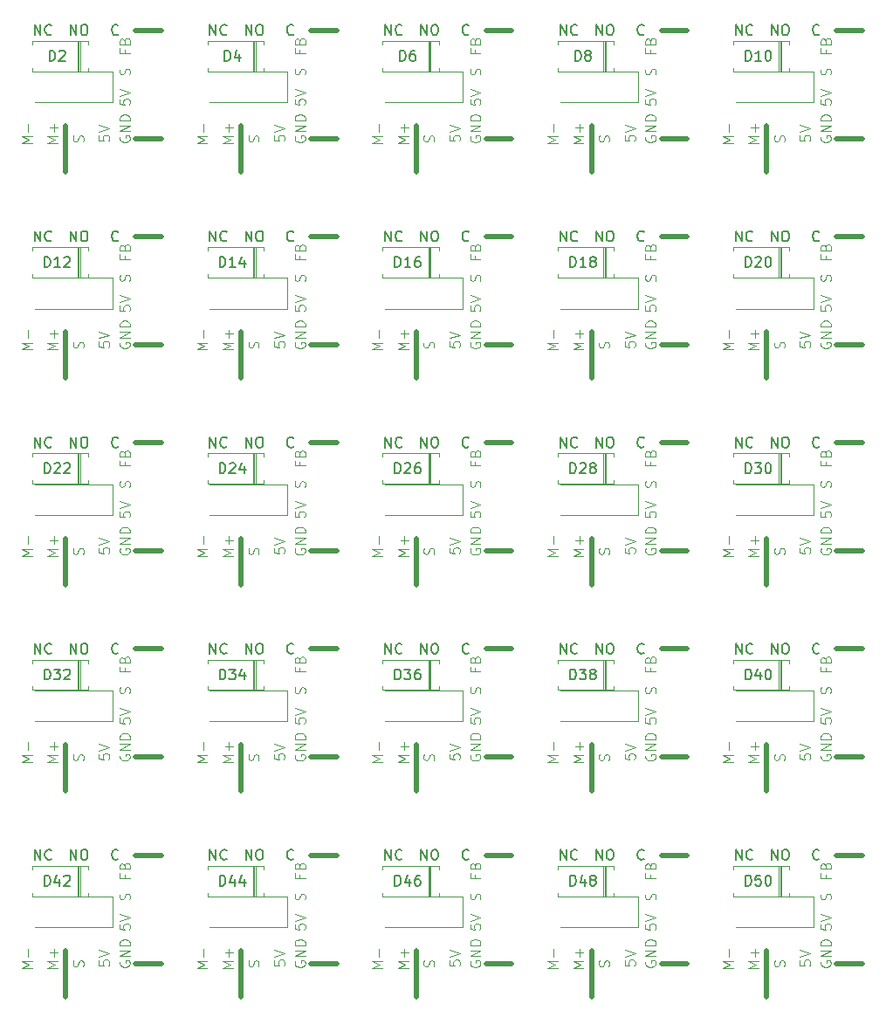
<source format=gbr>
%TF.GenerationSoftware,KiCad,Pcbnew,(6.0.5)*%
%TF.CreationDate,2022-07-01T01:15:04-04:00*%
%TF.ProjectId,Feeder-Panelized,46656564-6572-42d5-9061-6e656c697a65,rev?*%
%TF.SameCoordinates,Original*%
%TF.FileFunction,Legend,Top*%
%TF.FilePolarity,Positive*%
%FSLAX46Y46*%
G04 Gerber Fmt 4.6, Leading zero omitted, Abs format (unit mm)*
G04 Created by KiCad (PCBNEW (6.0.5)) date 2022-07-01 01:15:04*
%MOMM*%
%LPD*%
G01*
G04 APERTURE LIST*
%ADD10C,0.500000*%
%ADD11C,0.100000*%
%ADD12C,0.150000*%
%ADD13C,0.120000*%
G04 APERTURE END LIST*
D10*
X146730000Y-119250000D02*
X146730000Y-114750000D01*
X173000000Y-165500000D02*
X170500000Y-165500000D01*
X156000000Y-96000000D02*
X153500000Y-96000000D01*
X156000000Y-145500000D02*
X153500000Y-145500000D01*
X224000000Y-136000000D02*
X221500000Y-136000000D01*
X146730000Y-159250000D02*
X146730000Y-154750000D01*
X197730000Y-159250000D02*
X197730000Y-154750000D01*
X224000000Y-125500000D02*
X221500000Y-125500000D01*
X180730000Y-119250000D02*
X180730000Y-114750000D01*
X190000000Y-125500000D02*
X187500000Y-125500000D01*
X214730000Y-159250000D02*
X214730000Y-154750000D01*
X207000000Y-156000000D02*
X204500000Y-156000000D01*
X173000000Y-125500000D02*
X170500000Y-125500000D01*
X214730000Y-139250000D02*
X214730000Y-134750000D01*
X173000000Y-136000000D02*
X170500000Y-136000000D01*
X224000000Y-176000000D02*
X221500000Y-176000000D01*
X163730000Y-179250000D02*
X163730000Y-174750000D01*
X224000000Y-116000000D02*
X221500000Y-116000000D01*
X180730000Y-139250000D02*
X180730000Y-134750000D01*
X190000000Y-105500000D02*
X187500000Y-105500000D01*
X156000000Y-85500000D02*
X153500000Y-85500000D01*
X146730000Y-99250000D02*
X146730000Y-94750000D01*
X224000000Y-156000000D02*
X221500000Y-156000000D01*
X156000000Y-156000000D02*
X153500000Y-156000000D01*
X214730000Y-179250000D02*
X214730000Y-174750000D01*
X190000000Y-136000000D02*
X187500000Y-136000000D01*
X207000000Y-85500000D02*
X204500000Y-85500000D01*
X207000000Y-165500000D02*
X204500000Y-165500000D01*
X156000000Y-125500000D02*
X153500000Y-125500000D01*
X207000000Y-125500000D02*
X204500000Y-125500000D01*
X190000000Y-176000000D02*
X187500000Y-176000000D01*
X173000000Y-105500000D02*
X170500000Y-105500000D01*
X197730000Y-99250000D02*
X197730000Y-94750000D01*
X146730000Y-139250000D02*
X146730000Y-134750000D01*
X207000000Y-116000000D02*
X204500000Y-116000000D01*
X173000000Y-156000000D02*
X170500000Y-156000000D01*
X146730000Y-179250000D02*
X146730000Y-174750000D01*
X207000000Y-176000000D02*
X204500000Y-176000000D01*
X173000000Y-176000000D02*
X170500000Y-176000000D01*
X156000000Y-176000000D02*
X153500000Y-176000000D01*
X207000000Y-136000000D02*
X204500000Y-136000000D01*
X197730000Y-139250000D02*
X197730000Y-134750000D01*
X173000000Y-145500000D02*
X170500000Y-145500000D01*
X163730000Y-99250000D02*
X163730000Y-94750000D01*
X214730000Y-119250000D02*
X214730000Y-114750000D01*
X190000000Y-116000000D02*
X187500000Y-116000000D01*
X163730000Y-159250000D02*
X163730000Y-154750000D01*
X207000000Y-145500000D02*
X204500000Y-145500000D01*
X214730000Y-99250000D02*
X214730000Y-94750000D01*
X180730000Y-99250000D02*
X180730000Y-94750000D01*
X197730000Y-179250000D02*
X197730000Y-174750000D01*
X190000000Y-96000000D02*
X187500000Y-96000000D01*
X197730000Y-119250000D02*
X197730000Y-114750000D01*
X156000000Y-165500000D02*
X153500000Y-165500000D01*
X190000000Y-156000000D02*
X187500000Y-156000000D01*
X163730000Y-139250000D02*
X163730000Y-134750000D01*
X207000000Y-96000000D02*
X204500000Y-96000000D01*
X173000000Y-96000000D02*
X170500000Y-96000000D01*
X224000000Y-165500000D02*
X221500000Y-165500000D01*
X190000000Y-165500000D02*
X187500000Y-165500000D01*
X224000000Y-105500000D02*
X221500000Y-105500000D01*
X207000000Y-105500000D02*
X204500000Y-105500000D01*
X224000000Y-96000000D02*
X221500000Y-96000000D01*
X180730000Y-179250000D02*
X180730000Y-174750000D01*
X173000000Y-85500000D02*
X170500000Y-85500000D01*
X224000000Y-145500000D02*
X221500000Y-145500000D01*
X180730000Y-159250000D02*
X180730000Y-154750000D01*
X173000000Y-116000000D02*
X170500000Y-116000000D01*
X156000000Y-116000000D02*
X153500000Y-116000000D01*
X224000000Y-85500000D02*
X221500000Y-85500000D01*
X190000000Y-85500000D02*
X187500000Y-85500000D01*
X163730000Y-119250000D02*
X163730000Y-114750000D01*
X156000000Y-105500000D02*
X153500000Y-105500000D01*
X190000000Y-145500000D02*
X187500000Y-145500000D01*
X156000000Y-136000000D02*
X153500000Y-136000000D01*
D11*
X169904761Y-169785714D02*
X169952380Y-169642857D01*
X169952380Y-169404761D01*
X169904761Y-169309523D01*
X169857142Y-169261904D01*
X169761904Y-169214285D01*
X169666666Y-169214285D01*
X169571428Y-169261904D01*
X169523809Y-169309523D01*
X169476190Y-169404761D01*
X169428571Y-169595238D01*
X169380952Y-169690476D01*
X169333333Y-169738095D01*
X169238095Y-169785714D01*
X169142857Y-169785714D01*
X169047619Y-169738095D01*
X169000000Y-169690476D01*
X168952380Y-169595238D01*
X168952380Y-169357142D01*
X169000000Y-169214285D01*
X152000000Y-135761904D02*
X151952380Y-135857142D01*
X151952380Y-136000000D01*
X152000000Y-136142857D01*
X152095238Y-136238095D01*
X152190476Y-136285714D01*
X152380952Y-136333333D01*
X152523809Y-136333333D01*
X152714285Y-136285714D01*
X152809523Y-136238095D01*
X152904761Y-136142857D01*
X152952380Y-136000000D01*
X152952380Y-135904761D01*
X152904761Y-135761904D01*
X152857142Y-135714285D01*
X152523809Y-135714285D01*
X152523809Y-135904761D01*
X152952380Y-135285714D02*
X151952380Y-135285714D01*
X152952380Y-134714285D01*
X151952380Y-134714285D01*
X152952380Y-134238095D02*
X151952380Y-134238095D01*
X151952380Y-134000000D01*
X152000000Y-133857142D01*
X152095238Y-133761904D01*
X152190476Y-133714285D01*
X152380952Y-133666666D01*
X152523809Y-133666666D01*
X152714285Y-133714285D01*
X152809523Y-133761904D01*
X152904761Y-133857142D01*
X152952380Y-134000000D01*
X152952380Y-134238095D01*
X199404761Y-156285714D02*
X199452380Y-156142857D01*
X199452380Y-155904761D01*
X199404761Y-155809523D01*
X199357142Y-155761904D01*
X199261904Y-155714285D01*
X199166666Y-155714285D01*
X199071428Y-155761904D01*
X199023809Y-155809523D01*
X198976190Y-155904761D01*
X198928571Y-156095238D01*
X198880952Y-156190476D01*
X198833333Y-156238095D01*
X198738095Y-156285714D01*
X198642857Y-156285714D01*
X198547619Y-156238095D01*
X198500000Y-156190476D01*
X198452380Y-156095238D01*
X198452380Y-155857142D01*
X198500000Y-155714285D01*
X196952380Y-136452380D02*
X195952380Y-136452380D01*
X196666666Y-136119047D01*
X195952380Y-135785714D01*
X196952380Y-135785714D01*
X196571428Y-135309523D02*
X196571428Y-134547619D01*
X196952380Y-134928571D02*
X196190476Y-134928571D01*
X148404761Y-136285714D02*
X148452380Y-136142857D01*
X148452380Y-135904761D01*
X148404761Y-135809523D01*
X148357142Y-135761904D01*
X148261904Y-135714285D01*
X148166666Y-135714285D01*
X148071428Y-135761904D01*
X148023809Y-135809523D01*
X147976190Y-135904761D01*
X147928571Y-136095238D01*
X147880952Y-136190476D01*
X147833333Y-136238095D01*
X147738095Y-136285714D01*
X147642857Y-136285714D01*
X147547619Y-136238095D01*
X147500000Y-136190476D01*
X147452380Y-136095238D01*
X147452380Y-135857142D01*
X147500000Y-135714285D01*
X149952380Y-95690476D02*
X149952380Y-96166666D01*
X150428571Y-96214285D01*
X150380952Y-96166666D01*
X150333333Y-96071428D01*
X150333333Y-95833333D01*
X150380952Y-95738095D01*
X150428571Y-95690476D01*
X150523809Y-95642857D01*
X150761904Y-95642857D01*
X150857142Y-95690476D01*
X150904761Y-95738095D01*
X150952380Y-95833333D01*
X150952380Y-96071428D01*
X150904761Y-96166666D01*
X150857142Y-96214285D01*
X149952380Y-95357142D02*
X150952380Y-95023809D01*
X149952380Y-94690476D01*
X160452380Y-116452380D02*
X159452380Y-116452380D01*
X160166666Y-116119047D01*
X159452380Y-115785714D01*
X160452380Y-115785714D01*
X160071428Y-115309523D02*
X160071428Y-114547619D01*
X183952380Y-175690476D02*
X183952380Y-176166666D01*
X184428571Y-176214285D01*
X184380952Y-176166666D01*
X184333333Y-176071428D01*
X184333333Y-175833333D01*
X184380952Y-175738095D01*
X184428571Y-175690476D01*
X184523809Y-175642857D01*
X184761904Y-175642857D01*
X184857142Y-175690476D01*
X184904761Y-175738095D01*
X184952380Y-175833333D01*
X184952380Y-176071428D01*
X184904761Y-176166666D01*
X184857142Y-176214285D01*
X183952380Y-175357142D02*
X184952380Y-175023809D01*
X183952380Y-174690476D01*
X145952380Y-156452380D02*
X144952380Y-156452380D01*
X145666666Y-156119047D01*
X144952380Y-155785714D01*
X145952380Y-155785714D01*
X145571428Y-155309523D02*
X145571428Y-154547619D01*
X145952380Y-154928571D02*
X145190476Y-154928571D01*
X211452380Y-176452380D02*
X210452380Y-176452380D01*
X211166666Y-176119047D01*
X210452380Y-175785714D01*
X211452380Y-175785714D01*
X211071428Y-175309523D02*
X211071428Y-174547619D01*
X216404761Y-96285714D02*
X216452380Y-96142857D01*
X216452380Y-95904761D01*
X216404761Y-95809523D01*
X216357142Y-95761904D01*
X216261904Y-95714285D01*
X216166666Y-95714285D01*
X216071428Y-95761904D01*
X216023809Y-95809523D01*
X215976190Y-95904761D01*
X215928571Y-96095238D01*
X215880952Y-96190476D01*
X215833333Y-96238095D01*
X215738095Y-96285714D01*
X215642857Y-96285714D01*
X215547619Y-96238095D01*
X215500000Y-96190476D01*
X215452380Y-96095238D01*
X215452380Y-95857142D01*
X215500000Y-95714285D01*
X185952380Y-112190476D02*
X185952380Y-112666666D01*
X186428571Y-112714285D01*
X186380952Y-112666666D01*
X186333333Y-112571428D01*
X186333333Y-112333333D01*
X186380952Y-112238095D01*
X186428571Y-112190476D01*
X186523809Y-112142857D01*
X186761904Y-112142857D01*
X186857142Y-112190476D01*
X186904761Y-112238095D01*
X186952380Y-112333333D01*
X186952380Y-112571428D01*
X186904761Y-112666666D01*
X186857142Y-112714285D01*
X185952380Y-111857142D02*
X186952380Y-111523809D01*
X185952380Y-111190476D01*
X220904761Y-169785714D02*
X220952380Y-169642857D01*
X220952380Y-169404761D01*
X220904761Y-169309523D01*
X220857142Y-169261904D01*
X220761904Y-169214285D01*
X220666666Y-169214285D01*
X220571428Y-169261904D01*
X220523809Y-169309523D01*
X220476190Y-169404761D01*
X220428571Y-169595238D01*
X220380952Y-169690476D01*
X220333333Y-169738095D01*
X220238095Y-169785714D01*
X220142857Y-169785714D01*
X220047619Y-169738095D01*
X220000000Y-169690476D01*
X219952380Y-169595238D01*
X219952380Y-169357142D01*
X220000000Y-169214285D01*
X151952380Y-112190476D02*
X151952380Y-112666666D01*
X152428571Y-112714285D01*
X152380952Y-112666666D01*
X152333333Y-112571428D01*
X152333333Y-112333333D01*
X152380952Y-112238095D01*
X152428571Y-112190476D01*
X152523809Y-112142857D01*
X152761904Y-112142857D01*
X152857142Y-112190476D01*
X152904761Y-112238095D01*
X152952380Y-112333333D01*
X152952380Y-112571428D01*
X152904761Y-112666666D01*
X152857142Y-112714285D01*
X151952380Y-111857142D02*
X152952380Y-111523809D01*
X151952380Y-111190476D01*
X202952380Y-152190476D02*
X202952380Y-152666666D01*
X203428571Y-152714285D01*
X203380952Y-152666666D01*
X203333333Y-152571428D01*
X203333333Y-152333333D01*
X203380952Y-152238095D01*
X203428571Y-152190476D01*
X203523809Y-152142857D01*
X203761904Y-152142857D01*
X203857142Y-152190476D01*
X203904761Y-152238095D01*
X203952380Y-152333333D01*
X203952380Y-152571428D01*
X203904761Y-152666666D01*
X203857142Y-152714285D01*
X202952380Y-151857142D02*
X203952380Y-151523809D01*
X202952380Y-151190476D01*
X152000000Y-175761904D02*
X151952380Y-175857142D01*
X151952380Y-176000000D01*
X152000000Y-176142857D01*
X152095238Y-176238095D01*
X152190476Y-176285714D01*
X152380952Y-176333333D01*
X152523809Y-176333333D01*
X152714285Y-176285714D01*
X152809523Y-176238095D01*
X152904761Y-176142857D01*
X152952380Y-176000000D01*
X152952380Y-175904761D01*
X152904761Y-175761904D01*
X152857142Y-175714285D01*
X152523809Y-175714285D01*
X152523809Y-175904761D01*
X152952380Y-175285714D02*
X151952380Y-175285714D01*
X152952380Y-174714285D01*
X151952380Y-174714285D01*
X152952380Y-174238095D02*
X151952380Y-174238095D01*
X151952380Y-174000000D01*
X152000000Y-173857142D01*
X152095238Y-173761904D01*
X152190476Y-173714285D01*
X152380952Y-173666666D01*
X152523809Y-173666666D01*
X152714285Y-173714285D01*
X152809523Y-173761904D01*
X152904761Y-173857142D01*
X152952380Y-174000000D01*
X152952380Y-174238095D01*
X179952380Y-156452380D02*
X178952380Y-156452380D01*
X179666666Y-156119047D01*
X178952380Y-155785714D01*
X179952380Y-155785714D01*
X179571428Y-155309523D02*
X179571428Y-154547619D01*
X179952380Y-154928571D02*
X179190476Y-154928571D01*
X168952380Y-112190476D02*
X168952380Y-112666666D01*
X169428571Y-112714285D01*
X169380952Y-112666666D01*
X169333333Y-112571428D01*
X169333333Y-112333333D01*
X169380952Y-112238095D01*
X169428571Y-112190476D01*
X169523809Y-112142857D01*
X169761904Y-112142857D01*
X169857142Y-112190476D01*
X169904761Y-112238095D01*
X169952380Y-112333333D01*
X169952380Y-112571428D01*
X169904761Y-112666666D01*
X169857142Y-112714285D01*
X168952380Y-111857142D02*
X169952380Y-111523809D01*
X168952380Y-111190476D01*
X149952380Y-115690476D02*
X149952380Y-116166666D01*
X150428571Y-116214285D01*
X150380952Y-116166666D01*
X150333333Y-116071428D01*
X150333333Y-115833333D01*
X150380952Y-115738095D01*
X150428571Y-115690476D01*
X150523809Y-115642857D01*
X150761904Y-115642857D01*
X150857142Y-115690476D01*
X150904761Y-115738095D01*
X150952380Y-115833333D01*
X150952380Y-116071428D01*
X150904761Y-116166666D01*
X150857142Y-116214285D01*
X149952380Y-115357142D02*
X150952380Y-115023809D01*
X149952380Y-114690476D01*
X217952380Y-95690476D02*
X217952380Y-96166666D01*
X218428571Y-96214285D01*
X218380952Y-96166666D01*
X218333333Y-96071428D01*
X218333333Y-95833333D01*
X218380952Y-95738095D01*
X218428571Y-95690476D01*
X218523809Y-95642857D01*
X218761904Y-95642857D01*
X218857142Y-95690476D01*
X218904761Y-95738095D01*
X218952380Y-95833333D01*
X218952380Y-96071428D01*
X218904761Y-96166666D01*
X218857142Y-96214285D01*
X217952380Y-95357142D02*
X218952380Y-95023809D01*
X217952380Y-94690476D01*
X219952380Y-152190476D02*
X219952380Y-152666666D01*
X220428571Y-152714285D01*
X220380952Y-152666666D01*
X220333333Y-152571428D01*
X220333333Y-152333333D01*
X220380952Y-152238095D01*
X220428571Y-152190476D01*
X220523809Y-152142857D01*
X220761904Y-152142857D01*
X220857142Y-152190476D01*
X220904761Y-152238095D01*
X220952380Y-152333333D01*
X220952380Y-152571428D01*
X220904761Y-152666666D01*
X220857142Y-152714285D01*
X219952380Y-151857142D02*
X220952380Y-151523809D01*
X219952380Y-151190476D01*
X185952380Y-152190476D02*
X185952380Y-152666666D01*
X186428571Y-152714285D01*
X186380952Y-152666666D01*
X186333333Y-152571428D01*
X186333333Y-152333333D01*
X186380952Y-152238095D01*
X186428571Y-152190476D01*
X186523809Y-152142857D01*
X186761904Y-152142857D01*
X186857142Y-152190476D01*
X186904761Y-152238095D01*
X186952380Y-152333333D01*
X186952380Y-152571428D01*
X186904761Y-152666666D01*
X186857142Y-152714285D01*
X185952380Y-151857142D02*
X186952380Y-151523809D01*
X185952380Y-151190476D01*
X202952380Y-92190476D02*
X202952380Y-92666666D01*
X203428571Y-92714285D01*
X203380952Y-92666666D01*
X203333333Y-92571428D01*
X203333333Y-92333333D01*
X203380952Y-92238095D01*
X203428571Y-92190476D01*
X203523809Y-92142857D01*
X203761904Y-92142857D01*
X203857142Y-92190476D01*
X203904761Y-92238095D01*
X203952380Y-92333333D01*
X203952380Y-92571428D01*
X203904761Y-92666666D01*
X203857142Y-92714285D01*
X202952380Y-91857142D02*
X203952380Y-91523809D01*
X202952380Y-91190476D01*
X219952380Y-132190476D02*
X219952380Y-132666666D01*
X220428571Y-132714285D01*
X220380952Y-132666666D01*
X220333333Y-132571428D01*
X220333333Y-132333333D01*
X220380952Y-132238095D01*
X220428571Y-132190476D01*
X220523809Y-132142857D01*
X220761904Y-132142857D01*
X220857142Y-132190476D01*
X220904761Y-132238095D01*
X220952380Y-132333333D01*
X220952380Y-132571428D01*
X220904761Y-132666666D01*
X220857142Y-132714285D01*
X219952380Y-131857142D02*
X220952380Y-131523809D01*
X219952380Y-131190476D01*
X220428571Y-147357142D02*
X220428571Y-147690476D01*
X220952380Y-147690476D02*
X219952380Y-147690476D01*
X219952380Y-147214285D01*
X220428571Y-146500000D02*
X220476190Y-146357142D01*
X220523809Y-146309523D01*
X220619047Y-146261904D01*
X220761904Y-146261904D01*
X220857142Y-146309523D01*
X220904761Y-146357142D01*
X220952380Y-146452380D01*
X220952380Y-146833333D01*
X219952380Y-146833333D01*
X219952380Y-146500000D01*
X220000000Y-146404761D01*
X220047619Y-146357142D01*
X220142857Y-146309523D01*
X220238095Y-146309523D01*
X220333333Y-146357142D01*
X220380952Y-146404761D01*
X220428571Y-146500000D01*
X220428571Y-146833333D01*
X169000000Y-115761904D02*
X168952380Y-115857142D01*
X168952380Y-116000000D01*
X169000000Y-116142857D01*
X169095238Y-116238095D01*
X169190476Y-116285714D01*
X169380952Y-116333333D01*
X169523809Y-116333333D01*
X169714285Y-116285714D01*
X169809523Y-116238095D01*
X169904761Y-116142857D01*
X169952380Y-116000000D01*
X169952380Y-115904761D01*
X169904761Y-115761904D01*
X169857142Y-115714285D01*
X169523809Y-115714285D01*
X169523809Y-115904761D01*
X169952380Y-115285714D02*
X168952380Y-115285714D01*
X169952380Y-114714285D01*
X168952380Y-114714285D01*
X169952380Y-114238095D02*
X168952380Y-114238095D01*
X168952380Y-114000000D01*
X169000000Y-113857142D01*
X169095238Y-113761904D01*
X169190476Y-113714285D01*
X169380952Y-113666666D01*
X169523809Y-113666666D01*
X169714285Y-113714285D01*
X169809523Y-113761904D01*
X169904761Y-113857142D01*
X169952380Y-114000000D01*
X169952380Y-114238095D01*
X199404761Y-116285714D02*
X199452380Y-116142857D01*
X199452380Y-115904761D01*
X199404761Y-115809523D01*
X199357142Y-115761904D01*
X199261904Y-115714285D01*
X199166666Y-115714285D01*
X199071428Y-115761904D01*
X199023809Y-115809523D01*
X198976190Y-115904761D01*
X198928571Y-116095238D01*
X198880952Y-116190476D01*
X198833333Y-116238095D01*
X198738095Y-116285714D01*
X198642857Y-116285714D01*
X198547619Y-116238095D01*
X198500000Y-116190476D01*
X198452380Y-116095238D01*
X198452380Y-115857142D01*
X198500000Y-115714285D01*
X165404761Y-96285714D02*
X165452380Y-96142857D01*
X165452380Y-95904761D01*
X165404761Y-95809523D01*
X165357142Y-95761904D01*
X165261904Y-95714285D01*
X165166666Y-95714285D01*
X165071428Y-95761904D01*
X165023809Y-95809523D01*
X164976190Y-95904761D01*
X164928571Y-96095238D01*
X164880952Y-96190476D01*
X164833333Y-96238095D01*
X164738095Y-96285714D01*
X164642857Y-96285714D01*
X164547619Y-96238095D01*
X164500000Y-96190476D01*
X164452380Y-96095238D01*
X164452380Y-95857142D01*
X164500000Y-95714285D01*
X162952380Y-156452380D02*
X161952380Y-156452380D01*
X162666666Y-156119047D01*
X161952380Y-155785714D01*
X162952380Y-155785714D01*
X162571428Y-155309523D02*
X162571428Y-154547619D01*
X162952380Y-154928571D02*
X162190476Y-154928571D01*
X203000000Y-115761904D02*
X202952380Y-115857142D01*
X202952380Y-116000000D01*
X203000000Y-116142857D01*
X203095238Y-116238095D01*
X203190476Y-116285714D01*
X203380952Y-116333333D01*
X203523809Y-116333333D01*
X203714285Y-116285714D01*
X203809523Y-116238095D01*
X203904761Y-116142857D01*
X203952380Y-116000000D01*
X203952380Y-115904761D01*
X203904761Y-115761904D01*
X203857142Y-115714285D01*
X203523809Y-115714285D01*
X203523809Y-115904761D01*
X203952380Y-115285714D02*
X202952380Y-115285714D01*
X203952380Y-114714285D01*
X202952380Y-114714285D01*
X203952380Y-114238095D02*
X202952380Y-114238095D01*
X202952380Y-114000000D01*
X203000000Y-113857142D01*
X203095238Y-113761904D01*
X203190476Y-113714285D01*
X203380952Y-113666666D01*
X203523809Y-113666666D01*
X203714285Y-113714285D01*
X203809523Y-113761904D01*
X203904761Y-113857142D01*
X203952380Y-114000000D01*
X203952380Y-114238095D01*
X196952380Y-116452380D02*
X195952380Y-116452380D01*
X196666666Y-116119047D01*
X195952380Y-115785714D01*
X196952380Y-115785714D01*
X196571428Y-115309523D02*
X196571428Y-114547619D01*
X196952380Y-114928571D02*
X196190476Y-114928571D01*
X143452380Y-136452380D02*
X142452380Y-136452380D01*
X143166666Y-136119047D01*
X142452380Y-135785714D01*
X143452380Y-135785714D01*
X143071428Y-135309523D02*
X143071428Y-134547619D01*
X169000000Y-135761904D02*
X168952380Y-135857142D01*
X168952380Y-136000000D01*
X169000000Y-136142857D01*
X169095238Y-136238095D01*
X169190476Y-136285714D01*
X169380952Y-136333333D01*
X169523809Y-136333333D01*
X169714285Y-136285714D01*
X169809523Y-136238095D01*
X169904761Y-136142857D01*
X169952380Y-136000000D01*
X169952380Y-135904761D01*
X169904761Y-135761904D01*
X169857142Y-135714285D01*
X169523809Y-135714285D01*
X169523809Y-135904761D01*
X169952380Y-135285714D02*
X168952380Y-135285714D01*
X169952380Y-134714285D01*
X168952380Y-134714285D01*
X169952380Y-134238095D02*
X168952380Y-134238095D01*
X168952380Y-134000000D01*
X169000000Y-133857142D01*
X169095238Y-133761904D01*
X169190476Y-133714285D01*
X169380952Y-133666666D01*
X169523809Y-133666666D01*
X169714285Y-133714285D01*
X169809523Y-133761904D01*
X169904761Y-133857142D01*
X169952380Y-134000000D01*
X169952380Y-134238095D01*
X148404761Y-96285714D02*
X148452380Y-96142857D01*
X148452380Y-95904761D01*
X148404761Y-95809523D01*
X148357142Y-95761904D01*
X148261904Y-95714285D01*
X148166666Y-95714285D01*
X148071428Y-95761904D01*
X148023809Y-95809523D01*
X147976190Y-95904761D01*
X147928571Y-96095238D01*
X147880952Y-96190476D01*
X147833333Y-96238095D01*
X147738095Y-96285714D01*
X147642857Y-96285714D01*
X147547619Y-96238095D01*
X147500000Y-96190476D01*
X147452380Y-96095238D01*
X147452380Y-95857142D01*
X147500000Y-95714285D01*
X186000000Y-175761904D02*
X185952380Y-175857142D01*
X185952380Y-176000000D01*
X186000000Y-176142857D01*
X186095238Y-176238095D01*
X186190476Y-176285714D01*
X186380952Y-176333333D01*
X186523809Y-176333333D01*
X186714285Y-176285714D01*
X186809523Y-176238095D01*
X186904761Y-176142857D01*
X186952380Y-176000000D01*
X186952380Y-175904761D01*
X186904761Y-175761904D01*
X186857142Y-175714285D01*
X186523809Y-175714285D01*
X186523809Y-175904761D01*
X186952380Y-175285714D02*
X185952380Y-175285714D01*
X186952380Y-174714285D01*
X185952380Y-174714285D01*
X186952380Y-174238095D02*
X185952380Y-174238095D01*
X185952380Y-174000000D01*
X186000000Y-173857142D01*
X186095238Y-173761904D01*
X186190476Y-173714285D01*
X186380952Y-173666666D01*
X186523809Y-173666666D01*
X186714285Y-173714285D01*
X186809523Y-173761904D01*
X186904761Y-173857142D01*
X186952380Y-174000000D01*
X186952380Y-174238095D01*
X219952380Y-172190476D02*
X219952380Y-172666666D01*
X220428571Y-172714285D01*
X220380952Y-172666666D01*
X220333333Y-172571428D01*
X220333333Y-172333333D01*
X220380952Y-172238095D01*
X220428571Y-172190476D01*
X220523809Y-172142857D01*
X220761904Y-172142857D01*
X220857142Y-172190476D01*
X220904761Y-172238095D01*
X220952380Y-172333333D01*
X220952380Y-172571428D01*
X220904761Y-172666666D01*
X220857142Y-172714285D01*
X219952380Y-171857142D02*
X220952380Y-171523809D01*
X219952380Y-171190476D01*
X220904761Y-129785714D02*
X220952380Y-129642857D01*
X220952380Y-129404761D01*
X220904761Y-129309523D01*
X220857142Y-129261904D01*
X220761904Y-129214285D01*
X220666666Y-129214285D01*
X220571428Y-129261904D01*
X220523809Y-129309523D01*
X220476190Y-129404761D01*
X220428571Y-129595238D01*
X220380952Y-129690476D01*
X220333333Y-129738095D01*
X220238095Y-129785714D01*
X220142857Y-129785714D01*
X220047619Y-129738095D01*
X220000000Y-129690476D01*
X219952380Y-129595238D01*
X219952380Y-129357142D01*
X220000000Y-129214285D01*
X220000000Y-135761904D02*
X219952380Y-135857142D01*
X219952380Y-136000000D01*
X220000000Y-136142857D01*
X220095238Y-136238095D01*
X220190476Y-136285714D01*
X220380952Y-136333333D01*
X220523809Y-136333333D01*
X220714285Y-136285714D01*
X220809523Y-136238095D01*
X220904761Y-136142857D01*
X220952380Y-136000000D01*
X220952380Y-135904761D01*
X220904761Y-135761904D01*
X220857142Y-135714285D01*
X220523809Y-135714285D01*
X220523809Y-135904761D01*
X220952380Y-135285714D02*
X219952380Y-135285714D01*
X220952380Y-134714285D01*
X219952380Y-134714285D01*
X220952380Y-134238095D02*
X219952380Y-134238095D01*
X219952380Y-134000000D01*
X220000000Y-133857142D01*
X220095238Y-133761904D01*
X220190476Y-133714285D01*
X220380952Y-133666666D01*
X220523809Y-133666666D01*
X220714285Y-133714285D01*
X220809523Y-133761904D01*
X220904761Y-133857142D01*
X220952380Y-134000000D01*
X220952380Y-134238095D01*
X220428571Y-87357142D02*
X220428571Y-87690476D01*
X220952380Y-87690476D02*
X219952380Y-87690476D01*
X219952380Y-87214285D01*
X220428571Y-86500000D02*
X220476190Y-86357142D01*
X220523809Y-86309523D01*
X220619047Y-86261904D01*
X220761904Y-86261904D01*
X220857142Y-86309523D01*
X220904761Y-86357142D01*
X220952380Y-86452380D01*
X220952380Y-86833333D01*
X219952380Y-86833333D01*
X219952380Y-86500000D01*
X220000000Y-86404761D01*
X220047619Y-86357142D01*
X220142857Y-86309523D01*
X220238095Y-86309523D01*
X220333333Y-86357142D01*
X220380952Y-86404761D01*
X220428571Y-86500000D01*
X220428571Y-86833333D01*
X186904761Y-109785714D02*
X186952380Y-109642857D01*
X186952380Y-109404761D01*
X186904761Y-109309523D01*
X186857142Y-109261904D01*
X186761904Y-109214285D01*
X186666666Y-109214285D01*
X186571428Y-109261904D01*
X186523809Y-109309523D01*
X186476190Y-109404761D01*
X186428571Y-109595238D01*
X186380952Y-109690476D01*
X186333333Y-109738095D01*
X186238095Y-109785714D01*
X186142857Y-109785714D01*
X186047619Y-109738095D01*
X186000000Y-109690476D01*
X185952380Y-109595238D01*
X185952380Y-109357142D01*
X186000000Y-109214285D01*
X165404761Y-176285714D02*
X165452380Y-176142857D01*
X165452380Y-175904761D01*
X165404761Y-175809523D01*
X165357142Y-175761904D01*
X165261904Y-175714285D01*
X165166666Y-175714285D01*
X165071428Y-175761904D01*
X165023809Y-175809523D01*
X164976190Y-175904761D01*
X164928571Y-176095238D01*
X164880952Y-176190476D01*
X164833333Y-176238095D01*
X164738095Y-176285714D01*
X164642857Y-176285714D01*
X164547619Y-176238095D01*
X164500000Y-176190476D01*
X164452380Y-176095238D01*
X164452380Y-175857142D01*
X164500000Y-175714285D01*
X203000000Y-95761904D02*
X202952380Y-95857142D01*
X202952380Y-96000000D01*
X203000000Y-96142857D01*
X203095238Y-96238095D01*
X203190476Y-96285714D01*
X203380952Y-96333333D01*
X203523809Y-96333333D01*
X203714285Y-96285714D01*
X203809523Y-96238095D01*
X203904761Y-96142857D01*
X203952380Y-96000000D01*
X203952380Y-95904761D01*
X203904761Y-95761904D01*
X203857142Y-95714285D01*
X203523809Y-95714285D01*
X203523809Y-95904761D01*
X203952380Y-95285714D02*
X202952380Y-95285714D01*
X203952380Y-94714285D01*
X202952380Y-94714285D01*
X203952380Y-94238095D02*
X202952380Y-94238095D01*
X202952380Y-94000000D01*
X203000000Y-93857142D01*
X203095238Y-93761904D01*
X203190476Y-93714285D01*
X203380952Y-93666666D01*
X203523809Y-93666666D01*
X203714285Y-93714285D01*
X203809523Y-93761904D01*
X203904761Y-93857142D01*
X203952380Y-94000000D01*
X203952380Y-94238095D01*
X186904761Y-89785714D02*
X186952380Y-89642857D01*
X186952380Y-89404761D01*
X186904761Y-89309523D01*
X186857142Y-89261904D01*
X186761904Y-89214285D01*
X186666666Y-89214285D01*
X186571428Y-89261904D01*
X186523809Y-89309523D01*
X186476190Y-89404761D01*
X186428571Y-89595238D01*
X186380952Y-89690476D01*
X186333333Y-89738095D01*
X186238095Y-89785714D01*
X186142857Y-89785714D01*
X186047619Y-89738095D01*
X186000000Y-89690476D01*
X185952380Y-89595238D01*
X185952380Y-89357142D01*
X186000000Y-89214285D01*
X166952380Y-135690476D02*
X166952380Y-136166666D01*
X167428571Y-136214285D01*
X167380952Y-136166666D01*
X167333333Y-136071428D01*
X167333333Y-135833333D01*
X167380952Y-135738095D01*
X167428571Y-135690476D01*
X167523809Y-135642857D01*
X167761904Y-135642857D01*
X167857142Y-135690476D01*
X167904761Y-135738095D01*
X167952380Y-135833333D01*
X167952380Y-136071428D01*
X167904761Y-136166666D01*
X167857142Y-136214285D01*
X166952380Y-135357142D02*
X167952380Y-135023809D01*
X166952380Y-134690476D01*
X220000000Y-115761904D02*
X219952380Y-115857142D01*
X219952380Y-116000000D01*
X220000000Y-116142857D01*
X220095238Y-116238095D01*
X220190476Y-116285714D01*
X220380952Y-116333333D01*
X220523809Y-116333333D01*
X220714285Y-116285714D01*
X220809523Y-116238095D01*
X220904761Y-116142857D01*
X220952380Y-116000000D01*
X220952380Y-115904761D01*
X220904761Y-115761904D01*
X220857142Y-115714285D01*
X220523809Y-115714285D01*
X220523809Y-115904761D01*
X220952380Y-115285714D02*
X219952380Y-115285714D01*
X220952380Y-114714285D01*
X219952380Y-114714285D01*
X220952380Y-114238095D02*
X219952380Y-114238095D01*
X219952380Y-114000000D01*
X220000000Y-113857142D01*
X220095238Y-113761904D01*
X220190476Y-113714285D01*
X220380952Y-113666666D01*
X220523809Y-113666666D01*
X220714285Y-113714285D01*
X220809523Y-113761904D01*
X220904761Y-113857142D01*
X220952380Y-114000000D01*
X220952380Y-114238095D01*
X216404761Y-176285714D02*
X216452380Y-176142857D01*
X216452380Y-175904761D01*
X216404761Y-175809523D01*
X216357142Y-175761904D01*
X216261904Y-175714285D01*
X216166666Y-175714285D01*
X216071428Y-175761904D01*
X216023809Y-175809523D01*
X215976190Y-175904761D01*
X215928571Y-176095238D01*
X215880952Y-176190476D01*
X215833333Y-176238095D01*
X215738095Y-176285714D01*
X215642857Y-176285714D01*
X215547619Y-176238095D01*
X215500000Y-176190476D01*
X215452380Y-176095238D01*
X215452380Y-175857142D01*
X215500000Y-175714285D01*
X182404761Y-96285714D02*
X182452380Y-96142857D01*
X182452380Y-95904761D01*
X182404761Y-95809523D01*
X182357142Y-95761904D01*
X182261904Y-95714285D01*
X182166666Y-95714285D01*
X182071428Y-95761904D01*
X182023809Y-95809523D01*
X181976190Y-95904761D01*
X181928571Y-96095238D01*
X181880952Y-96190476D01*
X181833333Y-96238095D01*
X181738095Y-96285714D01*
X181642857Y-96285714D01*
X181547619Y-96238095D01*
X181500000Y-96190476D01*
X181452380Y-96095238D01*
X181452380Y-95857142D01*
X181500000Y-95714285D01*
X177452380Y-136452380D02*
X176452380Y-136452380D01*
X177166666Y-136119047D01*
X176452380Y-135785714D01*
X177452380Y-135785714D01*
X177071428Y-135309523D02*
X177071428Y-134547619D01*
X216404761Y-116285714D02*
X216452380Y-116142857D01*
X216452380Y-115904761D01*
X216404761Y-115809523D01*
X216357142Y-115761904D01*
X216261904Y-115714285D01*
X216166666Y-115714285D01*
X216071428Y-115761904D01*
X216023809Y-115809523D01*
X215976190Y-115904761D01*
X215928571Y-116095238D01*
X215880952Y-116190476D01*
X215833333Y-116238095D01*
X215738095Y-116285714D01*
X215642857Y-116285714D01*
X215547619Y-116238095D01*
X215500000Y-116190476D01*
X215452380Y-116095238D01*
X215452380Y-115857142D01*
X215500000Y-115714285D01*
X185952380Y-172190476D02*
X185952380Y-172666666D01*
X186428571Y-172714285D01*
X186380952Y-172666666D01*
X186333333Y-172571428D01*
X186333333Y-172333333D01*
X186380952Y-172238095D01*
X186428571Y-172190476D01*
X186523809Y-172142857D01*
X186761904Y-172142857D01*
X186857142Y-172190476D01*
X186904761Y-172238095D01*
X186952380Y-172333333D01*
X186952380Y-172571428D01*
X186904761Y-172666666D01*
X186857142Y-172714285D01*
X185952380Y-171857142D02*
X186952380Y-171523809D01*
X185952380Y-171190476D01*
X183952380Y-95690476D02*
X183952380Y-96166666D01*
X184428571Y-96214285D01*
X184380952Y-96166666D01*
X184333333Y-96071428D01*
X184333333Y-95833333D01*
X184380952Y-95738095D01*
X184428571Y-95690476D01*
X184523809Y-95642857D01*
X184761904Y-95642857D01*
X184857142Y-95690476D01*
X184904761Y-95738095D01*
X184952380Y-95833333D01*
X184952380Y-96071428D01*
X184904761Y-96166666D01*
X184857142Y-96214285D01*
X183952380Y-95357142D02*
X184952380Y-95023809D01*
X183952380Y-94690476D01*
X186000000Y-95761904D02*
X185952380Y-95857142D01*
X185952380Y-96000000D01*
X186000000Y-96142857D01*
X186095238Y-96238095D01*
X186190476Y-96285714D01*
X186380952Y-96333333D01*
X186523809Y-96333333D01*
X186714285Y-96285714D01*
X186809523Y-96238095D01*
X186904761Y-96142857D01*
X186952380Y-96000000D01*
X186952380Y-95904761D01*
X186904761Y-95761904D01*
X186857142Y-95714285D01*
X186523809Y-95714285D01*
X186523809Y-95904761D01*
X186952380Y-95285714D02*
X185952380Y-95285714D01*
X186952380Y-94714285D01*
X185952380Y-94714285D01*
X186952380Y-94238095D02*
X185952380Y-94238095D01*
X185952380Y-94000000D01*
X186000000Y-93857142D01*
X186095238Y-93761904D01*
X186190476Y-93714285D01*
X186380952Y-93666666D01*
X186523809Y-93666666D01*
X186714285Y-93714285D01*
X186809523Y-93761904D01*
X186904761Y-93857142D01*
X186952380Y-94000000D01*
X186952380Y-94238095D01*
X152904761Y-149785714D02*
X152952380Y-149642857D01*
X152952380Y-149404761D01*
X152904761Y-149309523D01*
X152857142Y-149261904D01*
X152761904Y-149214285D01*
X152666666Y-149214285D01*
X152571428Y-149261904D01*
X152523809Y-149309523D01*
X152476190Y-149404761D01*
X152428571Y-149595238D01*
X152380952Y-149690476D01*
X152333333Y-149738095D01*
X152238095Y-149785714D01*
X152142857Y-149785714D01*
X152047619Y-149738095D01*
X152000000Y-149690476D01*
X151952380Y-149595238D01*
X151952380Y-149357142D01*
X152000000Y-149214285D01*
X162952380Y-136452380D02*
X161952380Y-136452380D01*
X162666666Y-136119047D01*
X161952380Y-135785714D01*
X162952380Y-135785714D01*
X162571428Y-135309523D02*
X162571428Y-134547619D01*
X162952380Y-134928571D02*
X162190476Y-134928571D01*
X217952380Y-135690476D02*
X217952380Y-136166666D01*
X218428571Y-136214285D01*
X218380952Y-136166666D01*
X218333333Y-136071428D01*
X218333333Y-135833333D01*
X218380952Y-135738095D01*
X218428571Y-135690476D01*
X218523809Y-135642857D01*
X218761904Y-135642857D01*
X218857142Y-135690476D01*
X218904761Y-135738095D01*
X218952380Y-135833333D01*
X218952380Y-136071428D01*
X218904761Y-136166666D01*
X218857142Y-136214285D01*
X217952380Y-135357142D02*
X218952380Y-135023809D01*
X217952380Y-134690476D01*
X220904761Y-89785714D02*
X220952380Y-89642857D01*
X220952380Y-89404761D01*
X220904761Y-89309523D01*
X220857142Y-89261904D01*
X220761904Y-89214285D01*
X220666666Y-89214285D01*
X220571428Y-89261904D01*
X220523809Y-89309523D01*
X220476190Y-89404761D01*
X220428571Y-89595238D01*
X220380952Y-89690476D01*
X220333333Y-89738095D01*
X220238095Y-89785714D01*
X220142857Y-89785714D01*
X220047619Y-89738095D01*
X220000000Y-89690476D01*
X219952380Y-89595238D01*
X219952380Y-89357142D01*
X220000000Y-89214285D01*
X203428571Y-147357142D02*
X203428571Y-147690476D01*
X203952380Y-147690476D02*
X202952380Y-147690476D01*
X202952380Y-147214285D01*
X203428571Y-146500000D02*
X203476190Y-146357142D01*
X203523809Y-146309523D01*
X203619047Y-146261904D01*
X203761904Y-146261904D01*
X203857142Y-146309523D01*
X203904761Y-146357142D01*
X203952380Y-146452380D01*
X203952380Y-146833333D01*
X202952380Y-146833333D01*
X202952380Y-146500000D01*
X203000000Y-146404761D01*
X203047619Y-146357142D01*
X203142857Y-146309523D01*
X203238095Y-146309523D01*
X203333333Y-146357142D01*
X203380952Y-146404761D01*
X203428571Y-146500000D01*
X203428571Y-146833333D01*
X211452380Y-96452380D02*
X210452380Y-96452380D01*
X211166666Y-96119047D01*
X210452380Y-95785714D01*
X211452380Y-95785714D01*
X211071428Y-95309523D02*
X211071428Y-94547619D01*
X152904761Y-129785714D02*
X152952380Y-129642857D01*
X152952380Y-129404761D01*
X152904761Y-129309523D01*
X152857142Y-129261904D01*
X152761904Y-129214285D01*
X152666666Y-129214285D01*
X152571428Y-129261904D01*
X152523809Y-129309523D01*
X152476190Y-129404761D01*
X152428571Y-129595238D01*
X152380952Y-129690476D01*
X152333333Y-129738095D01*
X152238095Y-129785714D01*
X152142857Y-129785714D01*
X152047619Y-129738095D01*
X152000000Y-129690476D01*
X151952380Y-129595238D01*
X151952380Y-129357142D01*
X152000000Y-129214285D01*
X160452380Y-96452380D02*
X159452380Y-96452380D01*
X160166666Y-96119047D01*
X159452380Y-95785714D01*
X160452380Y-95785714D01*
X160071428Y-95309523D02*
X160071428Y-94547619D01*
X151952380Y-92190476D02*
X151952380Y-92666666D01*
X152428571Y-92714285D01*
X152380952Y-92666666D01*
X152333333Y-92571428D01*
X152333333Y-92333333D01*
X152380952Y-92238095D01*
X152428571Y-92190476D01*
X152523809Y-92142857D01*
X152761904Y-92142857D01*
X152857142Y-92190476D01*
X152904761Y-92238095D01*
X152952380Y-92333333D01*
X152952380Y-92571428D01*
X152904761Y-92666666D01*
X152857142Y-92714285D01*
X151952380Y-91857142D02*
X152952380Y-91523809D01*
X151952380Y-91190476D01*
X152428571Y-87357142D02*
X152428571Y-87690476D01*
X152952380Y-87690476D02*
X151952380Y-87690476D01*
X151952380Y-87214285D01*
X152428571Y-86500000D02*
X152476190Y-86357142D01*
X152523809Y-86309523D01*
X152619047Y-86261904D01*
X152761904Y-86261904D01*
X152857142Y-86309523D01*
X152904761Y-86357142D01*
X152952380Y-86452380D01*
X152952380Y-86833333D01*
X151952380Y-86833333D01*
X151952380Y-86500000D01*
X152000000Y-86404761D01*
X152047619Y-86357142D01*
X152142857Y-86309523D01*
X152238095Y-86309523D01*
X152333333Y-86357142D01*
X152380952Y-86404761D01*
X152428571Y-86500000D01*
X152428571Y-86833333D01*
X149952380Y-135690476D02*
X149952380Y-136166666D01*
X150428571Y-136214285D01*
X150380952Y-136166666D01*
X150333333Y-136071428D01*
X150333333Y-135833333D01*
X150380952Y-135738095D01*
X150428571Y-135690476D01*
X150523809Y-135642857D01*
X150761904Y-135642857D01*
X150857142Y-135690476D01*
X150904761Y-135738095D01*
X150952380Y-135833333D01*
X150952380Y-136071428D01*
X150904761Y-136166666D01*
X150857142Y-136214285D01*
X149952380Y-135357142D02*
X150952380Y-135023809D01*
X149952380Y-134690476D01*
X151952380Y-172190476D02*
X151952380Y-172666666D01*
X152428571Y-172714285D01*
X152380952Y-172666666D01*
X152333333Y-172571428D01*
X152333333Y-172333333D01*
X152380952Y-172238095D01*
X152428571Y-172190476D01*
X152523809Y-172142857D01*
X152761904Y-172142857D01*
X152857142Y-172190476D01*
X152904761Y-172238095D01*
X152952380Y-172333333D01*
X152952380Y-172571428D01*
X152904761Y-172666666D01*
X152857142Y-172714285D01*
X151952380Y-171857142D02*
X152952380Y-171523809D01*
X151952380Y-171190476D01*
X186428571Y-107357142D02*
X186428571Y-107690476D01*
X186952380Y-107690476D02*
X185952380Y-107690476D01*
X185952380Y-107214285D01*
X186428571Y-106500000D02*
X186476190Y-106357142D01*
X186523809Y-106309523D01*
X186619047Y-106261904D01*
X186761904Y-106261904D01*
X186857142Y-106309523D01*
X186904761Y-106357142D01*
X186952380Y-106452380D01*
X186952380Y-106833333D01*
X185952380Y-106833333D01*
X185952380Y-106500000D01*
X186000000Y-106404761D01*
X186047619Y-106357142D01*
X186142857Y-106309523D01*
X186238095Y-106309523D01*
X186333333Y-106357142D01*
X186380952Y-106404761D01*
X186428571Y-106500000D01*
X186428571Y-106833333D01*
X186000000Y-135761904D02*
X185952380Y-135857142D01*
X185952380Y-136000000D01*
X186000000Y-136142857D01*
X186095238Y-136238095D01*
X186190476Y-136285714D01*
X186380952Y-136333333D01*
X186523809Y-136333333D01*
X186714285Y-136285714D01*
X186809523Y-136238095D01*
X186904761Y-136142857D01*
X186952380Y-136000000D01*
X186952380Y-135904761D01*
X186904761Y-135761904D01*
X186857142Y-135714285D01*
X186523809Y-135714285D01*
X186523809Y-135904761D01*
X186952380Y-135285714D02*
X185952380Y-135285714D01*
X186952380Y-134714285D01*
X185952380Y-134714285D01*
X186952380Y-134238095D02*
X185952380Y-134238095D01*
X185952380Y-134000000D01*
X186000000Y-133857142D01*
X186095238Y-133761904D01*
X186190476Y-133714285D01*
X186380952Y-133666666D01*
X186523809Y-133666666D01*
X186714285Y-133714285D01*
X186809523Y-133761904D01*
X186904761Y-133857142D01*
X186952380Y-134000000D01*
X186952380Y-134238095D01*
X220904761Y-109785714D02*
X220952380Y-109642857D01*
X220952380Y-109404761D01*
X220904761Y-109309523D01*
X220857142Y-109261904D01*
X220761904Y-109214285D01*
X220666666Y-109214285D01*
X220571428Y-109261904D01*
X220523809Y-109309523D01*
X220476190Y-109404761D01*
X220428571Y-109595238D01*
X220380952Y-109690476D01*
X220333333Y-109738095D01*
X220238095Y-109785714D01*
X220142857Y-109785714D01*
X220047619Y-109738095D01*
X220000000Y-109690476D01*
X219952380Y-109595238D01*
X219952380Y-109357142D01*
X220000000Y-109214285D01*
X177452380Y-116452380D02*
X176452380Y-116452380D01*
X177166666Y-116119047D01*
X176452380Y-115785714D01*
X177452380Y-115785714D01*
X177071428Y-115309523D02*
X177071428Y-114547619D01*
X162952380Y-116452380D02*
X161952380Y-116452380D01*
X162666666Y-116119047D01*
X161952380Y-115785714D01*
X162952380Y-115785714D01*
X162571428Y-115309523D02*
X162571428Y-114547619D01*
X162952380Y-114928571D02*
X162190476Y-114928571D01*
X166952380Y-115690476D02*
X166952380Y-116166666D01*
X167428571Y-116214285D01*
X167380952Y-116166666D01*
X167333333Y-116071428D01*
X167333333Y-115833333D01*
X167380952Y-115738095D01*
X167428571Y-115690476D01*
X167523809Y-115642857D01*
X167761904Y-115642857D01*
X167857142Y-115690476D01*
X167904761Y-115738095D01*
X167952380Y-115833333D01*
X167952380Y-116071428D01*
X167904761Y-116166666D01*
X167857142Y-116214285D01*
X166952380Y-115357142D02*
X167952380Y-115023809D01*
X166952380Y-114690476D01*
X152904761Y-89785714D02*
X152952380Y-89642857D01*
X152952380Y-89404761D01*
X152904761Y-89309523D01*
X152857142Y-89261904D01*
X152761904Y-89214285D01*
X152666666Y-89214285D01*
X152571428Y-89261904D01*
X152523809Y-89309523D01*
X152476190Y-89404761D01*
X152428571Y-89595238D01*
X152380952Y-89690476D01*
X152333333Y-89738095D01*
X152238095Y-89785714D01*
X152142857Y-89785714D01*
X152047619Y-89738095D01*
X152000000Y-89690476D01*
X151952380Y-89595238D01*
X151952380Y-89357142D01*
X152000000Y-89214285D01*
X152000000Y-95761904D02*
X151952380Y-95857142D01*
X151952380Y-96000000D01*
X152000000Y-96142857D01*
X152095238Y-96238095D01*
X152190476Y-96285714D01*
X152380952Y-96333333D01*
X152523809Y-96333333D01*
X152714285Y-96285714D01*
X152809523Y-96238095D01*
X152904761Y-96142857D01*
X152952380Y-96000000D01*
X152952380Y-95904761D01*
X152904761Y-95761904D01*
X152857142Y-95714285D01*
X152523809Y-95714285D01*
X152523809Y-95904761D01*
X152952380Y-95285714D02*
X151952380Y-95285714D01*
X152952380Y-94714285D01*
X151952380Y-94714285D01*
X152952380Y-94238095D02*
X151952380Y-94238095D01*
X151952380Y-94000000D01*
X152000000Y-93857142D01*
X152095238Y-93761904D01*
X152190476Y-93714285D01*
X152380952Y-93666666D01*
X152523809Y-93666666D01*
X152714285Y-93714285D01*
X152809523Y-93761904D01*
X152904761Y-93857142D01*
X152952380Y-94000000D01*
X152952380Y-94238095D01*
X182404761Y-116285714D02*
X182452380Y-116142857D01*
X182452380Y-115904761D01*
X182404761Y-115809523D01*
X182357142Y-115761904D01*
X182261904Y-115714285D01*
X182166666Y-115714285D01*
X182071428Y-115761904D01*
X182023809Y-115809523D01*
X181976190Y-115904761D01*
X181928571Y-116095238D01*
X181880952Y-116190476D01*
X181833333Y-116238095D01*
X181738095Y-116285714D01*
X181642857Y-116285714D01*
X181547619Y-116238095D01*
X181500000Y-116190476D01*
X181452380Y-116095238D01*
X181452380Y-115857142D01*
X181500000Y-115714285D01*
X169428571Y-107357142D02*
X169428571Y-107690476D01*
X169952380Y-107690476D02*
X168952380Y-107690476D01*
X168952380Y-107214285D01*
X169428571Y-106500000D02*
X169476190Y-106357142D01*
X169523809Y-106309523D01*
X169619047Y-106261904D01*
X169761904Y-106261904D01*
X169857142Y-106309523D01*
X169904761Y-106357142D01*
X169952380Y-106452380D01*
X169952380Y-106833333D01*
X168952380Y-106833333D01*
X168952380Y-106500000D01*
X169000000Y-106404761D01*
X169047619Y-106357142D01*
X169142857Y-106309523D01*
X169238095Y-106309523D01*
X169333333Y-106357142D01*
X169380952Y-106404761D01*
X169428571Y-106500000D01*
X169428571Y-106833333D01*
X168952380Y-172190476D02*
X168952380Y-172666666D01*
X169428571Y-172714285D01*
X169380952Y-172666666D01*
X169333333Y-172571428D01*
X169333333Y-172333333D01*
X169380952Y-172238095D01*
X169428571Y-172190476D01*
X169523809Y-172142857D01*
X169761904Y-172142857D01*
X169857142Y-172190476D01*
X169904761Y-172238095D01*
X169952380Y-172333333D01*
X169952380Y-172571428D01*
X169904761Y-172666666D01*
X169857142Y-172714285D01*
X168952380Y-171857142D02*
X169952380Y-171523809D01*
X168952380Y-171190476D01*
X203428571Y-87357142D02*
X203428571Y-87690476D01*
X203952380Y-87690476D02*
X202952380Y-87690476D01*
X202952380Y-87214285D01*
X203428571Y-86500000D02*
X203476190Y-86357142D01*
X203523809Y-86309523D01*
X203619047Y-86261904D01*
X203761904Y-86261904D01*
X203857142Y-86309523D01*
X203904761Y-86357142D01*
X203952380Y-86452380D01*
X203952380Y-86833333D01*
X202952380Y-86833333D01*
X202952380Y-86500000D01*
X203000000Y-86404761D01*
X203047619Y-86357142D01*
X203142857Y-86309523D01*
X203238095Y-86309523D01*
X203333333Y-86357142D01*
X203380952Y-86404761D01*
X203428571Y-86500000D01*
X203428571Y-86833333D01*
X169428571Y-167357142D02*
X169428571Y-167690476D01*
X169952380Y-167690476D02*
X168952380Y-167690476D01*
X168952380Y-167214285D01*
X169428571Y-166500000D02*
X169476190Y-166357142D01*
X169523809Y-166309523D01*
X169619047Y-166261904D01*
X169761904Y-166261904D01*
X169857142Y-166309523D01*
X169904761Y-166357142D01*
X169952380Y-166452380D01*
X169952380Y-166833333D01*
X168952380Y-166833333D01*
X168952380Y-166500000D01*
X169000000Y-166404761D01*
X169047619Y-166357142D01*
X169142857Y-166309523D01*
X169238095Y-166309523D01*
X169333333Y-166357142D01*
X169380952Y-166404761D01*
X169428571Y-166500000D01*
X169428571Y-166833333D01*
X219952380Y-92190476D02*
X219952380Y-92666666D01*
X220428571Y-92714285D01*
X220380952Y-92666666D01*
X220333333Y-92571428D01*
X220333333Y-92333333D01*
X220380952Y-92238095D01*
X220428571Y-92190476D01*
X220523809Y-92142857D01*
X220761904Y-92142857D01*
X220857142Y-92190476D01*
X220904761Y-92238095D01*
X220952380Y-92333333D01*
X220952380Y-92571428D01*
X220904761Y-92666666D01*
X220857142Y-92714285D01*
X219952380Y-91857142D02*
X220952380Y-91523809D01*
X219952380Y-91190476D01*
X217952380Y-155690476D02*
X217952380Y-156166666D01*
X218428571Y-156214285D01*
X218380952Y-156166666D01*
X218333333Y-156071428D01*
X218333333Y-155833333D01*
X218380952Y-155738095D01*
X218428571Y-155690476D01*
X218523809Y-155642857D01*
X218761904Y-155642857D01*
X218857142Y-155690476D01*
X218904761Y-155738095D01*
X218952380Y-155833333D01*
X218952380Y-156071428D01*
X218904761Y-156166666D01*
X218857142Y-156214285D01*
X217952380Y-155357142D02*
X218952380Y-155023809D01*
X217952380Y-154690476D01*
X169000000Y-95761904D02*
X168952380Y-95857142D01*
X168952380Y-96000000D01*
X169000000Y-96142857D01*
X169095238Y-96238095D01*
X169190476Y-96285714D01*
X169380952Y-96333333D01*
X169523809Y-96333333D01*
X169714285Y-96285714D01*
X169809523Y-96238095D01*
X169904761Y-96142857D01*
X169952380Y-96000000D01*
X169952380Y-95904761D01*
X169904761Y-95761904D01*
X169857142Y-95714285D01*
X169523809Y-95714285D01*
X169523809Y-95904761D01*
X169952380Y-95285714D02*
X168952380Y-95285714D01*
X169952380Y-94714285D01*
X168952380Y-94714285D01*
X169952380Y-94238095D02*
X168952380Y-94238095D01*
X168952380Y-94000000D01*
X169000000Y-93857142D01*
X169095238Y-93761904D01*
X169190476Y-93714285D01*
X169380952Y-93666666D01*
X169523809Y-93666666D01*
X169714285Y-93714285D01*
X169809523Y-93761904D01*
X169904761Y-93857142D01*
X169952380Y-94000000D01*
X169952380Y-94238095D01*
X152000000Y-115761904D02*
X151952380Y-115857142D01*
X151952380Y-116000000D01*
X152000000Y-116142857D01*
X152095238Y-116238095D01*
X152190476Y-116285714D01*
X152380952Y-116333333D01*
X152523809Y-116333333D01*
X152714285Y-116285714D01*
X152809523Y-116238095D01*
X152904761Y-116142857D01*
X152952380Y-116000000D01*
X152952380Y-115904761D01*
X152904761Y-115761904D01*
X152857142Y-115714285D01*
X152523809Y-115714285D01*
X152523809Y-115904761D01*
X152952380Y-115285714D02*
X151952380Y-115285714D01*
X152952380Y-114714285D01*
X151952380Y-114714285D01*
X152952380Y-114238095D02*
X151952380Y-114238095D01*
X151952380Y-114000000D01*
X152000000Y-113857142D01*
X152095238Y-113761904D01*
X152190476Y-113714285D01*
X152380952Y-113666666D01*
X152523809Y-113666666D01*
X152714285Y-113714285D01*
X152809523Y-113761904D01*
X152904761Y-113857142D01*
X152952380Y-114000000D01*
X152952380Y-114238095D01*
X202952380Y-132190476D02*
X202952380Y-132666666D01*
X203428571Y-132714285D01*
X203380952Y-132666666D01*
X203333333Y-132571428D01*
X203333333Y-132333333D01*
X203380952Y-132238095D01*
X203428571Y-132190476D01*
X203523809Y-132142857D01*
X203761904Y-132142857D01*
X203857142Y-132190476D01*
X203904761Y-132238095D01*
X203952380Y-132333333D01*
X203952380Y-132571428D01*
X203904761Y-132666666D01*
X203857142Y-132714285D01*
X202952380Y-131857142D02*
X203952380Y-131523809D01*
X202952380Y-131190476D01*
X179952380Y-96452380D02*
X178952380Y-96452380D01*
X179666666Y-96119047D01*
X178952380Y-95785714D01*
X179952380Y-95785714D01*
X179571428Y-95309523D02*
X179571428Y-94547619D01*
X179952380Y-94928571D02*
X179190476Y-94928571D01*
X169000000Y-155761904D02*
X168952380Y-155857142D01*
X168952380Y-156000000D01*
X169000000Y-156142857D01*
X169095238Y-156238095D01*
X169190476Y-156285714D01*
X169380952Y-156333333D01*
X169523809Y-156333333D01*
X169714285Y-156285714D01*
X169809523Y-156238095D01*
X169904761Y-156142857D01*
X169952380Y-156000000D01*
X169952380Y-155904761D01*
X169904761Y-155761904D01*
X169857142Y-155714285D01*
X169523809Y-155714285D01*
X169523809Y-155904761D01*
X169952380Y-155285714D02*
X168952380Y-155285714D01*
X169952380Y-154714285D01*
X168952380Y-154714285D01*
X169952380Y-154238095D02*
X168952380Y-154238095D01*
X168952380Y-154000000D01*
X169000000Y-153857142D01*
X169095238Y-153761904D01*
X169190476Y-153714285D01*
X169380952Y-153666666D01*
X169523809Y-153666666D01*
X169714285Y-153714285D01*
X169809523Y-153761904D01*
X169904761Y-153857142D01*
X169952380Y-154000000D01*
X169952380Y-154238095D01*
X203428571Y-107357142D02*
X203428571Y-107690476D01*
X203952380Y-107690476D02*
X202952380Y-107690476D01*
X202952380Y-107214285D01*
X203428571Y-106500000D02*
X203476190Y-106357142D01*
X203523809Y-106309523D01*
X203619047Y-106261904D01*
X203761904Y-106261904D01*
X203857142Y-106309523D01*
X203904761Y-106357142D01*
X203952380Y-106452380D01*
X203952380Y-106833333D01*
X202952380Y-106833333D01*
X202952380Y-106500000D01*
X203000000Y-106404761D01*
X203047619Y-106357142D01*
X203142857Y-106309523D01*
X203238095Y-106309523D01*
X203333333Y-106357142D01*
X203380952Y-106404761D01*
X203428571Y-106500000D01*
X203428571Y-106833333D01*
X165404761Y-116285714D02*
X165452380Y-116142857D01*
X165452380Y-115904761D01*
X165404761Y-115809523D01*
X165357142Y-115761904D01*
X165261904Y-115714285D01*
X165166666Y-115714285D01*
X165071428Y-115761904D01*
X165023809Y-115809523D01*
X164976190Y-115904761D01*
X164928571Y-116095238D01*
X164880952Y-116190476D01*
X164833333Y-116238095D01*
X164738095Y-116285714D01*
X164642857Y-116285714D01*
X164547619Y-116238095D01*
X164500000Y-116190476D01*
X164452380Y-116095238D01*
X164452380Y-115857142D01*
X164500000Y-115714285D01*
X220428571Y-167357142D02*
X220428571Y-167690476D01*
X220952380Y-167690476D02*
X219952380Y-167690476D01*
X219952380Y-167214285D01*
X220428571Y-166500000D02*
X220476190Y-166357142D01*
X220523809Y-166309523D01*
X220619047Y-166261904D01*
X220761904Y-166261904D01*
X220857142Y-166309523D01*
X220904761Y-166357142D01*
X220952380Y-166452380D01*
X220952380Y-166833333D01*
X219952380Y-166833333D01*
X219952380Y-166500000D01*
X220000000Y-166404761D01*
X220047619Y-166357142D01*
X220142857Y-166309523D01*
X220238095Y-166309523D01*
X220333333Y-166357142D01*
X220380952Y-166404761D01*
X220428571Y-166500000D01*
X220428571Y-166833333D01*
X203904761Y-169785714D02*
X203952380Y-169642857D01*
X203952380Y-169404761D01*
X203904761Y-169309523D01*
X203857142Y-169261904D01*
X203761904Y-169214285D01*
X203666666Y-169214285D01*
X203571428Y-169261904D01*
X203523809Y-169309523D01*
X203476190Y-169404761D01*
X203428571Y-169595238D01*
X203380952Y-169690476D01*
X203333333Y-169738095D01*
X203238095Y-169785714D01*
X203142857Y-169785714D01*
X203047619Y-169738095D01*
X203000000Y-169690476D01*
X202952380Y-169595238D01*
X202952380Y-169357142D01*
X203000000Y-169214285D01*
X220000000Y-175761904D02*
X219952380Y-175857142D01*
X219952380Y-176000000D01*
X220000000Y-176142857D01*
X220095238Y-176238095D01*
X220190476Y-176285714D01*
X220380952Y-176333333D01*
X220523809Y-176333333D01*
X220714285Y-176285714D01*
X220809523Y-176238095D01*
X220904761Y-176142857D01*
X220952380Y-176000000D01*
X220952380Y-175904761D01*
X220904761Y-175761904D01*
X220857142Y-175714285D01*
X220523809Y-175714285D01*
X220523809Y-175904761D01*
X220952380Y-175285714D02*
X219952380Y-175285714D01*
X220952380Y-174714285D01*
X219952380Y-174714285D01*
X220952380Y-174238095D02*
X219952380Y-174238095D01*
X219952380Y-174000000D01*
X220000000Y-173857142D01*
X220095238Y-173761904D01*
X220190476Y-173714285D01*
X220380952Y-173666666D01*
X220523809Y-173666666D01*
X220714285Y-173714285D01*
X220809523Y-173761904D01*
X220904761Y-173857142D01*
X220952380Y-174000000D01*
X220952380Y-174238095D01*
X162952380Y-96452380D02*
X161952380Y-96452380D01*
X162666666Y-96119047D01*
X161952380Y-95785714D01*
X162952380Y-95785714D01*
X162571428Y-95309523D02*
X162571428Y-94547619D01*
X162952380Y-94928571D02*
X162190476Y-94928571D01*
X200952380Y-135690476D02*
X200952380Y-136166666D01*
X201428571Y-136214285D01*
X201380952Y-136166666D01*
X201333333Y-136071428D01*
X201333333Y-135833333D01*
X201380952Y-135738095D01*
X201428571Y-135690476D01*
X201523809Y-135642857D01*
X201761904Y-135642857D01*
X201857142Y-135690476D01*
X201904761Y-135738095D01*
X201952380Y-135833333D01*
X201952380Y-136071428D01*
X201904761Y-136166666D01*
X201857142Y-136214285D01*
X200952380Y-135357142D02*
X201952380Y-135023809D01*
X200952380Y-134690476D01*
X148404761Y-116285714D02*
X148452380Y-116142857D01*
X148452380Y-115904761D01*
X148404761Y-115809523D01*
X148357142Y-115761904D01*
X148261904Y-115714285D01*
X148166666Y-115714285D01*
X148071428Y-115761904D01*
X148023809Y-115809523D01*
X147976190Y-115904761D01*
X147928571Y-116095238D01*
X147880952Y-116190476D01*
X147833333Y-116238095D01*
X147738095Y-116285714D01*
X147642857Y-116285714D01*
X147547619Y-116238095D01*
X147500000Y-116190476D01*
X147452380Y-116095238D01*
X147452380Y-115857142D01*
X147500000Y-115714285D01*
X169904761Y-129785714D02*
X169952380Y-129642857D01*
X169952380Y-129404761D01*
X169904761Y-129309523D01*
X169857142Y-129261904D01*
X169761904Y-129214285D01*
X169666666Y-129214285D01*
X169571428Y-129261904D01*
X169523809Y-129309523D01*
X169476190Y-129404761D01*
X169428571Y-129595238D01*
X169380952Y-129690476D01*
X169333333Y-129738095D01*
X169238095Y-129785714D01*
X169142857Y-129785714D01*
X169047619Y-129738095D01*
X169000000Y-129690476D01*
X168952380Y-129595238D01*
X168952380Y-129357142D01*
X169000000Y-129214285D01*
X152428571Y-107357142D02*
X152428571Y-107690476D01*
X152952380Y-107690476D02*
X151952380Y-107690476D01*
X151952380Y-107214285D01*
X152428571Y-106500000D02*
X152476190Y-106357142D01*
X152523809Y-106309523D01*
X152619047Y-106261904D01*
X152761904Y-106261904D01*
X152857142Y-106309523D01*
X152904761Y-106357142D01*
X152952380Y-106452380D01*
X152952380Y-106833333D01*
X151952380Y-106833333D01*
X151952380Y-106500000D01*
X152000000Y-106404761D01*
X152047619Y-106357142D01*
X152142857Y-106309523D01*
X152238095Y-106309523D01*
X152333333Y-106357142D01*
X152380952Y-106404761D01*
X152428571Y-106500000D01*
X152428571Y-106833333D01*
X216404761Y-136285714D02*
X216452380Y-136142857D01*
X216452380Y-135904761D01*
X216404761Y-135809523D01*
X216357142Y-135761904D01*
X216261904Y-135714285D01*
X216166666Y-135714285D01*
X216071428Y-135761904D01*
X216023809Y-135809523D01*
X215976190Y-135904761D01*
X215928571Y-136095238D01*
X215880952Y-136190476D01*
X215833333Y-136238095D01*
X215738095Y-136285714D01*
X215642857Y-136285714D01*
X215547619Y-136238095D01*
X215500000Y-136190476D01*
X215452380Y-136095238D01*
X215452380Y-135857142D01*
X215500000Y-135714285D01*
X186000000Y-115761904D02*
X185952380Y-115857142D01*
X185952380Y-116000000D01*
X186000000Y-116142857D01*
X186095238Y-116238095D01*
X186190476Y-116285714D01*
X186380952Y-116333333D01*
X186523809Y-116333333D01*
X186714285Y-116285714D01*
X186809523Y-116238095D01*
X186904761Y-116142857D01*
X186952380Y-116000000D01*
X186952380Y-115904761D01*
X186904761Y-115761904D01*
X186857142Y-115714285D01*
X186523809Y-115714285D01*
X186523809Y-115904761D01*
X186952380Y-115285714D02*
X185952380Y-115285714D01*
X186952380Y-114714285D01*
X185952380Y-114714285D01*
X186952380Y-114238095D02*
X185952380Y-114238095D01*
X185952380Y-114000000D01*
X186000000Y-113857142D01*
X186095238Y-113761904D01*
X186190476Y-113714285D01*
X186380952Y-113666666D01*
X186523809Y-113666666D01*
X186714285Y-113714285D01*
X186809523Y-113761904D01*
X186904761Y-113857142D01*
X186952380Y-114000000D01*
X186952380Y-114238095D01*
X152904761Y-169785714D02*
X152952380Y-169642857D01*
X152952380Y-169404761D01*
X152904761Y-169309523D01*
X152857142Y-169261904D01*
X152761904Y-169214285D01*
X152666666Y-169214285D01*
X152571428Y-169261904D01*
X152523809Y-169309523D01*
X152476190Y-169404761D01*
X152428571Y-169595238D01*
X152380952Y-169690476D01*
X152333333Y-169738095D01*
X152238095Y-169785714D01*
X152142857Y-169785714D01*
X152047619Y-169738095D01*
X152000000Y-169690476D01*
X151952380Y-169595238D01*
X151952380Y-169357142D01*
X152000000Y-169214285D01*
X194452380Y-136452380D02*
X193452380Y-136452380D01*
X194166666Y-136119047D01*
X193452380Y-135785714D01*
X194452380Y-135785714D01*
X194071428Y-135309523D02*
X194071428Y-134547619D01*
X168952380Y-92190476D02*
X168952380Y-92666666D01*
X169428571Y-92714285D01*
X169380952Y-92666666D01*
X169333333Y-92571428D01*
X169333333Y-92333333D01*
X169380952Y-92238095D01*
X169428571Y-92190476D01*
X169523809Y-92142857D01*
X169761904Y-92142857D01*
X169857142Y-92190476D01*
X169904761Y-92238095D01*
X169952380Y-92333333D01*
X169952380Y-92571428D01*
X169904761Y-92666666D01*
X169857142Y-92714285D01*
X168952380Y-91857142D02*
X169952380Y-91523809D01*
X168952380Y-91190476D01*
X196952380Y-96452380D02*
X195952380Y-96452380D01*
X196666666Y-96119047D01*
X195952380Y-95785714D01*
X196952380Y-95785714D01*
X196571428Y-95309523D02*
X196571428Y-94547619D01*
X196952380Y-94928571D02*
X196190476Y-94928571D01*
X219952380Y-112190476D02*
X219952380Y-112666666D01*
X220428571Y-112714285D01*
X220380952Y-112666666D01*
X220333333Y-112571428D01*
X220333333Y-112333333D01*
X220380952Y-112238095D01*
X220428571Y-112190476D01*
X220523809Y-112142857D01*
X220761904Y-112142857D01*
X220857142Y-112190476D01*
X220904761Y-112238095D01*
X220952380Y-112333333D01*
X220952380Y-112571428D01*
X220904761Y-112666666D01*
X220857142Y-112714285D01*
X219952380Y-111857142D02*
X220952380Y-111523809D01*
X219952380Y-111190476D01*
X165404761Y-136285714D02*
X165452380Y-136142857D01*
X165452380Y-135904761D01*
X165404761Y-135809523D01*
X165357142Y-135761904D01*
X165261904Y-135714285D01*
X165166666Y-135714285D01*
X165071428Y-135761904D01*
X165023809Y-135809523D01*
X164976190Y-135904761D01*
X164928571Y-136095238D01*
X164880952Y-136190476D01*
X164833333Y-136238095D01*
X164738095Y-136285714D01*
X164642857Y-136285714D01*
X164547619Y-136238095D01*
X164500000Y-136190476D01*
X164452380Y-136095238D01*
X164452380Y-135857142D01*
X164500000Y-135714285D01*
X186904761Y-149785714D02*
X186952380Y-149642857D01*
X186952380Y-149404761D01*
X186904761Y-149309523D01*
X186857142Y-149261904D01*
X186761904Y-149214285D01*
X186666666Y-149214285D01*
X186571428Y-149261904D01*
X186523809Y-149309523D01*
X186476190Y-149404761D01*
X186428571Y-149595238D01*
X186380952Y-149690476D01*
X186333333Y-149738095D01*
X186238095Y-149785714D01*
X186142857Y-149785714D01*
X186047619Y-149738095D01*
X186000000Y-149690476D01*
X185952380Y-149595238D01*
X185952380Y-149357142D01*
X186000000Y-149214285D01*
X185952380Y-92190476D02*
X185952380Y-92666666D01*
X186428571Y-92714285D01*
X186380952Y-92666666D01*
X186333333Y-92571428D01*
X186333333Y-92333333D01*
X186380952Y-92238095D01*
X186428571Y-92190476D01*
X186523809Y-92142857D01*
X186761904Y-92142857D01*
X186857142Y-92190476D01*
X186904761Y-92238095D01*
X186952380Y-92333333D01*
X186952380Y-92571428D01*
X186904761Y-92666666D01*
X186857142Y-92714285D01*
X185952380Y-91857142D02*
X186952380Y-91523809D01*
X185952380Y-91190476D01*
X185952380Y-132190476D02*
X185952380Y-132666666D01*
X186428571Y-132714285D01*
X186380952Y-132666666D01*
X186333333Y-132571428D01*
X186333333Y-132333333D01*
X186380952Y-132238095D01*
X186428571Y-132190476D01*
X186523809Y-132142857D01*
X186761904Y-132142857D01*
X186857142Y-132190476D01*
X186904761Y-132238095D01*
X186952380Y-132333333D01*
X186952380Y-132571428D01*
X186904761Y-132666666D01*
X186857142Y-132714285D01*
X185952380Y-131857142D02*
X186952380Y-131523809D01*
X185952380Y-131190476D01*
X202952380Y-112190476D02*
X202952380Y-112666666D01*
X203428571Y-112714285D01*
X203380952Y-112666666D01*
X203333333Y-112571428D01*
X203333333Y-112333333D01*
X203380952Y-112238095D01*
X203428571Y-112190476D01*
X203523809Y-112142857D01*
X203761904Y-112142857D01*
X203857142Y-112190476D01*
X203904761Y-112238095D01*
X203952380Y-112333333D01*
X203952380Y-112571428D01*
X203904761Y-112666666D01*
X203857142Y-112714285D01*
X202952380Y-111857142D02*
X203952380Y-111523809D01*
X202952380Y-111190476D01*
X169000000Y-175761904D02*
X168952380Y-175857142D01*
X168952380Y-176000000D01*
X169000000Y-176142857D01*
X169095238Y-176238095D01*
X169190476Y-176285714D01*
X169380952Y-176333333D01*
X169523809Y-176333333D01*
X169714285Y-176285714D01*
X169809523Y-176238095D01*
X169904761Y-176142857D01*
X169952380Y-176000000D01*
X169952380Y-175904761D01*
X169904761Y-175761904D01*
X169857142Y-175714285D01*
X169523809Y-175714285D01*
X169523809Y-175904761D01*
X169952380Y-175285714D02*
X168952380Y-175285714D01*
X169952380Y-174714285D01*
X168952380Y-174714285D01*
X169952380Y-174238095D02*
X168952380Y-174238095D01*
X168952380Y-174000000D01*
X169000000Y-173857142D01*
X169095238Y-173761904D01*
X169190476Y-173714285D01*
X169380952Y-173666666D01*
X169523809Y-173666666D01*
X169714285Y-173714285D01*
X169809523Y-173761904D01*
X169904761Y-173857142D01*
X169952380Y-174000000D01*
X169952380Y-174238095D01*
X182404761Y-176285714D02*
X182452380Y-176142857D01*
X182452380Y-175904761D01*
X182404761Y-175809523D01*
X182357142Y-175761904D01*
X182261904Y-175714285D01*
X182166666Y-175714285D01*
X182071428Y-175761904D01*
X182023809Y-175809523D01*
X181976190Y-175904761D01*
X181928571Y-176095238D01*
X181880952Y-176190476D01*
X181833333Y-176238095D01*
X181738095Y-176285714D01*
X181642857Y-176285714D01*
X181547619Y-176238095D01*
X181500000Y-176190476D01*
X181452380Y-176095238D01*
X181452380Y-175857142D01*
X181500000Y-175714285D01*
X203000000Y-175761904D02*
X202952380Y-175857142D01*
X202952380Y-176000000D01*
X203000000Y-176142857D01*
X203095238Y-176238095D01*
X203190476Y-176285714D01*
X203380952Y-176333333D01*
X203523809Y-176333333D01*
X203714285Y-176285714D01*
X203809523Y-176238095D01*
X203904761Y-176142857D01*
X203952380Y-176000000D01*
X203952380Y-175904761D01*
X203904761Y-175761904D01*
X203857142Y-175714285D01*
X203523809Y-175714285D01*
X203523809Y-175904761D01*
X203952380Y-175285714D02*
X202952380Y-175285714D01*
X203952380Y-174714285D01*
X202952380Y-174714285D01*
X203952380Y-174238095D02*
X202952380Y-174238095D01*
X202952380Y-174000000D01*
X203000000Y-173857142D01*
X203095238Y-173761904D01*
X203190476Y-173714285D01*
X203380952Y-173666666D01*
X203523809Y-173666666D01*
X203714285Y-173714285D01*
X203809523Y-173761904D01*
X203904761Y-173857142D01*
X203952380Y-174000000D01*
X203952380Y-174238095D01*
X182404761Y-156285714D02*
X182452380Y-156142857D01*
X182452380Y-155904761D01*
X182404761Y-155809523D01*
X182357142Y-155761904D01*
X182261904Y-155714285D01*
X182166666Y-155714285D01*
X182071428Y-155761904D01*
X182023809Y-155809523D01*
X181976190Y-155904761D01*
X181928571Y-156095238D01*
X181880952Y-156190476D01*
X181833333Y-156238095D01*
X181738095Y-156285714D01*
X181642857Y-156285714D01*
X181547619Y-156238095D01*
X181500000Y-156190476D01*
X181452380Y-156095238D01*
X181452380Y-155857142D01*
X181500000Y-155714285D01*
X200952380Y-175690476D02*
X200952380Y-176166666D01*
X201428571Y-176214285D01*
X201380952Y-176166666D01*
X201333333Y-176071428D01*
X201333333Y-175833333D01*
X201380952Y-175738095D01*
X201428571Y-175690476D01*
X201523809Y-175642857D01*
X201761904Y-175642857D01*
X201857142Y-175690476D01*
X201904761Y-175738095D01*
X201952380Y-175833333D01*
X201952380Y-176071428D01*
X201904761Y-176166666D01*
X201857142Y-176214285D01*
X200952380Y-175357142D02*
X201952380Y-175023809D01*
X200952380Y-174690476D01*
X149952380Y-155690476D02*
X149952380Y-156166666D01*
X150428571Y-156214285D01*
X150380952Y-156166666D01*
X150333333Y-156071428D01*
X150333333Y-155833333D01*
X150380952Y-155738095D01*
X150428571Y-155690476D01*
X150523809Y-155642857D01*
X150761904Y-155642857D01*
X150857142Y-155690476D01*
X150904761Y-155738095D01*
X150952380Y-155833333D01*
X150952380Y-156071428D01*
X150904761Y-156166666D01*
X150857142Y-156214285D01*
X149952380Y-155357142D02*
X150952380Y-155023809D01*
X149952380Y-154690476D01*
X168952380Y-152190476D02*
X168952380Y-152666666D01*
X169428571Y-152714285D01*
X169380952Y-152666666D01*
X169333333Y-152571428D01*
X169333333Y-152333333D01*
X169380952Y-152238095D01*
X169428571Y-152190476D01*
X169523809Y-152142857D01*
X169761904Y-152142857D01*
X169857142Y-152190476D01*
X169904761Y-152238095D01*
X169952380Y-152333333D01*
X169952380Y-152571428D01*
X169904761Y-152666666D01*
X169857142Y-152714285D01*
X168952380Y-151857142D02*
X169952380Y-151523809D01*
X168952380Y-151190476D01*
X143452380Y-116452380D02*
X142452380Y-116452380D01*
X143166666Y-116119047D01*
X142452380Y-115785714D01*
X143452380Y-115785714D01*
X143071428Y-115309523D02*
X143071428Y-114547619D01*
X169904761Y-149785714D02*
X169952380Y-149642857D01*
X169952380Y-149404761D01*
X169904761Y-149309523D01*
X169857142Y-149261904D01*
X169761904Y-149214285D01*
X169666666Y-149214285D01*
X169571428Y-149261904D01*
X169523809Y-149309523D01*
X169476190Y-149404761D01*
X169428571Y-149595238D01*
X169380952Y-149690476D01*
X169333333Y-149738095D01*
X169238095Y-149785714D01*
X169142857Y-149785714D01*
X169047619Y-149738095D01*
X169000000Y-149690476D01*
X168952380Y-149595238D01*
X168952380Y-149357142D01*
X169000000Y-149214285D01*
X151952380Y-152190476D02*
X151952380Y-152666666D01*
X152428571Y-152714285D01*
X152380952Y-152666666D01*
X152333333Y-152571428D01*
X152333333Y-152333333D01*
X152380952Y-152238095D01*
X152428571Y-152190476D01*
X152523809Y-152142857D01*
X152761904Y-152142857D01*
X152857142Y-152190476D01*
X152904761Y-152238095D01*
X152952380Y-152333333D01*
X152952380Y-152571428D01*
X152904761Y-152666666D01*
X152857142Y-152714285D01*
X151952380Y-151857142D02*
X152952380Y-151523809D01*
X151952380Y-151190476D01*
X145952380Y-116452380D02*
X144952380Y-116452380D01*
X145666666Y-116119047D01*
X144952380Y-115785714D01*
X145952380Y-115785714D01*
X145571428Y-115309523D02*
X145571428Y-114547619D01*
X145952380Y-114928571D02*
X145190476Y-114928571D01*
X165404761Y-156285714D02*
X165452380Y-156142857D01*
X165452380Y-155904761D01*
X165404761Y-155809523D01*
X165357142Y-155761904D01*
X165261904Y-155714285D01*
X165166666Y-155714285D01*
X165071428Y-155761904D01*
X165023809Y-155809523D01*
X164976190Y-155904761D01*
X164928571Y-156095238D01*
X164880952Y-156190476D01*
X164833333Y-156238095D01*
X164738095Y-156285714D01*
X164642857Y-156285714D01*
X164547619Y-156238095D01*
X164500000Y-156190476D01*
X164452380Y-156095238D01*
X164452380Y-155857142D01*
X164500000Y-155714285D01*
X196952380Y-176452380D02*
X195952380Y-176452380D01*
X196666666Y-176119047D01*
X195952380Y-175785714D01*
X196952380Y-175785714D01*
X196571428Y-175309523D02*
X196571428Y-174547619D01*
X196952380Y-174928571D02*
X196190476Y-174928571D01*
X213952380Y-156452380D02*
X212952380Y-156452380D01*
X213666666Y-156119047D01*
X212952380Y-155785714D01*
X213952380Y-155785714D01*
X213571428Y-155309523D02*
X213571428Y-154547619D01*
X213952380Y-154928571D02*
X213190476Y-154928571D01*
X196952380Y-156452380D02*
X195952380Y-156452380D01*
X196666666Y-156119047D01*
X195952380Y-155785714D01*
X196952380Y-155785714D01*
X196571428Y-155309523D02*
X196571428Y-154547619D01*
X196952380Y-154928571D02*
X196190476Y-154928571D01*
X143452380Y-156452380D02*
X142452380Y-156452380D01*
X143166666Y-156119047D01*
X142452380Y-155785714D01*
X143452380Y-155785714D01*
X143071428Y-155309523D02*
X143071428Y-154547619D01*
X186904761Y-129785714D02*
X186952380Y-129642857D01*
X186952380Y-129404761D01*
X186904761Y-129309523D01*
X186857142Y-129261904D01*
X186761904Y-129214285D01*
X186666666Y-129214285D01*
X186571428Y-129261904D01*
X186523809Y-129309523D01*
X186476190Y-129404761D01*
X186428571Y-129595238D01*
X186380952Y-129690476D01*
X186333333Y-129738095D01*
X186238095Y-129785714D01*
X186142857Y-129785714D01*
X186047619Y-129738095D01*
X186000000Y-129690476D01*
X185952380Y-129595238D01*
X185952380Y-129357142D01*
X186000000Y-129214285D01*
X211452380Y-116452380D02*
X210452380Y-116452380D01*
X211166666Y-116119047D01*
X210452380Y-115785714D01*
X211452380Y-115785714D01*
X211071428Y-115309523D02*
X211071428Y-114547619D01*
X220000000Y-155761904D02*
X219952380Y-155857142D01*
X219952380Y-156000000D01*
X220000000Y-156142857D01*
X220095238Y-156238095D01*
X220190476Y-156285714D01*
X220380952Y-156333333D01*
X220523809Y-156333333D01*
X220714285Y-156285714D01*
X220809523Y-156238095D01*
X220904761Y-156142857D01*
X220952380Y-156000000D01*
X220952380Y-155904761D01*
X220904761Y-155761904D01*
X220857142Y-155714285D01*
X220523809Y-155714285D01*
X220523809Y-155904761D01*
X220952380Y-155285714D02*
X219952380Y-155285714D01*
X220952380Y-154714285D01*
X219952380Y-154714285D01*
X220952380Y-154238095D02*
X219952380Y-154238095D01*
X219952380Y-154000000D01*
X220000000Y-153857142D01*
X220095238Y-153761904D01*
X220190476Y-153714285D01*
X220380952Y-153666666D01*
X220523809Y-153666666D01*
X220714285Y-153714285D01*
X220809523Y-153761904D01*
X220904761Y-153857142D01*
X220952380Y-154000000D01*
X220952380Y-154238095D01*
X160452380Y-156452380D02*
X159452380Y-156452380D01*
X160166666Y-156119047D01*
X159452380Y-155785714D01*
X160452380Y-155785714D01*
X160071428Y-155309523D02*
X160071428Y-154547619D01*
X166952380Y-95690476D02*
X166952380Y-96166666D01*
X167428571Y-96214285D01*
X167380952Y-96166666D01*
X167333333Y-96071428D01*
X167333333Y-95833333D01*
X167380952Y-95738095D01*
X167428571Y-95690476D01*
X167523809Y-95642857D01*
X167761904Y-95642857D01*
X167857142Y-95690476D01*
X167904761Y-95738095D01*
X167952380Y-95833333D01*
X167952380Y-96071428D01*
X167904761Y-96166666D01*
X167857142Y-96214285D01*
X166952380Y-95357142D02*
X167952380Y-95023809D01*
X166952380Y-94690476D01*
X148404761Y-176285714D02*
X148452380Y-176142857D01*
X148452380Y-175904761D01*
X148404761Y-175809523D01*
X148357142Y-175761904D01*
X148261904Y-175714285D01*
X148166666Y-175714285D01*
X148071428Y-175761904D01*
X148023809Y-175809523D01*
X147976190Y-175904761D01*
X147928571Y-176095238D01*
X147880952Y-176190476D01*
X147833333Y-176238095D01*
X147738095Y-176285714D01*
X147642857Y-176285714D01*
X147547619Y-176238095D01*
X147500000Y-176190476D01*
X147452380Y-176095238D01*
X147452380Y-175857142D01*
X147500000Y-175714285D01*
X152904761Y-109785714D02*
X152952380Y-109642857D01*
X152952380Y-109404761D01*
X152904761Y-109309523D01*
X152857142Y-109261904D01*
X152761904Y-109214285D01*
X152666666Y-109214285D01*
X152571428Y-109261904D01*
X152523809Y-109309523D01*
X152476190Y-109404761D01*
X152428571Y-109595238D01*
X152380952Y-109690476D01*
X152333333Y-109738095D01*
X152238095Y-109785714D01*
X152142857Y-109785714D01*
X152047619Y-109738095D01*
X152000000Y-109690476D01*
X151952380Y-109595238D01*
X151952380Y-109357142D01*
X152000000Y-109214285D01*
X213952380Y-136452380D02*
X212952380Y-136452380D01*
X213666666Y-136119047D01*
X212952380Y-135785714D01*
X213952380Y-135785714D01*
X213571428Y-135309523D02*
X213571428Y-134547619D01*
X213952380Y-134928571D02*
X213190476Y-134928571D01*
X145952380Y-136452380D02*
X144952380Y-136452380D01*
X145666666Y-136119047D01*
X144952380Y-135785714D01*
X145952380Y-135785714D01*
X145571428Y-135309523D02*
X145571428Y-134547619D01*
X145952380Y-134928571D02*
X145190476Y-134928571D01*
X183952380Y-155690476D02*
X183952380Y-156166666D01*
X184428571Y-156214285D01*
X184380952Y-156166666D01*
X184333333Y-156071428D01*
X184333333Y-155833333D01*
X184380952Y-155738095D01*
X184428571Y-155690476D01*
X184523809Y-155642857D01*
X184761904Y-155642857D01*
X184857142Y-155690476D01*
X184904761Y-155738095D01*
X184952380Y-155833333D01*
X184952380Y-156071428D01*
X184904761Y-156166666D01*
X184857142Y-156214285D01*
X183952380Y-155357142D02*
X184952380Y-155023809D01*
X183952380Y-154690476D01*
X152428571Y-147357142D02*
X152428571Y-147690476D01*
X152952380Y-147690476D02*
X151952380Y-147690476D01*
X151952380Y-147214285D01*
X152428571Y-146500000D02*
X152476190Y-146357142D01*
X152523809Y-146309523D01*
X152619047Y-146261904D01*
X152761904Y-146261904D01*
X152857142Y-146309523D01*
X152904761Y-146357142D01*
X152952380Y-146452380D01*
X152952380Y-146833333D01*
X151952380Y-146833333D01*
X151952380Y-146500000D01*
X152000000Y-146404761D01*
X152047619Y-146357142D01*
X152142857Y-146309523D01*
X152238095Y-146309523D01*
X152333333Y-146357142D01*
X152380952Y-146404761D01*
X152428571Y-146500000D01*
X152428571Y-146833333D01*
X169428571Y-87357142D02*
X169428571Y-87690476D01*
X169952380Y-87690476D02*
X168952380Y-87690476D01*
X168952380Y-87214285D01*
X169428571Y-86500000D02*
X169476190Y-86357142D01*
X169523809Y-86309523D01*
X169619047Y-86261904D01*
X169761904Y-86261904D01*
X169857142Y-86309523D01*
X169904761Y-86357142D01*
X169952380Y-86452380D01*
X169952380Y-86833333D01*
X168952380Y-86833333D01*
X168952380Y-86500000D01*
X169000000Y-86404761D01*
X169047619Y-86357142D01*
X169142857Y-86309523D01*
X169238095Y-86309523D01*
X169333333Y-86357142D01*
X169380952Y-86404761D01*
X169428571Y-86500000D01*
X169428571Y-86833333D01*
X152428571Y-127357142D02*
X152428571Y-127690476D01*
X152952380Y-127690476D02*
X151952380Y-127690476D01*
X151952380Y-127214285D01*
X152428571Y-126500000D02*
X152476190Y-126357142D01*
X152523809Y-126309523D01*
X152619047Y-126261904D01*
X152761904Y-126261904D01*
X152857142Y-126309523D01*
X152904761Y-126357142D01*
X152952380Y-126452380D01*
X152952380Y-126833333D01*
X151952380Y-126833333D01*
X151952380Y-126500000D01*
X152000000Y-126404761D01*
X152047619Y-126357142D01*
X152142857Y-126309523D01*
X152238095Y-126309523D01*
X152333333Y-126357142D01*
X152380952Y-126404761D01*
X152428571Y-126500000D01*
X152428571Y-126833333D01*
X169428571Y-127357142D02*
X169428571Y-127690476D01*
X169952380Y-127690476D02*
X168952380Y-127690476D01*
X168952380Y-127214285D01*
X169428571Y-126500000D02*
X169476190Y-126357142D01*
X169523809Y-126309523D01*
X169619047Y-126261904D01*
X169761904Y-126261904D01*
X169857142Y-126309523D01*
X169904761Y-126357142D01*
X169952380Y-126452380D01*
X169952380Y-126833333D01*
X168952380Y-126833333D01*
X168952380Y-126500000D01*
X169000000Y-126404761D01*
X169047619Y-126357142D01*
X169142857Y-126309523D01*
X169238095Y-126309523D01*
X169333333Y-126357142D01*
X169380952Y-126404761D01*
X169428571Y-126500000D01*
X169428571Y-126833333D01*
X199404761Y-176285714D02*
X199452380Y-176142857D01*
X199452380Y-175904761D01*
X199404761Y-175809523D01*
X199357142Y-175761904D01*
X199261904Y-175714285D01*
X199166666Y-175714285D01*
X199071428Y-175761904D01*
X199023809Y-175809523D01*
X198976190Y-175904761D01*
X198928571Y-176095238D01*
X198880952Y-176190476D01*
X198833333Y-176238095D01*
X198738095Y-176285714D01*
X198642857Y-176285714D01*
X198547619Y-176238095D01*
X198500000Y-176190476D01*
X198452380Y-176095238D01*
X198452380Y-175857142D01*
X198500000Y-175714285D01*
X186904761Y-169785714D02*
X186952380Y-169642857D01*
X186952380Y-169404761D01*
X186904761Y-169309523D01*
X186857142Y-169261904D01*
X186761904Y-169214285D01*
X186666666Y-169214285D01*
X186571428Y-169261904D01*
X186523809Y-169309523D01*
X186476190Y-169404761D01*
X186428571Y-169595238D01*
X186380952Y-169690476D01*
X186333333Y-169738095D01*
X186238095Y-169785714D01*
X186142857Y-169785714D01*
X186047619Y-169738095D01*
X186000000Y-169690476D01*
X185952380Y-169595238D01*
X185952380Y-169357142D01*
X186000000Y-169214285D01*
X151952380Y-132190476D02*
X151952380Y-132666666D01*
X152428571Y-132714285D01*
X152380952Y-132666666D01*
X152333333Y-132571428D01*
X152333333Y-132333333D01*
X152380952Y-132238095D01*
X152428571Y-132190476D01*
X152523809Y-132142857D01*
X152761904Y-132142857D01*
X152857142Y-132190476D01*
X152904761Y-132238095D01*
X152952380Y-132333333D01*
X152952380Y-132571428D01*
X152904761Y-132666666D01*
X152857142Y-132714285D01*
X151952380Y-131857142D02*
X152952380Y-131523809D01*
X151952380Y-131190476D01*
X166952380Y-155690476D02*
X166952380Y-156166666D01*
X167428571Y-156214285D01*
X167380952Y-156166666D01*
X167333333Y-156071428D01*
X167333333Y-155833333D01*
X167380952Y-155738095D01*
X167428571Y-155690476D01*
X167523809Y-155642857D01*
X167761904Y-155642857D01*
X167857142Y-155690476D01*
X167904761Y-155738095D01*
X167952380Y-155833333D01*
X167952380Y-156071428D01*
X167904761Y-156166666D01*
X167857142Y-156214285D01*
X166952380Y-155357142D02*
X167952380Y-155023809D01*
X166952380Y-154690476D01*
X179952380Y-116452380D02*
X178952380Y-116452380D01*
X179666666Y-116119047D01*
X178952380Y-115785714D01*
X179952380Y-115785714D01*
X179571428Y-115309523D02*
X179571428Y-114547619D01*
X179952380Y-114928571D02*
X179190476Y-114928571D01*
X145952380Y-96452380D02*
X144952380Y-96452380D01*
X145666666Y-96119047D01*
X144952380Y-95785714D01*
X145952380Y-95785714D01*
X145571428Y-95309523D02*
X145571428Y-94547619D01*
X145952380Y-94928571D02*
X145190476Y-94928571D01*
X186428571Y-87357142D02*
X186428571Y-87690476D01*
X186952380Y-87690476D02*
X185952380Y-87690476D01*
X185952380Y-87214285D01*
X186428571Y-86500000D02*
X186476190Y-86357142D01*
X186523809Y-86309523D01*
X186619047Y-86261904D01*
X186761904Y-86261904D01*
X186857142Y-86309523D01*
X186904761Y-86357142D01*
X186952380Y-86452380D01*
X186952380Y-86833333D01*
X185952380Y-86833333D01*
X185952380Y-86500000D01*
X186000000Y-86404761D01*
X186047619Y-86357142D01*
X186142857Y-86309523D01*
X186238095Y-86309523D01*
X186333333Y-86357142D01*
X186380952Y-86404761D01*
X186428571Y-86500000D01*
X186428571Y-86833333D01*
X168952380Y-132190476D02*
X168952380Y-132666666D01*
X169428571Y-132714285D01*
X169380952Y-132666666D01*
X169333333Y-132571428D01*
X169333333Y-132333333D01*
X169380952Y-132238095D01*
X169428571Y-132190476D01*
X169523809Y-132142857D01*
X169761904Y-132142857D01*
X169857142Y-132190476D01*
X169904761Y-132238095D01*
X169952380Y-132333333D01*
X169952380Y-132571428D01*
X169904761Y-132666666D01*
X169857142Y-132714285D01*
X168952380Y-131857142D02*
X169952380Y-131523809D01*
X168952380Y-131190476D01*
X217952380Y-175690476D02*
X217952380Y-176166666D01*
X218428571Y-176214285D01*
X218380952Y-176166666D01*
X218333333Y-176071428D01*
X218333333Y-175833333D01*
X218380952Y-175738095D01*
X218428571Y-175690476D01*
X218523809Y-175642857D01*
X218761904Y-175642857D01*
X218857142Y-175690476D01*
X218904761Y-175738095D01*
X218952380Y-175833333D01*
X218952380Y-176071428D01*
X218904761Y-176166666D01*
X218857142Y-176214285D01*
X217952380Y-175357142D02*
X218952380Y-175023809D01*
X217952380Y-174690476D01*
X143452380Y-96452380D02*
X142452380Y-96452380D01*
X143166666Y-96119047D01*
X142452380Y-95785714D01*
X143452380Y-95785714D01*
X143071428Y-95309523D02*
X143071428Y-94547619D01*
X186428571Y-147357142D02*
X186428571Y-147690476D01*
X186952380Y-147690476D02*
X185952380Y-147690476D01*
X185952380Y-147214285D01*
X186428571Y-146500000D02*
X186476190Y-146357142D01*
X186523809Y-146309523D01*
X186619047Y-146261904D01*
X186761904Y-146261904D01*
X186857142Y-146309523D01*
X186904761Y-146357142D01*
X186952380Y-146452380D01*
X186952380Y-146833333D01*
X185952380Y-146833333D01*
X185952380Y-146500000D01*
X186000000Y-146404761D01*
X186047619Y-146357142D01*
X186142857Y-146309523D01*
X186238095Y-146309523D01*
X186333333Y-146357142D01*
X186380952Y-146404761D01*
X186428571Y-146500000D01*
X186428571Y-146833333D01*
X179952380Y-136452380D02*
X178952380Y-136452380D01*
X179666666Y-136119047D01*
X178952380Y-135785714D01*
X179952380Y-135785714D01*
X179571428Y-135309523D02*
X179571428Y-134547619D01*
X179952380Y-134928571D02*
X179190476Y-134928571D01*
X220000000Y-95761904D02*
X219952380Y-95857142D01*
X219952380Y-96000000D01*
X220000000Y-96142857D01*
X220095238Y-96238095D01*
X220190476Y-96285714D01*
X220380952Y-96333333D01*
X220523809Y-96333333D01*
X220714285Y-96285714D01*
X220809523Y-96238095D01*
X220904761Y-96142857D01*
X220952380Y-96000000D01*
X220952380Y-95904761D01*
X220904761Y-95761904D01*
X220857142Y-95714285D01*
X220523809Y-95714285D01*
X220523809Y-95904761D01*
X220952380Y-95285714D02*
X219952380Y-95285714D01*
X220952380Y-94714285D01*
X219952380Y-94714285D01*
X220952380Y-94238095D02*
X219952380Y-94238095D01*
X219952380Y-94000000D01*
X220000000Y-93857142D01*
X220095238Y-93761904D01*
X220190476Y-93714285D01*
X220380952Y-93666666D01*
X220523809Y-93666666D01*
X220714285Y-93714285D01*
X220809523Y-93761904D01*
X220904761Y-93857142D01*
X220952380Y-94000000D01*
X220952380Y-94238095D01*
X217952380Y-115690476D02*
X217952380Y-116166666D01*
X218428571Y-116214285D01*
X218380952Y-116166666D01*
X218333333Y-116071428D01*
X218333333Y-115833333D01*
X218380952Y-115738095D01*
X218428571Y-115690476D01*
X218523809Y-115642857D01*
X218761904Y-115642857D01*
X218857142Y-115690476D01*
X218904761Y-115738095D01*
X218952380Y-115833333D01*
X218952380Y-116071428D01*
X218904761Y-116166666D01*
X218857142Y-116214285D01*
X217952380Y-115357142D02*
X218952380Y-115023809D01*
X217952380Y-114690476D01*
X203904761Y-149785714D02*
X203952380Y-149642857D01*
X203952380Y-149404761D01*
X203904761Y-149309523D01*
X203857142Y-149261904D01*
X203761904Y-149214285D01*
X203666666Y-149214285D01*
X203571428Y-149261904D01*
X203523809Y-149309523D01*
X203476190Y-149404761D01*
X203428571Y-149595238D01*
X203380952Y-149690476D01*
X203333333Y-149738095D01*
X203238095Y-149785714D01*
X203142857Y-149785714D01*
X203047619Y-149738095D01*
X203000000Y-149690476D01*
X202952380Y-149595238D01*
X202952380Y-149357142D01*
X203000000Y-149214285D01*
X166952380Y-175690476D02*
X166952380Y-176166666D01*
X167428571Y-176214285D01*
X167380952Y-176166666D01*
X167333333Y-176071428D01*
X167333333Y-175833333D01*
X167380952Y-175738095D01*
X167428571Y-175690476D01*
X167523809Y-175642857D01*
X167761904Y-175642857D01*
X167857142Y-175690476D01*
X167904761Y-175738095D01*
X167952380Y-175833333D01*
X167952380Y-176071428D01*
X167904761Y-176166666D01*
X167857142Y-176214285D01*
X166952380Y-175357142D02*
X167952380Y-175023809D01*
X166952380Y-174690476D01*
X186428571Y-167357142D02*
X186428571Y-167690476D01*
X186952380Y-167690476D02*
X185952380Y-167690476D01*
X185952380Y-167214285D01*
X186428571Y-166500000D02*
X186476190Y-166357142D01*
X186523809Y-166309523D01*
X186619047Y-166261904D01*
X186761904Y-166261904D01*
X186857142Y-166309523D01*
X186904761Y-166357142D01*
X186952380Y-166452380D01*
X186952380Y-166833333D01*
X185952380Y-166833333D01*
X185952380Y-166500000D01*
X186000000Y-166404761D01*
X186047619Y-166357142D01*
X186142857Y-166309523D01*
X186238095Y-166309523D01*
X186333333Y-166357142D01*
X186380952Y-166404761D01*
X186428571Y-166500000D01*
X186428571Y-166833333D01*
X169428571Y-147357142D02*
X169428571Y-147690476D01*
X169952380Y-147690476D02*
X168952380Y-147690476D01*
X168952380Y-147214285D01*
X169428571Y-146500000D02*
X169476190Y-146357142D01*
X169523809Y-146309523D01*
X169619047Y-146261904D01*
X169761904Y-146261904D01*
X169857142Y-146309523D01*
X169904761Y-146357142D01*
X169952380Y-146452380D01*
X169952380Y-146833333D01*
X168952380Y-146833333D01*
X168952380Y-146500000D01*
X169000000Y-146404761D01*
X169047619Y-146357142D01*
X169142857Y-146309523D01*
X169238095Y-146309523D01*
X169333333Y-146357142D01*
X169380952Y-146404761D01*
X169428571Y-146500000D01*
X169428571Y-146833333D01*
X211452380Y-136452380D02*
X210452380Y-136452380D01*
X211166666Y-136119047D01*
X210452380Y-135785714D01*
X211452380Y-135785714D01*
X211071428Y-135309523D02*
X211071428Y-134547619D01*
X183952380Y-115690476D02*
X183952380Y-116166666D01*
X184428571Y-116214285D01*
X184380952Y-116166666D01*
X184333333Y-116071428D01*
X184333333Y-115833333D01*
X184380952Y-115738095D01*
X184428571Y-115690476D01*
X184523809Y-115642857D01*
X184761904Y-115642857D01*
X184857142Y-115690476D01*
X184904761Y-115738095D01*
X184952380Y-115833333D01*
X184952380Y-116071428D01*
X184904761Y-116166666D01*
X184857142Y-116214285D01*
X183952380Y-115357142D02*
X184952380Y-115023809D01*
X183952380Y-114690476D01*
X143452380Y-176452380D02*
X142452380Y-176452380D01*
X143166666Y-176119047D01*
X142452380Y-175785714D01*
X143452380Y-175785714D01*
X143071428Y-175309523D02*
X143071428Y-174547619D01*
X152000000Y-155761904D02*
X151952380Y-155857142D01*
X151952380Y-156000000D01*
X152000000Y-156142857D01*
X152095238Y-156238095D01*
X152190476Y-156285714D01*
X152380952Y-156333333D01*
X152523809Y-156333333D01*
X152714285Y-156285714D01*
X152809523Y-156238095D01*
X152904761Y-156142857D01*
X152952380Y-156000000D01*
X152952380Y-155904761D01*
X152904761Y-155761904D01*
X152857142Y-155714285D01*
X152523809Y-155714285D01*
X152523809Y-155904761D01*
X152952380Y-155285714D02*
X151952380Y-155285714D01*
X152952380Y-154714285D01*
X151952380Y-154714285D01*
X152952380Y-154238095D02*
X151952380Y-154238095D01*
X151952380Y-154000000D01*
X152000000Y-153857142D01*
X152095238Y-153761904D01*
X152190476Y-153714285D01*
X152380952Y-153666666D01*
X152523809Y-153666666D01*
X152714285Y-153714285D01*
X152809523Y-153761904D01*
X152904761Y-153857142D01*
X152952380Y-154000000D01*
X152952380Y-154238095D01*
X194452380Y-116452380D02*
X193452380Y-116452380D01*
X194166666Y-116119047D01*
X193452380Y-115785714D01*
X194452380Y-115785714D01*
X194071428Y-115309523D02*
X194071428Y-114547619D01*
X203000000Y-155761904D02*
X202952380Y-155857142D01*
X202952380Y-156000000D01*
X203000000Y-156142857D01*
X203095238Y-156238095D01*
X203190476Y-156285714D01*
X203380952Y-156333333D01*
X203523809Y-156333333D01*
X203714285Y-156285714D01*
X203809523Y-156238095D01*
X203904761Y-156142857D01*
X203952380Y-156000000D01*
X203952380Y-155904761D01*
X203904761Y-155761904D01*
X203857142Y-155714285D01*
X203523809Y-155714285D01*
X203523809Y-155904761D01*
X203952380Y-155285714D02*
X202952380Y-155285714D01*
X203952380Y-154714285D01*
X202952380Y-154714285D01*
X203952380Y-154238095D02*
X202952380Y-154238095D01*
X202952380Y-154000000D01*
X203000000Y-153857142D01*
X203095238Y-153761904D01*
X203190476Y-153714285D01*
X203380952Y-153666666D01*
X203523809Y-153666666D01*
X203714285Y-153714285D01*
X203809523Y-153761904D01*
X203904761Y-153857142D01*
X203952380Y-154000000D01*
X203952380Y-154238095D01*
X145952380Y-176452380D02*
X144952380Y-176452380D01*
X145666666Y-176119047D01*
X144952380Y-175785714D01*
X145952380Y-175785714D01*
X145571428Y-175309523D02*
X145571428Y-174547619D01*
X145952380Y-174928571D02*
X145190476Y-174928571D01*
X194452380Y-156452380D02*
X193452380Y-156452380D01*
X194166666Y-156119047D01*
X193452380Y-155785714D01*
X194452380Y-155785714D01*
X194071428Y-155309523D02*
X194071428Y-154547619D01*
X149952380Y-175690476D02*
X149952380Y-176166666D01*
X150428571Y-176214285D01*
X150380952Y-176166666D01*
X150333333Y-176071428D01*
X150333333Y-175833333D01*
X150380952Y-175738095D01*
X150428571Y-175690476D01*
X150523809Y-175642857D01*
X150761904Y-175642857D01*
X150857142Y-175690476D01*
X150904761Y-175738095D01*
X150952380Y-175833333D01*
X150952380Y-176071428D01*
X150904761Y-176166666D01*
X150857142Y-176214285D01*
X149952380Y-175357142D02*
X150952380Y-175023809D01*
X149952380Y-174690476D01*
X220428571Y-127357142D02*
X220428571Y-127690476D01*
X220952380Y-127690476D02*
X219952380Y-127690476D01*
X219952380Y-127214285D01*
X220428571Y-126500000D02*
X220476190Y-126357142D01*
X220523809Y-126309523D01*
X220619047Y-126261904D01*
X220761904Y-126261904D01*
X220857142Y-126309523D01*
X220904761Y-126357142D01*
X220952380Y-126452380D01*
X220952380Y-126833333D01*
X219952380Y-126833333D01*
X219952380Y-126500000D01*
X220000000Y-126404761D01*
X220047619Y-126357142D01*
X220142857Y-126309523D01*
X220238095Y-126309523D01*
X220333333Y-126357142D01*
X220380952Y-126404761D01*
X220428571Y-126500000D01*
X220428571Y-126833333D01*
X186000000Y-155761904D02*
X185952380Y-155857142D01*
X185952380Y-156000000D01*
X186000000Y-156142857D01*
X186095238Y-156238095D01*
X186190476Y-156285714D01*
X186380952Y-156333333D01*
X186523809Y-156333333D01*
X186714285Y-156285714D01*
X186809523Y-156238095D01*
X186904761Y-156142857D01*
X186952380Y-156000000D01*
X186952380Y-155904761D01*
X186904761Y-155761904D01*
X186857142Y-155714285D01*
X186523809Y-155714285D01*
X186523809Y-155904761D01*
X186952380Y-155285714D02*
X185952380Y-155285714D01*
X186952380Y-154714285D01*
X185952380Y-154714285D01*
X186952380Y-154238095D02*
X185952380Y-154238095D01*
X185952380Y-154000000D01*
X186000000Y-153857142D01*
X186095238Y-153761904D01*
X186190476Y-153714285D01*
X186380952Y-153666666D01*
X186523809Y-153666666D01*
X186714285Y-153714285D01*
X186809523Y-153761904D01*
X186904761Y-153857142D01*
X186952380Y-154000000D01*
X186952380Y-154238095D01*
X203000000Y-135761904D02*
X202952380Y-135857142D01*
X202952380Y-136000000D01*
X203000000Y-136142857D01*
X203095238Y-136238095D01*
X203190476Y-136285714D01*
X203380952Y-136333333D01*
X203523809Y-136333333D01*
X203714285Y-136285714D01*
X203809523Y-136238095D01*
X203904761Y-136142857D01*
X203952380Y-136000000D01*
X203952380Y-135904761D01*
X203904761Y-135761904D01*
X203857142Y-135714285D01*
X203523809Y-135714285D01*
X203523809Y-135904761D01*
X203952380Y-135285714D02*
X202952380Y-135285714D01*
X203952380Y-134714285D01*
X202952380Y-134714285D01*
X203952380Y-134238095D02*
X202952380Y-134238095D01*
X202952380Y-134000000D01*
X203000000Y-133857142D01*
X203095238Y-133761904D01*
X203190476Y-133714285D01*
X203380952Y-133666666D01*
X203523809Y-133666666D01*
X203714285Y-133714285D01*
X203809523Y-133761904D01*
X203904761Y-133857142D01*
X203952380Y-134000000D01*
X203952380Y-134238095D01*
X186428571Y-127357142D02*
X186428571Y-127690476D01*
X186952380Y-127690476D02*
X185952380Y-127690476D01*
X185952380Y-127214285D01*
X186428571Y-126500000D02*
X186476190Y-126357142D01*
X186523809Y-126309523D01*
X186619047Y-126261904D01*
X186761904Y-126261904D01*
X186857142Y-126309523D01*
X186904761Y-126357142D01*
X186952380Y-126452380D01*
X186952380Y-126833333D01*
X185952380Y-126833333D01*
X185952380Y-126500000D01*
X186000000Y-126404761D01*
X186047619Y-126357142D01*
X186142857Y-126309523D01*
X186238095Y-126309523D01*
X186333333Y-126357142D01*
X186380952Y-126404761D01*
X186428571Y-126500000D01*
X186428571Y-126833333D01*
X182404761Y-136285714D02*
X182452380Y-136142857D01*
X182452380Y-135904761D01*
X182404761Y-135809523D01*
X182357142Y-135761904D01*
X182261904Y-135714285D01*
X182166666Y-135714285D01*
X182071428Y-135761904D01*
X182023809Y-135809523D01*
X181976190Y-135904761D01*
X181928571Y-136095238D01*
X181880952Y-136190476D01*
X181833333Y-136238095D01*
X181738095Y-136285714D01*
X181642857Y-136285714D01*
X181547619Y-136238095D01*
X181500000Y-136190476D01*
X181452380Y-136095238D01*
X181452380Y-135857142D01*
X181500000Y-135714285D01*
X199404761Y-136285714D02*
X199452380Y-136142857D01*
X199452380Y-135904761D01*
X199404761Y-135809523D01*
X199357142Y-135761904D01*
X199261904Y-135714285D01*
X199166666Y-135714285D01*
X199071428Y-135761904D01*
X199023809Y-135809523D01*
X198976190Y-135904761D01*
X198928571Y-136095238D01*
X198880952Y-136190476D01*
X198833333Y-136238095D01*
X198738095Y-136285714D01*
X198642857Y-136285714D01*
X198547619Y-136238095D01*
X198500000Y-136190476D01*
X198452380Y-136095238D01*
X198452380Y-135857142D01*
X198500000Y-135714285D01*
X200952380Y-115690476D02*
X200952380Y-116166666D01*
X201428571Y-116214285D01*
X201380952Y-116166666D01*
X201333333Y-116071428D01*
X201333333Y-115833333D01*
X201380952Y-115738095D01*
X201428571Y-115690476D01*
X201523809Y-115642857D01*
X201761904Y-115642857D01*
X201857142Y-115690476D01*
X201904761Y-115738095D01*
X201952380Y-115833333D01*
X201952380Y-116071428D01*
X201904761Y-116166666D01*
X201857142Y-116214285D01*
X200952380Y-115357142D02*
X201952380Y-115023809D01*
X200952380Y-114690476D01*
X202952380Y-172190476D02*
X202952380Y-172666666D01*
X203428571Y-172714285D01*
X203380952Y-172666666D01*
X203333333Y-172571428D01*
X203333333Y-172333333D01*
X203380952Y-172238095D01*
X203428571Y-172190476D01*
X203523809Y-172142857D01*
X203761904Y-172142857D01*
X203857142Y-172190476D01*
X203904761Y-172238095D01*
X203952380Y-172333333D01*
X203952380Y-172571428D01*
X203904761Y-172666666D01*
X203857142Y-172714285D01*
X202952380Y-171857142D02*
X203952380Y-171523809D01*
X202952380Y-171190476D01*
X162952380Y-176452380D02*
X161952380Y-176452380D01*
X162666666Y-176119047D01*
X161952380Y-175785714D01*
X162952380Y-175785714D01*
X162571428Y-175309523D02*
X162571428Y-174547619D01*
X162952380Y-174928571D02*
X162190476Y-174928571D01*
X213952380Y-116452380D02*
X212952380Y-116452380D01*
X213666666Y-116119047D01*
X212952380Y-115785714D01*
X213952380Y-115785714D01*
X213571428Y-115309523D02*
X213571428Y-114547619D01*
X213952380Y-114928571D02*
X213190476Y-114928571D01*
X160452380Y-176452380D02*
X159452380Y-176452380D01*
X160166666Y-176119047D01*
X159452380Y-175785714D01*
X160452380Y-175785714D01*
X160071428Y-175309523D02*
X160071428Y-174547619D01*
X203428571Y-167357142D02*
X203428571Y-167690476D01*
X203952380Y-167690476D02*
X202952380Y-167690476D01*
X202952380Y-167214285D01*
X203428571Y-166500000D02*
X203476190Y-166357142D01*
X203523809Y-166309523D01*
X203619047Y-166261904D01*
X203761904Y-166261904D01*
X203857142Y-166309523D01*
X203904761Y-166357142D01*
X203952380Y-166452380D01*
X203952380Y-166833333D01*
X202952380Y-166833333D01*
X202952380Y-166500000D01*
X203000000Y-166404761D01*
X203047619Y-166357142D01*
X203142857Y-166309523D01*
X203238095Y-166309523D01*
X203333333Y-166357142D01*
X203380952Y-166404761D01*
X203428571Y-166500000D01*
X203428571Y-166833333D01*
X211452380Y-156452380D02*
X210452380Y-156452380D01*
X211166666Y-156119047D01*
X210452380Y-155785714D01*
X211452380Y-155785714D01*
X211071428Y-155309523D02*
X211071428Y-154547619D01*
X203904761Y-109785714D02*
X203952380Y-109642857D01*
X203952380Y-109404761D01*
X203904761Y-109309523D01*
X203857142Y-109261904D01*
X203761904Y-109214285D01*
X203666666Y-109214285D01*
X203571428Y-109261904D01*
X203523809Y-109309523D01*
X203476190Y-109404761D01*
X203428571Y-109595238D01*
X203380952Y-109690476D01*
X203333333Y-109738095D01*
X203238095Y-109785714D01*
X203142857Y-109785714D01*
X203047619Y-109738095D01*
X203000000Y-109690476D01*
X202952380Y-109595238D01*
X202952380Y-109357142D01*
X203000000Y-109214285D01*
X183952380Y-135690476D02*
X183952380Y-136166666D01*
X184428571Y-136214285D01*
X184380952Y-136166666D01*
X184333333Y-136071428D01*
X184333333Y-135833333D01*
X184380952Y-135738095D01*
X184428571Y-135690476D01*
X184523809Y-135642857D01*
X184761904Y-135642857D01*
X184857142Y-135690476D01*
X184904761Y-135738095D01*
X184952380Y-135833333D01*
X184952380Y-136071428D01*
X184904761Y-136166666D01*
X184857142Y-136214285D01*
X183952380Y-135357142D02*
X184952380Y-135023809D01*
X183952380Y-134690476D01*
X177452380Y-156452380D02*
X176452380Y-156452380D01*
X177166666Y-156119047D01*
X176452380Y-155785714D01*
X177452380Y-155785714D01*
X177071428Y-155309523D02*
X177071428Y-154547619D01*
X160452380Y-136452380D02*
X159452380Y-136452380D01*
X160166666Y-136119047D01*
X159452380Y-135785714D01*
X160452380Y-135785714D01*
X160071428Y-135309523D02*
X160071428Y-134547619D01*
X177452380Y-96452380D02*
X176452380Y-96452380D01*
X177166666Y-96119047D01*
X176452380Y-95785714D01*
X177452380Y-95785714D01*
X177071428Y-95309523D02*
X177071428Y-94547619D01*
X177452380Y-176452380D02*
X176452380Y-176452380D01*
X177166666Y-176119047D01*
X176452380Y-175785714D01*
X177452380Y-175785714D01*
X177071428Y-175309523D02*
X177071428Y-174547619D01*
X179952380Y-176452380D02*
X178952380Y-176452380D01*
X179666666Y-176119047D01*
X178952380Y-175785714D01*
X179952380Y-175785714D01*
X179571428Y-175309523D02*
X179571428Y-174547619D01*
X179952380Y-174928571D02*
X179190476Y-174928571D01*
X203904761Y-89785714D02*
X203952380Y-89642857D01*
X203952380Y-89404761D01*
X203904761Y-89309523D01*
X203857142Y-89261904D01*
X203761904Y-89214285D01*
X203666666Y-89214285D01*
X203571428Y-89261904D01*
X203523809Y-89309523D01*
X203476190Y-89404761D01*
X203428571Y-89595238D01*
X203380952Y-89690476D01*
X203333333Y-89738095D01*
X203238095Y-89785714D01*
X203142857Y-89785714D01*
X203047619Y-89738095D01*
X203000000Y-89690476D01*
X202952380Y-89595238D01*
X202952380Y-89357142D01*
X203000000Y-89214285D01*
X213952380Y-96452380D02*
X212952380Y-96452380D01*
X213666666Y-96119047D01*
X212952380Y-95785714D01*
X213952380Y-95785714D01*
X213571428Y-95309523D02*
X213571428Y-94547619D01*
X213952380Y-94928571D02*
X213190476Y-94928571D01*
X199404761Y-96285714D02*
X199452380Y-96142857D01*
X199452380Y-95904761D01*
X199404761Y-95809523D01*
X199357142Y-95761904D01*
X199261904Y-95714285D01*
X199166666Y-95714285D01*
X199071428Y-95761904D01*
X199023809Y-95809523D01*
X198976190Y-95904761D01*
X198928571Y-96095238D01*
X198880952Y-96190476D01*
X198833333Y-96238095D01*
X198738095Y-96285714D01*
X198642857Y-96285714D01*
X198547619Y-96238095D01*
X198500000Y-96190476D01*
X198452380Y-96095238D01*
X198452380Y-95857142D01*
X198500000Y-95714285D01*
X169904761Y-89785714D02*
X169952380Y-89642857D01*
X169952380Y-89404761D01*
X169904761Y-89309523D01*
X169857142Y-89261904D01*
X169761904Y-89214285D01*
X169666666Y-89214285D01*
X169571428Y-89261904D01*
X169523809Y-89309523D01*
X169476190Y-89404761D01*
X169428571Y-89595238D01*
X169380952Y-89690476D01*
X169333333Y-89738095D01*
X169238095Y-89785714D01*
X169142857Y-89785714D01*
X169047619Y-89738095D01*
X169000000Y-89690476D01*
X168952380Y-89595238D01*
X168952380Y-89357142D01*
X169000000Y-89214285D01*
X148404761Y-156285714D02*
X148452380Y-156142857D01*
X148452380Y-155904761D01*
X148404761Y-155809523D01*
X148357142Y-155761904D01*
X148261904Y-155714285D01*
X148166666Y-155714285D01*
X148071428Y-155761904D01*
X148023809Y-155809523D01*
X147976190Y-155904761D01*
X147928571Y-156095238D01*
X147880952Y-156190476D01*
X147833333Y-156238095D01*
X147738095Y-156285714D01*
X147642857Y-156285714D01*
X147547619Y-156238095D01*
X147500000Y-156190476D01*
X147452380Y-156095238D01*
X147452380Y-155857142D01*
X147500000Y-155714285D01*
X213952380Y-176452380D02*
X212952380Y-176452380D01*
X213666666Y-176119047D01*
X212952380Y-175785714D01*
X213952380Y-175785714D01*
X213571428Y-175309523D02*
X213571428Y-174547619D01*
X213952380Y-174928571D02*
X213190476Y-174928571D01*
X200952380Y-155690476D02*
X200952380Y-156166666D01*
X201428571Y-156214285D01*
X201380952Y-156166666D01*
X201333333Y-156071428D01*
X201333333Y-155833333D01*
X201380952Y-155738095D01*
X201428571Y-155690476D01*
X201523809Y-155642857D01*
X201761904Y-155642857D01*
X201857142Y-155690476D01*
X201904761Y-155738095D01*
X201952380Y-155833333D01*
X201952380Y-156071428D01*
X201904761Y-156166666D01*
X201857142Y-156214285D01*
X200952380Y-155357142D02*
X201952380Y-155023809D01*
X200952380Y-154690476D01*
X220428571Y-107357142D02*
X220428571Y-107690476D01*
X220952380Y-107690476D02*
X219952380Y-107690476D01*
X219952380Y-107214285D01*
X220428571Y-106500000D02*
X220476190Y-106357142D01*
X220523809Y-106309523D01*
X220619047Y-106261904D01*
X220761904Y-106261904D01*
X220857142Y-106309523D01*
X220904761Y-106357142D01*
X220952380Y-106452380D01*
X220952380Y-106833333D01*
X219952380Y-106833333D01*
X219952380Y-106500000D01*
X220000000Y-106404761D01*
X220047619Y-106357142D01*
X220142857Y-106309523D01*
X220238095Y-106309523D01*
X220333333Y-106357142D01*
X220380952Y-106404761D01*
X220428571Y-106500000D01*
X220428571Y-106833333D01*
X203904761Y-129785714D02*
X203952380Y-129642857D01*
X203952380Y-129404761D01*
X203904761Y-129309523D01*
X203857142Y-129261904D01*
X203761904Y-129214285D01*
X203666666Y-129214285D01*
X203571428Y-129261904D01*
X203523809Y-129309523D01*
X203476190Y-129404761D01*
X203428571Y-129595238D01*
X203380952Y-129690476D01*
X203333333Y-129738095D01*
X203238095Y-129785714D01*
X203142857Y-129785714D01*
X203047619Y-129738095D01*
X203000000Y-129690476D01*
X202952380Y-129595238D01*
X202952380Y-129357142D01*
X203000000Y-129214285D01*
X169904761Y-109785714D02*
X169952380Y-109642857D01*
X169952380Y-109404761D01*
X169904761Y-109309523D01*
X169857142Y-109261904D01*
X169761904Y-109214285D01*
X169666666Y-109214285D01*
X169571428Y-109261904D01*
X169523809Y-109309523D01*
X169476190Y-109404761D01*
X169428571Y-109595238D01*
X169380952Y-109690476D01*
X169333333Y-109738095D01*
X169238095Y-109785714D01*
X169142857Y-109785714D01*
X169047619Y-109738095D01*
X169000000Y-109690476D01*
X168952380Y-109595238D01*
X168952380Y-109357142D01*
X169000000Y-109214285D01*
X152428571Y-167357142D02*
X152428571Y-167690476D01*
X152952380Y-167690476D02*
X151952380Y-167690476D01*
X151952380Y-167214285D01*
X152428571Y-166500000D02*
X152476190Y-166357142D01*
X152523809Y-166309523D01*
X152619047Y-166261904D01*
X152761904Y-166261904D01*
X152857142Y-166309523D01*
X152904761Y-166357142D01*
X152952380Y-166452380D01*
X152952380Y-166833333D01*
X151952380Y-166833333D01*
X151952380Y-166500000D01*
X152000000Y-166404761D01*
X152047619Y-166357142D01*
X152142857Y-166309523D01*
X152238095Y-166309523D01*
X152333333Y-166357142D01*
X152380952Y-166404761D01*
X152428571Y-166500000D01*
X152428571Y-166833333D01*
X200952380Y-95690476D02*
X200952380Y-96166666D01*
X201428571Y-96214285D01*
X201380952Y-96166666D01*
X201333333Y-96071428D01*
X201333333Y-95833333D01*
X201380952Y-95738095D01*
X201428571Y-95690476D01*
X201523809Y-95642857D01*
X201761904Y-95642857D01*
X201857142Y-95690476D01*
X201904761Y-95738095D01*
X201952380Y-95833333D01*
X201952380Y-96071428D01*
X201904761Y-96166666D01*
X201857142Y-96214285D01*
X200952380Y-95357142D02*
X201952380Y-95023809D01*
X200952380Y-94690476D01*
X203428571Y-127357142D02*
X203428571Y-127690476D01*
X203952380Y-127690476D02*
X202952380Y-127690476D01*
X202952380Y-127214285D01*
X203428571Y-126500000D02*
X203476190Y-126357142D01*
X203523809Y-126309523D01*
X203619047Y-126261904D01*
X203761904Y-126261904D01*
X203857142Y-126309523D01*
X203904761Y-126357142D01*
X203952380Y-126452380D01*
X203952380Y-126833333D01*
X202952380Y-126833333D01*
X202952380Y-126500000D01*
X203000000Y-126404761D01*
X203047619Y-126357142D01*
X203142857Y-126309523D01*
X203238095Y-126309523D01*
X203333333Y-126357142D01*
X203380952Y-126404761D01*
X203428571Y-126500000D01*
X203428571Y-126833333D01*
X194452380Y-176452380D02*
X193452380Y-176452380D01*
X194166666Y-176119047D01*
X193452380Y-175785714D01*
X194452380Y-175785714D01*
X194071428Y-175309523D02*
X194071428Y-174547619D01*
X194452380Y-96452380D02*
X193452380Y-96452380D01*
X194166666Y-96119047D01*
X193452380Y-95785714D01*
X194452380Y-95785714D01*
X194071428Y-95309523D02*
X194071428Y-94547619D01*
X220904761Y-149785714D02*
X220952380Y-149642857D01*
X220952380Y-149404761D01*
X220904761Y-149309523D01*
X220857142Y-149261904D01*
X220761904Y-149214285D01*
X220666666Y-149214285D01*
X220571428Y-149261904D01*
X220523809Y-149309523D01*
X220476190Y-149404761D01*
X220428571Y-149595238D01*
X220380952Y-149690476D01*
X220333333Y-149738095D01*
X220238095Y-149785714D01*
X220142857Y-149785714D01*
X220047619Y-149738095D01*
X220000000Y-149690476D01*
X219952380Y-149595238D01*
X219952380Y-149357142D01*
X220000000Y-149214285D01*
X216404761Y-156285714D02*
X216452380Y-156142857D01*
X216452380Y-155904761D01*
X216404761Y-155809523D01*
X216357142Y-155761904D01*
X216261904Y-155714285D01*
X216166666Y-155714285D01*
X216071428Y-155761904D01*
X216023809Y-155809523D01*
X215976190Y-155904761D01*
X215928571Y-156095238D01*
X215880952Y-156190476D01*
X215833333Y-156238095D01*
X215738095Y-156285714D01*
X215642857Y-156285714D01*
X215547619Y-156238095D01*
X215500000Y-156190476D01*
X215452380Y-156095238D01*
X215452380Y-155857142D01*
X215500000Y-155714285D01*
D12*
%TO.C,SW8*%
X185809523Y-105857142D02*
X185761904Y-105904761D01*
X185619047Y-105952380D01*
X185523809Y-105952380D01*
X185380952Y-105904761D01*
X185285714Y-105809523D01*
X185238095Y-105714285D01*
X185190476Y-105523809D01*
X185190476Y-105380952D01*
X185238095Y-105190476D01*
X185285714Y-105095238D01*
X185380952Y-105000000D01*
X185523809Y-104952380D01*
X185619047Y-104952380D01*
X185761904Y-105000000D01*
X185809523Y-105047619D01*
X177714285Y-105952380D02*
X177714285Y-104952380D01*
X178285714Y-105952380D01*
X178285714Y-104952380D01*
X179333333Y-105857142D02*
X179285714Y-105904761D01*
X179142857Y-105952380D01*
X179047619Y-105952380D01*
X178904761Y-105904761D01*
X178809523Y-105809523D01*
X178761904Y-105714285D01*
X178714285Y-105523809D01*
X178714285Y-105380952D01*
X178761904Y-105190476D01*
X178809523Y-105095238D01*
X178904761Y-105000000D01*
X179047619Y-104952380D01*
X179142857Y-104952380D01*
X179285714Y-105000000D01*
X179333333Y-105047619D01*
X181190476Y-105952380D02*
X181190476Y-104952380D01*
X181761904Y-105952380D01*
X181761904Y-104952380D01*
X182428571Y-104952380D02*
X182619047Y-104952380D01*
X182714285Y-105000000D01*
X182809523Y-105095238D01*
X182857142Y-105285714D01*
X182857142Y-105619047D01*
X182809523Y-105809523D01*
X182714285Y-105904761D01*
X182619047Y-105952380D01*
X182428571Y-105952380D01*
X182333333Y-105904761D01*
X182238095Y-105809523D01*
X182190476Y-105619047D01*
X182190476Y-105285714D01*
X182238095Y-105095238D01*
X182333333Y-105000000D01*
X182428571Y-104952380D01*
%TO.C,D26*%
X178665714Y-128452380D02*
X178665714Y-127452380D01*
X178903809Y-127452380D01*
X179046666Y-127500000D01*
X179141904Y-127595238D01*
X179189523Y-127690476D01*
X179237142Y-127880952D01*
X179237142Y-128023809D01*
X179189523Y-128214285D01*
X179141904Y-128309523D01*
X179046666Y-128404761D01*
X178903809Y-128452380D01*
X178665714Y-128452380D01*
X179618095Y-127547619D02*
X179665714Y-127500000D01*
X179760952Y-127452380D01*
X179999047Y-127452380D01*
X180094285Y-127500000D01*
X180141904Y-127547619D01*
X180189523Y-127642857D01*
X180189523Y-127738095D01*
X180141904Y-127880952D01*
X179570476Y-128452380D01*
X180189523Y-128452380D01*
X181046666Y-127452380D02*
X180856190Y-127452380D01*
X180760952Y-127500000D01*
X180713333Y-127547619D01*
X180618095Y-127690476D01*
X180570476Y-127880952D01*
X180570476Y-128261904D01*
X180618095Y-128357142D01*
X180665714Y-128404761D01*
X180760952Y-128452380D01*
X180951428Y-128452380D01*
X181046666Y-128404761D01*
X181094285Y-128357142D01*
X181141904Y-128261904D01*
X181141904Y-128023809D01*
X181094285Y-127928571D01*
X181046666Y-127880952D01*
X180951428Y-127833333D01*
X180760952Y-127833333D01*
X180665714Y-127880952D01*
X180618095Y-127928571D01*
X180570476Y-128023809D01*
%TO.C,SW21*%
X151809523Y-165857142D02*
X151761904Y-165904761D01*
X151619047Y-165952380D01*
X151523809Y-165952380D01*
X151380952Y-165904761D01*
X151285714Y-165809523D01*
X151238095Y-165714285D01*
X151190476Y-165523809D01*
X151190476Y-165380952D01*
X151238095Y-165190476D01*
X151285714Y-165095238D01*
X151380952Y-165000000D01*
X151523809Y-164952380D01*
X151619047Y-164952380D01*
X151761904Y-165000000D01*
X151809523Y-165047619D01*
X143714285Y-165952380D02*
X143714285Y-164952380D01*
X144285714Y-165952380D01*
X144285714Y-164952380D01*
X145333333Y-165857142D02*
X145285714Y-165904761D01*
X145142857Y-165952380D01*
X145047619Y-165952380D01*
X144904761Y-165904761D01*
X144809523Y-165809523D01*
X144761904Y-165714285D01*
X144714285Y-165523809D01*
X144714285Y-165380952D01*
X144761904Y-165190476D01*
X144809523Y-165095238D01*
X144904761Y-165000000D01*
X145047619Y-164952380D01*
X145142857Y-164952380D01*
X145285714Y-165000000D01*
X145333333Y-165047619D01*
X147190476Y-165952380D02*
X147190476Y-164952380D01*
X147761904Y-165952380D01*
X147761904Y-164952380D01*
X148428571Y-164952380D02*
X148619047Y-164952380D01*
X148714285Y-165000000D01*
X148809523Y-165095238D01*
X148857142Y-165285714D01*
X148857142Y-165619047D01*
X148809523Y-165809523D01*
X148714285Y-165904761D01*
X148619047Y-165952380D01*
X148428571Y-165952380D01*
X148333333Y-165904761D01*
X148238095Y-165809523D01*
X148190476Y-165619047D01*
X148190476Y-165285714D01*
X148238095Y-165095238D01*
X148333333Y-165000000D01*
X148428571Y-164952380D01*
%TO.C,D4*%
X162141904Y-88452380D02*
X162141904Y-87452380D01*
X162380000Y-87452380D01*
X162522857Y-87500000D01*
X162618095Y-87595238D01*
X162665714Y-87690476D01*
X162713333Y-87880952D01*
X162713333Y-88023809D01*
X162665714Y-88214285D01*
X162618095Y-88309523D01*
X162522857Y-88404761D01*
X162380000Y-88452380D01*
X162141904Y-88452380D01*
X163570476Y-87785714D02*
X163570476Y-88452380D01*
X163332380Y-87404761D02*
X163094285Y-88119047D01*
X163713333Y-88119047D01*
%TO.C,SW24*%
X194714285Y-165952380D02*
X194714285Y-164952380D01*
X195285714Y-165952380D01*
X195285714Y-164952380D01*
X196333333Y-165857142D02*
X196285714Y-165904761D01*
X196142857Y-165952380D01*
X196047619Y-165952380D01*
X195904761Y-165904761D01*
X195809523Y-165809523D01*
X195761904Y-165714285D01*
X195714285Y-165523809D01*
X195714285Y-165380952D01*
X195761904Y-165190476D01*
X195809523Y-165095238D01*
X195904761Y-165000000D01*
X196047619Y-164952380D01*
X196142857Y-164952380D01*
X196285714Y-165000000D01*
X196333333Y-165047619D01*
X198190476Y-165952380D02*
X198190476Y-164952380D01*
X198761904Y-165952380D01*
X198761904Y-164952380D01*
X199428571Y-164952380D02*
X199619047Y-164952380D01*
X199714285Y-165000000D01*
X199809523Y-165095238D01*
X199857142Y-165285714D01*
X199857142Y-165619047D01*
X199809523Y-165809523D01*
X199714285Y-165904761D01*
X199619047Y-165952380D01*
X199428571Y-165952380D01*
X199333333Y-165904761D01*
X199238095Y-165809523D01*
X199190476Y-165619047D01*
X199190476Y-165285714D01*
X199238095Y-165095238D01*
X199333333Y-165000000D01*
X199428571Y-164952380D01*
X202809523Y-165857142D02*
X202761904Y-165904761D01*
X202619047Y-165952380D01*
X202523809Y-165952380D01*
X202380952Y-165904761D01*
X202285714Y-165809523D01*
X202238095Y-165714285D01*
X202190476Y-165523809D01*
X202190476Y-165380952D01*
X202238095Y-165190476D01*
X202285714Y-165095238D01*
X202380952Y-165000000D01*
X202523809Y-164952380D01*
X202619047Y-164952380D01*
X202761904Y-165000000D01*
X202809523Y-165047619D01*
%TO.C,SW22*%
X160714285Y-165952380D02*
X160714285Y-164952380D01*
X161285714Y-165952380D01*
X161285714Y-164952380D01*
X162333333Y-165857142D02*
X162285714Y-165904761D01*
X162142857Y-165952380D01*
X162047619Y-165952380D01*
X161904761Y-165904761D01*
X161809523Y-165809523D01*
X161761904Y-165714285D01*
X161714285Y-165523809D01*
X161714285Y-165380952D01*
X161761904Y-165190476D01*
X161809523Y-165095238D01*
X161904761Y-165000000D01*
X162047619Y-164952380D01*
X162142857Y-164952380D01*
X162285714Y-165000000D01*
X162333333Y-165047619D01*
X164190476Y-165952380D02*
X164190476Y-164952380D01*
X164761904Y-165952380D01*
X164761904Y-164952380D01*
X165428571Y-164952380D02*
X165619047Y-164952380D01*
X165714285Y-165000000D01*
X165809523Y-165095238D01*
X165857142Y-165285714D01*
X165857142Y-165619047D01*
X165809523Y-165809523D01*
X165714285Y-165904761D01*
X165619047Y-165952380D01*
X165428571Y-165952380D01*
X165333333Y-165904761D01*
X165238095Y-165809523D01*
X165190476Y-165619047D01*
X165190476Y-165285714D01*
X165238095Y-165095238D01*
X165333333Y-165000000D01*
X165428571Y-164952380D01*
X168809523Y-165857142D02*
X168761904Y-165904761D01*
X168619047Y-165952380D01*
X168523809Y-165952380D01*
X168380952Y-165904761D01*
X168285714Y-165809523D01*
X168238095Y-165714285D01*
X168190476Y-165523809D01*
X168190476Y-165380952D01*
X168238095Y-165190476D01*
X168285714Y-165095238D01*
X168380952Y-165000000D01*
X168523809Y-164952380D01*
X168619047Y-164952380D01*
X168761904Y-165000000D01*
X168809523Y-165047619D01*
%TO.C,SW2*%
X160714285Y-85952380D02*
X160714285Y-84952380D01*
X161285714Y-85952380D01*
X161285714Y-84952380D01*
X162333333Y-85857142D02*
X162285714Y-85904761D01*
X162142857Y-85952380D01*
X162047619Y-85952380D01*
X161904761Y-85904761D01*
X161809523Y-85809523D01*
X161761904Y-85714285D01*
X161714285Y-85523809D01*
X161714285Y-85380952D01*
X161761904Y-85190476D01*
X161809523Y-85095238D01*
X161904761Y-85000000D01*
X162047619Y-84952380D01*
X162142857Y-84952380D01*
X162285714Y-85000000D01*
X162333333Y-85047619D01*
X168809523Y-85857142D02*
X168761904Y-85904761D01*
X168619047Y-85952380D01*
X168523809Y-85952380D01*
X168380952Y-85904761D01*
X168285714Y-85809523D01*
X168238095Y-85714285D01*
X168190476Y-85523809D01*
X168190476Y-85380952D01*
X168238095Y-85190476D01*
X168285714Y-85095238D01*
X168380952Y-85000000D01*
X168523809Y-84952380D01*
X168619047Y-84952380D01*
X168761904Y-85000000D01*
X168809523Y-85047619D01*
X164190476Y-85952380D02*
X164190476Y-84952380D01*
X164761904Y-85952380D01*
X164761904Y-84952380D01*
X165428571Y-84952380D02*
X165619047Y-84952380D01*
X165714285Y-85000000D01*
X165809523Y-85095238D01*
X165857142Y-85285714D01*
X165857142Y-85619047D01*
X165809523Y-85809523D01*
X165714285Y-85904761D01*
X165619047Y-85952380D01*
X165428571Y-85952380D01*
X165333333Y-85904761D01*
X165238095Y-85809523D01*
X165190476Y-85619047D01*
X165190476Y-85285714D01*
X165238095Y-85095238D01*
X165333333Y-85000000D01*
X165428571Y-84952380D01*
%TO.C,D14*%
X161665714Y-108452380D02*
X161665714Y-107452380D01*
X161903809Y-107452380D01*
X162046666Y-107500000D01*
X162141904Y-107595238D01*
X162189523Y-107690476D01*
X162237142Y-107880952D01*
X162237142Y-108023809D01*
X162189523Y-108214285D01*
X162141904Y-108309523D01*
X162046666Y-108404761D01*
X161903809Y-108452380D01*
X161665714Y-108452380D01*
X163189523Y-108452380D02*
X162618095Y-108452380D01*
X162903809Y-108452380D02*
X162903809Y-107452380D01*
X162808571Y-107595238D01*
X162713333Y-107690476D01*
X162618095Y-107738095D01*
X164046666Y-107785714D02*
X164046666Y-108452380D01*
X163808571Y-107404761D02*
X163570476Y-108119047D01*
X164189523Y-108119047D01*
%TO.C,SW19*%
X198190476Y-145952380D02*
X198190476Y-144952380D01*
X198761904Y-145952380D01*
X198761904Y-144952380D01*
X199428571Y-144952380D02*
X199619047Y-144952380D01*
X199714285Y-145000000D01*
X199809523Y-145095238D01*
X199857142Y-145285714D01*
X199857142Y-145619047D01*
X199809523Y-145809523D01*
X199714285Y-145904761D01*
X199619047Y-145952380D01*
X199428571Y-145952380D01*
X199333333Y-145904761D01*
X199238095Y-145809523D01*
X199190476Y-145619047D01*
X199190476Y-145285714D01*
X199238095Y-145095238D01*
X199333333Y-145000000D01*
X199428571Y-144952380D01*
X202809523Y-145857142D02*
X202761904Y-145904761D01*
X202619047Y-145952380D01*
X202523809Y-145952380D01*
X202380952Y-145904761D01*
X202285714Y-145809523D01*
X202238095Y-145714285D01*
X202190476Y-145523809D01*
X202190476Y-145380952D01*
X202238095Y-145190476D01*
X202285714Y-145095238D01*
X202380952Y-145000000D01*
X202523809Y-144952380D01*
X202619047Y-144952380D01*
X202761904Y-145000000D01*
X202809523Y-145047619D01*
X194714285Y-145952380D02*
X194714285Y-144952380D01*
X195285714Y-145952380D01*
X195285714Y-144952380D01*
X196333333Y-145857142D02*
X196285714Y-145904761D01*
X196142857Y-145952380D01*
X196047619Y-145952380D01*
X195904761Y-145904761D01*
X195809523Y-145809523D01*
X195761904Y-145714285D01*
X195714285Y-145523809D01*
X195714285Y-145380952D01*
X195761904Y-145190476D01*
X195809523Y-145095238D01*
X195904761Y-145000000D01*
X196047619Y-144952380D01*
X196142857Y-144952380D01*
X196285714Y-145000000D01*
X196333333Y-145047619D01*
%TO.C,D16*%
X178665714Y-108452380D02*
X178665714Y-107452380D01*
X178903809Y-107452380D01*
X179046666Y-107500000D01*
X179141904Y-107595238D01*
X179189523Y-107690476D01*
X179237142Y-107880952D01*
X179237142Y-108023809D01*
X179189523Y-108214285D01*
X179141904Y-108309523D01*
X179046666Y-108404761D01*
X178903809Y-108452380D01*
X178665714Y-108452380D01*
X180189523Y-108452380D02*
X179618095Y-108452380D01*
X179903809Y-108452380D02*
X179903809Y-107452380D01*
X179808571Y-107595238D01*
X179713333Y-107690476D01*
X179618095Y-107738095D01*
X181046666Y-107452380D02*
X180856190Y-107452380D01*
X180760952Y-107500000D01*
X180713333Y-107547619D01*
X180618095Y-107690476D01*
X180570476Y-107880952D01*
X180570476Y-108261904D01*
X180618095Y-108357142D01*
X180665714Y-108404761D01*
X180760952Y-108452380D01*
X180951428Y-108452380D01*
X181046666Y-108404761D01*
X181094285Y-108357142D01*
X181141904Y-108261904D01*
X181141904Y-108023809D01*
X181094285Y-107928571D01*
X181046666Y-107880952D01*
X180951428Y-107833333D01*
X180760952Y-107833333D01*
X180665714Y-107880952D01*
X180618095Y-107928571D01*
X180570476Y-108023809D01*
%TO.C,D32*%
X144665714Y-148452380D02*
X144665714Y-147452380D01*
X144903809Y-147452380D01*
X145046666Y-147500000D01*
X145141904Y-147595238D01*
X145189523Y-147690476D01*
X145237142Y-147880952D01*
X145237142Y-148023809D01*
X145189523Y-148214285D01*
X145141904Y-148309523D01*
X145046666Y-148404761D01*
X144903809Y-148452380D01*
X144665714Y-148452380D01*
X145570476Y-147452380D02*
X146189523Y-147452380D01*
X145856190Y-147833333D01*
X145999047Y-147833333D01*
X146094285Y-147880952D01*
X146141904Y-147928571D01*
X146189523Y-148023809D01*
X146189523Y-148261904D01*
X146141904Y-148357142D01*
X146094285Y-148404761D01*
X145999047Y-148452380D01*
X145713333Y-148452380D01*
X145618095Y-148404761D01*
X145570476Y-148357142D01*
X146570476Y-147547619D02*
X146618095Y-147500000D01*
X146713333Y-147452380D01*
X146951428Y-147452380D01*
X147046666Y-147500000D01*
X147094285Y-147547619D01*
X147141904Y-147642857D01*
X147141904Y-147738095D01*
X147094285Y-147880952D01*
X146522857Y-148452380D01*
X147141904Y-148452380D01*
%TO.C,D24*%
X161665714Y-128452380D02*
X161665714Y-127452380D01*
X161903809Y-127452380D01*
X162046666Y-127500000D01*
X162141904Y-127595238D01*
X162189523Y-127690476D01*
X162237142Y-127880952D01*
X162237142Y-128023809D01*
X162189523Y-128214285D01*
X162141904Y-128309523D01*
X162046666Y-128404761D01*
X161903809Y-128452380D01*
X161665714Y-128452380D01*
X162618095Y-127547619D02*
X162665714Y-127500000D01*
X162760952Y-127452380D01*
X162999047Y-127452380D01*
X163094285Y-127500000D01*
X163141904Y-127547619D01*
X163189523Y-127642857D01*
X163189523Y-127738095D01*
X163141904Y-127880952D01*
X162570476Y-128452380D01*
X163189523Y-128452380D01*
X164046666Y-127785714D02*
X164046666Y-128452380D01*
X163808571Y-127404761D02*
X163570476Y-128119047D01*
X164189523Y-128119047D01*
%TO.C,D46*%
X178665714Y-168452380D02*
X178665714Y-167452380D01*
X178903809Y-167452380D01*
X179046666Y-167500000D01*
X179141904Y-167595238D01*
X179189523Y-167690476D01*
X179237142Y-167880952D01*
X179237142Y-168023809D01*
X179189523Y-168214285D01*
X179141904Y-168309523D01*
X179046666Y-168404761D01*
X178903809Y-168452380D01*
X178665714Y-168452380D01*
X180094285Y-167785714D02*
X180094285Y-168452380D01*
X179856190Y-167404761D02*
X179618095Y-168119047D01*
X180237142Y-168119047D01*
X181046666Y-167452380D02*
X180856190Y-167452380D01*
X180760952Y-167500000D01*
X180713333Y-167547619D01*
X180618095Y-167690476D01*
X180570476Y-167880952D01*
X180570476Y-168261904D01*
X180618095Y-168357142D01*
X180665714Y-168404761D01*
X180760952Y-168452380D01*
X180951428Y-168452380D01*
X181046666Y-168404761D01*
X181094285Y-168357142D01*
X181141904Y-168261904D01*
X181141904Y-168023809D01*
X181094285Y-167928571D01*
X181046666Y-167880952D01*
X180951428Y-167833333D01*
X180760952Y-167833333D01*
X180665714Y-167880952D01*
X180618095Y-167928571D01*
X180570476Y-168023809D01*
%TO.C,D2*%
X145141904Y-88452380D02*
X145141904Y-87452380D01*
X145380000Y-87452380D01*
X145522857Y-87500000D01*
X145618095Y-87595238D01*
X145665714Y-87690476D01*
X145713333Y-87880952D01*
X145713333Y-88023809D01*
X145665714Y-88214285D01*
X145618095Y-88309523D01*
X145522857Y-88404761D01*
X145380000Y-88452380D01*
X145141904Y-88452380D01*
X146094285Y-87547619D02*
X146141904Y-87500000D01*
X146237142Y-87452380D01*
X146475238Y-87452380D01*
X146570476Y-87500000D01*
X146618095Y-87547619D01*
X146665714Y-87642857D01*
X146665714Y-87738095D01*
X146618095Y-87880952D01*
X146046666Y-88452380D01*
X146665714Y-88452380D01*
%TO.C,SW16*%
X143714285Y-145952380D02*
X143714285Y-144952380D01*
X144285714Y-145952380D01*
X144285714Y-144952380D01*
X145333333Y-145857142D02*
X145285714Y-145904761D01*
X145142857Y-145952380D01*
X145047619Y-145952380D01*
X144904761Y-145904761D01*
X144809523Y-145809523D01*
X144761904Y-145714285D01*
X144714285Y-145523809D01*
X144714285Y-145380952D01*
X144761904Y-145190476D01*
X144809523Y-145095238D01*
X144904761Y-145000000D01*
X145047619Y-144952380D01*
X145142857Y-144952380D01*
X145285714Y-145000000D01*
X145333333Y-145047619D01*
X147190476Y-145952380D02*
X147190476Y-144952380D01*
X147761904Y-145952380D01*
X147761904Y-144952380D01*
X148428571Y-144952380D02*
X148619047Y-144952380D01*
X148714285Y-145000000D01*
X148809523Y-145095238D01*
X148857142Y-145285714D01*
X148857142Y-145619047D01*
X148809523Y-145809523D01*
X148714285Y-145904761D01*
X148619047Y-145952380D01*
X148428571Y-145952380D01*
X148333333Y-145904761D01*
X148238095Y-145809523D01*
X148190476Y-145619047D01*
X148190476Y-145285714D01*
X148238095Y-145095238D01*
X148333333Y-145000000D01*
X148428571Y-144952380D01*
X151809523Y-145857142D02*
X151761904Y-145904761D01*
X151619047Y-145952380D01*
X151523809Y-145952380D01*
X151380952Y-145904761D01*
X151285714Y-145809523D01*
X151238095Y-145714285D01*
X151190476Y-145523809D01*
X151190476Y-145380952D01*
X151238095Y-145190476D01*
X151285714Y-145095238D01*
X151380952Y-145000000D01*
X151523809Y-144952380D01*
X151619047Y-144952380D01*
X151761904Y-145000000D01*
X151809523Y-145047619D01*
%TO.C,D10*%
X212665714Y-88452380D02*
X212665714Y-87452380D01*
X212903809Y-87452380D01*
X213046666Y-87500000D01*
X213141904Y-87595238D01*
X213189523Y-87690476D01*
X213237142Y-87880952D01*
X213237142Y-88023809D01*
X213189523Y-88214285D01*
X213141904Y-88309523D01*
X213046666Y-88404761D01*
X212903809Y-88452380D01*
X212665714Y-88452380D01*
X214189523Y-88452380D02*
X213618095Y-88452380D01*
X213903809Y-88452380D02*
X213903809Y-87452380D01*
X213808571Y-87595238D01*
X213713333Y-87690476D01*
X213618095Y-87738095D01*
X214808571Y-87452380D02*
X214903809Y-87452380D01*
X214999047Y-87500000D01*
X215046666Y-87547619D01*
X215094285Y-87642857D01*
X215141904Y-87833333D01*
X215141904Y-88071428D01*
X215094285Y-88261904D01*
X215046666Y-88357142D01*
X214999047Y-88404761D01*
X214903809Y-88452380D01*
X214808571Y-88452380D01*
X214713333Y-88404761D01*
X214665714Y-88357142D01*
X214618095Y-88261904D01*
X214570476Y-88071428D01*
X214570476Y-87833333D01*
X214618095Y-87642857D01*
X214665714Y-87547619D01*
X214713333Y-87500000D01*
X214808571Y-87452380D01*
%TO.C,SW14*%
X194714285Y-125952380D02*
X194714285Y-124952380D01*
X195285714Y-125952380D01*
X195285714Y-124952380D01*
X196333333Y-125857142D02*
X196285714Y-125904761D01*
X196142857Y-125952380D01*
X196047619Y-125952380D01*
X195904761Y-125904761D01*
X195809523Y-125809523D01*
X195761904Y-125714285D01*
X195714285Y-125523809D01*
X195714285Y-125380952D01*
X195761904Y-125190476D01*
X195809523Y-125095238D01*
X195904761Y-125000000D01*
X196047619Y-124952380D01*
X196142857Y-124952380D01*
X196285714Y-125000000D01*
X196333333Y-125047619D01*
X202809523Y-125857142D02*
X202761904Y-125904761D01*
X202619047Y-125952380D01*
X202523809Y-125952380D01*
X202380952Y-125904761D01*
X202285714Y-125809523D01*
X202238095Y-125714285D01*
X202190476Y-125523809D01*
X202190476Y-125380952D01*
X202238095Y-125190476D01*
X202285714Y-125095238D01*
X202380952Y-125000000D01*
X202523809Y-124952380D01*
X202619047Y-124952380D01*
X202761904Y-125000000D01*
X202809523Y-125047619D01*
X198190476Y-125952380D02*
X198190476Y-124952380D01*
X198761904Y-125952380D01*
X198761904Y-124952380D01*
X199428571Y-124952380D02*
X199619047Y-124952380D01*
X199714285Y-125000000D01*
X199809523Y-125095238D01*
X199857142Y-125285714D01*
X199857142Y-125619047D01*
X199809523Y-125809523D01*
X199714285Y-125904761D01*
X199619047Y-125952380D01*
X199428571Y-125952380D01*
X199333333Y-125904761D01*
X199238095Y-125809523D01*
X199190476Y-125619047D01*
X199190476Y-125285714D01*
X199238095Y-125095238D01*
X199333333Y-125000000D01*
X199428571Y-124952380D01*
%TO.C,D48*%
X195665714Y-168452380D02*
X195665714Y-167452380D01*
X195903809Y-167452380D01*
X196046666Y-167500000D01*
X196141904Y-167595238D01*
X196189523Y-167690476D01*
X196237142Y-167880952D01*
X196237142Y-168023809D01*
X196189523Y-168214285D01*
X196141904Y-168309523D01*
X196046666Y-168404761D01*
X195903809Y-168452380D01*
X195665714Y-168452380D01*
X197094285Y-167785714D02*
X197094285Y-168452380D01*
X196856190Y-167404761D02*
X196618095Y-168119047D01*
X197237142Y-168119047D01*
X197760952Y-167880952D02*
X197665714Y-167833333D01*
X197618095Y-167785714D01*
X197570476Y-167690476D01*
X197570476Y-167642857D01*
X197618095Y-167547619D01*
X197665714Y-167500000D01*
X197760952Y-167452380D01*
X197951428Y-167452380D01*
X198046666Y-167500000D01*
X198094285Y-167547619D01*
X198141904Y-167642857D01*
X198141904Y-167690476D01*
X198094285Y-167785714D01*
X198046666Y-167833333D01*
X197951428Y-167880952D01*
X197760952Y-167880952D01*
X197665714Y-167928571D01*
X197618095Y-167976190D01*
X197570476Y-168071428D01*
X197570476Y-168261904D01*
X197618095Y-168357142D01*
X197665714Y-168404761D01*
X197760952Y-168452380D01*
X197951428Y-168452380D01*
X198046666Y-168404761D01*
X198094285Y-168357142D01*
X198141904Y-168261904D01*
X198141904Y-168071428D01*
X198094285Y-167976190D01*
X198046666Y-167928571D01*
X197951428Y-167880952D01*
%TO.C,D34*%
X161665714Y-148452380D02*
X161665714Y-147452380D01*
X161903809Y-147452380D01*
X162046666Y-147500000D01*
X162141904Y-147595238D01*
X162189523Y-147690476D01*
X162237142Y-147880952D01*
X162237142Y-148023809D01*
X162189523Y-148214285D01*
X162141904Y-148309523D01*
X162046666Y-148404761D01*
X161903809Y-148452380D01*
X161665714Y-148452380D01*
X162570476Y-147452380D02*
X163189523Y-147452380D01*
X162856190Y-147833333D01*
X162999047Y-147833333D01*
X163094285Y-147880952D01*
X163141904Y-147928571D01*
X163189523Y-148023809D01*
X163189523Y-148261904D01*
X163141904Y-148357142D01*
X163094285Y-148404761D01*
X162999047Y-148452380D01*
X162713333Y-148452380D01*
X162618095Y-148404761D01*
X162570476Y-148357142D01*
X164046666Y-147785714D02*
X164046666Y-148452380D01*
X163808571Y-147404761D02*
X163570476Y-148119047D01*
X164189523Y-148119047D01*
%TO.C,D40*%
X212665714Y-148452380D02*
X212665714Y-147452380D01*
X212903809Y-147452380D01*
X213046666Y-147500000D01*
X213141904Y-147595238D01*
X213189523Y-147690476D01*
X213237142Y-147880952D01*
X213237142Y-148023809D01*
X213189523Y-148214285D01*
X213141904Y-148309523D01*
X213046666Y-148404761D01*
X212903809Y-148452380D01*
X212665714Y-148452380D01*
X214094285Y-147785714D02*
X214094285Y-148452380D01*
X213856190Y-147404761D02*
X213618095Y-148119047D01*
X214237142Y-148119047D01*
X214808571Y-147452380D02*
X214903809Y-147452380D01*
X214999047Y-147500000D01*
X215046666Y-147547619D01*
X215094285Y-147642857D01*
X215141904Y-147833333D01*
X215141904Y-148071428D01*
X215094285Y-148261904D01*
X215046666Y-148357142D01*
X214999047Y-148404761D01*
X214903809Y-148452380D01*
X214808571Y-148452380D01*
X214713333Y-148404761D01*
X214665714Y-148357142D01*
X214618095Y-148261904D01*
X214570476Y-148071428D01*
X214570476Y-147833333D01*
X214618095Y-147642857D01*
X214665714Y-147547619D01*
X214713333Y-147500000D01*
X214808571Y-147452380D01*
%TO.C,D20*%
X212665714Y-108452380D02*
X212665714Y-107452380D01*
X212903809Y-107452380D01*
X213046666Y-107500000D01*
X213141904Y-107595238D01*
X213189523Y-107690476D01*
X213237142Y-107880952D01*
X213237142Y-108023809D01*
X213189523Y-108214285D01*
X213141904Y-108309523D01*
X213046666Y-108404761D01*
X212903809Y-108452380D01*
X212665714Y-108452380D01*
X213618095Y-107547619D02*
X213665714Y-107500000D01*
X213760952Y-107452380D01*
X213999047Y-107452380D01*
X214094285Y-107500000D01*
X214141904Y-107547619D01*
X214189523Y-107642857D01*
X214189523Y-107738095D01*
X214141904Y-107880952D01*
X213570476Y-108452380D01*
X214189523Y-108452380D01*
X214808571Y-107452380D02*
X214903809Y-107452380D01*
X214999047Y-107500000D01*
X215046666Y-107547619D01*
X215094285Y-107642857D01*
X215141904Y-107833333D01*
X215141904Y-108071428D01*
X215094285Y-108261904D01*
X215046666Y-108357142D01*
X214999047Y-108404761D01*
X214903809Y-108452380D01*
X214808571Y-108452380D01*
X214713333Y-108404761D01*
X214665714Y-108357142D01*
X214618095Y-108261904D01*
X214570476Y-108071428D01*
X214570476Y-107833333D01*
X214618095Y-107642857D01*
X214665714Y-107547619D01*
X214713333Y-107500000D01*
X214808571Y-107452380D01*
%TO.C,SW10*%
X215190476Y-105952380D02*
X215190476Y-104952380D01*
X215761904Y-105952380D01*
X215761904Y-104952380D01*
X216428571Y-104952380D02*
X216619047Y-104952380D01*
X216714285Y-105000000D01*
X216809523Y-105095238D01*
X216857142Y-105285714D01*
X216857142Y-105619047D01*
X216809523Y-105809523D01*
X216714285Y-105904761D01*
X216619047Y-105952380D01*
X216428571Y-105952380D01*
X216333333Y-105904761D01*
X216238095Y-105809523D01*
X216190476Y-105619047D01*
X216190476Y-105285714D01*
X216238095Y-105095238D01*
X216333333Y-105000000D01*
X216428571Y-104952380D01*
X211714285Y-105952380D02*
X211714285Y-104952380D01*
X212285714Y-105952380D01*
X212285714Y-104952380D01*
X213333333Y-105857142D02*
X213285714Y-105904761D01*
X213142857Y-105952380D01*
X213047619Y-105952380D01*
X212904761Y-105904761D01*
X212809523Y-105809523D01*
X212761904Y-105714285D01*
X212714285Y-105523809D01*
X212714285Y-105380952D01*
X212761904Y-105190476D01*
X212809523Y-105095238D01*
X212904761Y-105000000D01*
X213047619Y-104952380D01*
X213142857Y-104952380D01*
X213285714Y-105000000D01*
X213333333Y-105047619D01*
X219809523Y-105857142D02*
X219761904Y-105904761D01*
X219619047Y-105952380D01*
X219523809Y-105952380D01*
X219380952Y-105904761D01*
X219285714Y-105809523D01*
X219238095Y-105714285D01*
X219190476Y-105523809D01*
X219190476Y-105380952D01*
X219238095Y-105190476D01*
X219285714Y-105095238D01*
X219380952Y-105000000D01*
X219523809Y-104952380D01*
X219619047Y-104952380D01*
X219761904Y-105000000D01*
X219809523Y-105047619D01*
%TO.C,D28*%
X195665714Y-128452380D02*
X195665714Y-127452380D01*
X195903809Y-127452380D01*
X196046666Y-127500000D01*
X196141904Y-127595238D01*
X196189523Y-127690476D01*
X196237142Y-127880952D01*
X196237142Y-128023809D01*
X196189523Y-128214285D01*
X196141904Y-128309523D01*
X196046666Y-128404761D01*
X195903809Y-128452380D01*
X195665714Y-128452380D01*
X196618095Y-127547619D02*
X196665714Y-127500000D01*
X196760952Y-127452380D01*
X196999047Y-127452380D01*
X197094285Y-127500000D01*
X197141904Y-127547619D01*
X197189523Y-127642857D01*
X197189523Y-127738095D01*
X197141904Y-127880952D01*
X196570476Y-128452380D01*
X197189523Y-128452380D01*
X197760952Y-127880952D02*
X197665714Y-127833333D01*
X197618095Y-127785714D01*
X197570476Y-127690476D01*
X197570476Y-127642857D01*
X197618095Y-127547619D01*
X197665714Y-127500000D01*
X197760952Y-127452380D01*
X197951428Y-127452380D01*
X198046666Y-127500000D01*
X198094285Y-127547619D01*
X198141904Y-127642857D01*
X198141904Y-127690476D01*
X198094285Y-127785714D01*
X198046666Y-127833333D01*
X197951428Y-127880952D01*
X197760952Y-127880952D01*
X197665714Y-127928571D01*
X197618095Y-127976190D01*
X197570476Y-128071428D01*
X197570476Y-128261904D01*
X197618095Y-128357142D01*
X197665714Y-128404761D01*
X197760952Y-128452380D01*
X197951428Y-128452380D01*
X198046666Y-128404761D01*
X198094285Y-128357142D01*
X198141904Y-128261904D01*
X198141904Y-128071428D01*
X198094285Y-127976190D01*
X198046666Y-127928571D01*
X197951428Y-127880952D01*
%TO.C,SW6*%
X151809523Y-105857142D02*
X151761904Y-105904761D01*
X151619047Y-105952380D01*
X151523809Y-105952380D01*
X151380952Y-105904761D01*
X151285714Y-105809523D01*
X151238095Y-105714285D01*
X151190476Y-105523809D01*
X151190476Y-105380952D01*
X151238095Y-105190476D01*
X151285714Y-105095238D01*
X151380952Y-105000000D01*
X151523809Y-104952380D01*
X151619047Y-104952380D01*
X151761904Y-105000000D01*
X151809523Y-105047619D01*
X147190476Y-105952380D02*
X147190476Y-104952380D01*
X147761904Y-105952380D01*
X147761904Y-104952380D01*
X148428571Y-104952380D02*
X148619047Y-104952380D01*
X148714285Y-105000000D01*
X148809523Y-105095238D01*
X148857142Y-105285714D01*
X148857142Y-105619047D01*
X148809523Y-105809523D01*
X148714285Y-105904761D01*
X148619047Y-105952380D01*
X148428571Y-105952380D01*
X148333333Y-105904761D01*
X148238095Y-105809523D01*
X148190476Y-105619047D01*
X148190476Y-105285714D01*
X148238095Y-105095238D01*
X148333333Y-105000000D01*
X148428571Y-104952380D01*
X143714285Y-105952380D02*
X143714285Y-104952380D01*
X144285714Y-105952380D01*
X144285714Y-104952380D01*
X145333333Y-105857142D02*
X145285714Y-105904761D01*
X145142857Y-105952380D01*
X145047619Y-105952380D01*
X144904761Y-105904761D01*
X144809523Y-105809523D01*
X144761904Y-105714285D01*
X144714285Y-105523809D01*
X144714285Y-105380952D01*
X144761904Y-105190476D01*
X144809523Y-105095238D01*
X144904761Y-105000000D01*
X145047619Y-104952380D01*
X145142857Y-104952380D01*
X145285714Y-105000000D01*
X145333333Y-105047619D01*
%TO.C,SW25*%
X215190476Y-165952380D02*
X215190476Y-164952380D01*
X215761904Y-165952380D01*
X215761904Y-164952380D01*
X216428571Y-164952380D02*
X216619047Y-164952380D01*
X216714285Y-165000000D01*
X216809523Y-165095238D01*
X216857142Y-165285714D01*
X216857142Y-165619047D01*
X216809523Y-165809523D01*
X216714285Y-165904761D01*
X216619047Y-165952380D01*
X216428571Y-165952380D01*
X216333333Y-165904761D01*
X216238095Y-165809523D01*
X216190476Y-165619047D01*
X216190476Y-165285714D01*
X216238095Y-165095238D01*
X216333333Y-165000000D01*
X216428571Y-164952380D01*
X219809523Y-165857142D02*
X219761904Y-165904761D01*
X219619047Y-165952380D01*
X219523809Y-165952380D01*
X219380952Y-165904761D01*
X219285714Y-165809523D01*
X219238095Y-165714285D01*
X219190476Y-165523809D01*
X219190476Y-165380952D01*
X219238095Y-165190476D01*
X219285714Y-165095238D01*
X219380952Y-165000000D01*
X219523809Y-164952380D01*
X219619047Y-164952380D01*
X219761904Y-165000000D01*
X219809523Y-165047619D01*
X211714285Y-165952380D02*
X211714285Y-164952380D01*
X212285714Y-165952380D01*
X212285714Y-164952380D01*
X213333333Y-165857142D02*
X213285714Y-165904761D01*
X213142857Y-165952380D01*
X213047619Y-165952380D01*
X212904761Y-165904761D01*
X212809523Y-165809523D01*
X212761904Y-165714285D01*
X212714285Y-165523809D01*
X212714285Y-165380952D01*
X212761904Y-165190476D01*
X212809523Y-165095238D01*
X212904761Y-165000000D01*
X213047619Y-164952380D01*
X213142857Y-164952380D01*
X213285714Y-165000000D01*
X213333333Y-165047619D01*
%TO.C,SW1*%
X147190476Y-85952380D02*
X147190476Y-84952380D01*
X147761904Y-85952380D01*
X147761904Y-84952380D01*
X148428571Y-84952380D02*
X148619047Y-84952380D01*
X148714285Y-85000000D01*
X148809523Y-85095238D01*
X148857142Y-85285714D01*
X148857142Y-85619047D01*
X148809523Y-85809523D01*
X148714285Y-85904761D01*
X148619047Y-85952380D01*
X148428571Y-85952380D01*
X148333333Y-85904761D01*
X148238095Y-85809523D01*
X148190476Y-85619047D01*
X148190476Y-85285714D01*
X148238095Y-85095238D01*
X148333333Y-85000000D01*
X148428571Y-84952380D01*
X143714285Y-85952380D02*
X143714285Y-84952380D01*
X144285714Y-85952380D01*
X144285714Y-84952380D01*
X145333333Y-85857142D02*
X145285714Y-85904761D01*
X145142857Y-85952380D01*
X145047619Y-85952380D01*
X144904761Y-85904761D01*
X144809523Y-85809523D01*
X144761904Y-85714285D01*
X144714285Y-85523809D01*
X144714285Y-85380952D01*
X144761904Y-85190476D01*
X144809523Y-85095238D01*
X144904761Y-85000000D01*
X145047619Y-84952380D01*
X145142857Y-84952380D01*
X145285714Y-85000000D01*
X145333333Y-85047619D01*
X151809523Y-85857142D02*
X151761904Y-85904761D01*
X151619047Y-85952380D01*
X151523809Y-85952380D01*
X151380952Y-85904761D01*
X151285714Y-85809523D01*
X151238095Y-85714285D01*
X151190476Y-85523809D01*
X151190476Y-85380952D01*
X151238095Y-85190476D01*
X151285714Y-85095238D01*
X151380952Y-85000000D01*
X151523809Y-84952380D01*
X151619047Y-84952380D01*
X151761904Y-85000000D01*
X151809523Y-85047619D01*
%TO.C,SW3*%
X181190476Y-85952380D02*
X181190476Y-84952380D01*
X181761904Y-85952380D01*
X181761904Y-84952380D01*
X182428571Y-84952380D02*
X182619047Y-84952380D01*
X182714285Y-85000000D01*
X182809523Y-85095238D01*
X182857142Y-85285714D01*
X182857142Y-85619047D01*
X182809523Y-85809523D01*
X182714285Y-85904761D01*
X182619047Y-85952380D01*
X182428571Y-85952380D01*
X182333333Y-85904761D01*
X182238095Y-85809523D01*
X182190476Y-85619047D01*
X182190476Y-85285714D01*
X182238095Y-85095238D01*
X182333333Y-85000000D01*
X182428571Y-84952380D01*
X177714285Y-85952380D02*
X177714285Y-84952380D01*
X178285714Y-85952380D01*
X178285714Y-84952380D01*
X179333333Y-85857142D02*
X179285714Y-85904761D01*
X179142857Y-85952380D01*
X179047619Y-85952380D01*
X178904761Y-85904761D01*
X178809523Y-85809523D01*
X178761904Y-85714285D01*
X178714285Y-85523809D01*
X178714285Y-85380952D01*
X178761904Y-85190476D01*
X178809523Y-85095238D01*
X178904761Y-85000000D01*
X179047619Y-84952380D01*
X179142857Y-84952380D01*
X179285714Y-85000000D01*
X179333333Y-85047619D01*
X185809523Y-85857142D02*
X185761904Y-85904761D01*
X185619047Y-85952380D01*
X185523809Y-85952380D01*
X185380952Y-85904761D01*
X185285714Y-85809523D01*
X185238095Y-85714285D01*
X185190476Y-85523809D01*
X185190476Y-85380952D01*
X185238095Y-85190476D01*
X185285714Y-85095238D01*
X185380952Y-85000000D01*
X185523809Y-84952380D01*
X185619047Y-84952380D01*
X185761904Y-85000000D01*
X185809523Y-85047619D01*
%TO.C,SW17*%
X160714285Y-145952380D02*
X160714285Y-144952380D01*
X161285714Y-145952380D01*
X161285714Y-144952380D01*
X162333333Y-145857142D02*
X162285714Y-145904761D01*
X162142857Y-145952380D01*
X162047619Y-145952380D01*
X161904761Y-145904761D01*
X161809523Y-145809523D01*
X161761904Y-145714285D01*
X161714285Y-145523809D01*
X161714285Y-145380952D01*
X161761904Y-145190476D01*
X161809523Y-145095238D01*
X161904761Y-145000000D01*
X162047619Y-144952380D01*
X162142857Y-144952380D01*
X162285714Y-145000000D01*
X162333333Y-145047619D01*
X168809523Y-145857142D02*
X168761904Y-145904761D01*
X168619047Y-145952380D01*
X168523809Y-145952380D01*
X168380952Y-145904761D01*
X168285714Y-145809523D01*
X168238095Y-145714285D01*
X168190476Y-145523809D01*
X168190476Y-145380952D01*
X168238095Y-145190476D01*
X168285714Y-145095238D01*
X168380952Y-145000000D01*
X168523809Y-144952380D01*
X168619047Y-144952380D01*
X168761904Y-145000000D01*
X168809523Y-145047619D01*
X164190476Y-145952380D02*
X164190476Y-144952380D01*
X164761904Y-145952380D01*
X164761904Y-144952380D01*
X165428571Y-144952380D02*
X165619047Y-144952380D01*
X165714285Y-145000000D01*
X165809523Y-145095238D01*
X165857142Y-145285714D01*
X165857142Y-145619047D01*
X165809523Y-145809523D01*
X165714285Y-145904761D01*
X165619047Y-145952380D01*
X165428571Y-145952380D01*
X165333333Y-145904761D01*
X165238095Y-145809523D01*
X165190476Y-145619047D01*
X165190476Y-145285714D01*
X165238095Y-145095238D01*
X165333333Y-145000000D01*
X165428571Y-144952380D01*
%TO.C,SW15*%
X219809523Y-125857142D02*
X219761904Y-125904761D01*
X219619047Y-125952380D01*
X219523809Y-125952380D01*
X219380952Y-125904761D01*
X219285714Y-125809523D01*
X219238095Y-125714285D01*
X219190476Y-125523809D01*
X219190476Y-125380952D01*
X219238095Y-125190476D01*
X219285714Y-125095238D01*
X219380952Y-125000000D01*
X219523809Y-124952380D01*
X219619047Y-124952380D01*
X219761904Y-125000000D01*
X219809523Y-125047619D01*
X211714285Y-125952380D02*
X211714285Y-124952380D01*
X212285714Y-125952380D01*
X212285714Y-124952380D01*
X213333333Y-125857142D02*
X213285714Y-125904761D01*
X213142857Y-125952380D01*
X213047619Y-125952380D01*
X212904761Y-125904761D01*
X212809523Y-125809523D01*
X212761904Y-125714285D01*
X212714285Y-125523809D01*
X212714285Y-125380952D01*
X212761904Y-125190476D01*
X212809523Y-125095238D01*
X212904761Y-125000000D01*
X213047619Y-124952380D01*
X213142857Y-124952380D01*
X213285714Y-125000000D01*
X213333333Y-125047619D01*
X215190476Y-125952380D02*
X215190476Y-124952380D01*
X215761904Y-125952380D01*
X215761904Y-124952380D01*
X216428571Y-124952380D02*
X216619047Y-124952380D01*
X216714285Y-125000000D01*
X216809523Y-125095238D01*
X216857142Y-125285714D01*
X216857142Y-125619047D01*
X216809523Y-125809523D01*
X216714285Y-125904761D01*
X216619047Y-125952380D01*
X216428571Y-125952380D01*
X216333333Y-125904761D01*
X216238095Y-125809523D01*
X216190476Y-125619047D01*
X216190476Y-125285714D01*
X216238095Y-125095238D01*
X216333333Y-125000000D01*
X216428571Y-124952380D01*
%TO.C,SW20*%
X211714285Y-145952380D02*
X211714285Y-144952380D01*
X212285714Y-145952380D01*
X212285714Y-144952380D01*
X213333333Y-145857142D02*
X213285714Y-145904761D01*
X213142857Y-145952380D01*
X213047619Y-145952380D01*
X212904761Y-145904761D01*
X212809523Y-145809523D01*
X212761904Y-145714285D01*
X212714285Y-145523809D01*
X212714285Y-145380952D01*
X212761904Y-145190476D01*
X212809523Y-145095238D01*
X212904761Y-145000000D01*
X213047619Y-144952380D01*
X213142857Y-144952380D01*
X213285714Y-145000000D01*
X213333333Y-145047619D01*
X215190476Y-145952380D02*
X215190476Y-144952380D01*
X215761904Y-145952380D01*
X215761904Y-144952380D01*
X216428571Y-144952380D02*
X216619047Y-144952380D01*
X216714285Y-145000000D01*
X216809523Y-145095238D01*
X216857142Y-145285714D01*
X216857142Y-145619047D01*
X216809523Y-145809523D01*
X216714285Y-145904761D01*
X216619047Y-145952380D01*
X216428571Y-145952380D01*
X216333333Y-145904761D01*
X216238095Y-145809523D01*
X216190476Y-145619047D01*
X216190476Y-145285714D01*
X216238095Y-145095238D01*
X216333333Y-145000000D01*
X216428571Y-144952380D01*
X219809523Y-145857142D02*
X219761904Y-145904761D01*
X219619047Y-145952380D01*
X219523809Y-145952380D01*
X219380952Y-145904761D01*
X219285714Y-145809523D01*
X219238095Y-145714285D01*
X219190476Y-145523809D01*
X219190476Y-145380952D01*
X219238095Y-145190476D01*
X219285714Y-145095238D01*
X219380952Y-145000000D01*
X219523809Y-144952380D01*
X219619047Y-144952380D01*
X219761904Y-145000000D01*
X219809523Y-145047619D01*
%TO.C,SW4*%
X194714285Y-85952380D02*
X194714285Y-84952380D01*
X195285714Y-85952380D01*
X195285714Y-84952380D01*
X196333333Y-85857142D02*
X196285714Y-85904761D01*
X196142857Y-85952380D01*
X196047619Y-85952380D01*
X195904761Y-85904761D01*
X195809523Y-85809523D01*
X195761904Y-85714285D01*
X195714285Y-85523809D01*
X195714285Y-85380952D01*
X195761904Y-85190476D01*
X195809523Y-85095238D01*
X195904761Y-85000000D01*
X196047619Y-84952380D01*
X196142857Y-84952380D01*
X196285714Y-85000000D01*
X196333333Y-85047619D01*
X198190476Y-85952380D02*
X198190476Y-84952380D01*
X198761904Y-85952380D01*
X198761904Y-84952380D01*
X199428571Y-84952380D02*
X199619047Y-84952380D01*
X199714285Y-85000000D01*
X199809523Y-85095238D01*
X199857142Y-85285714D01*
X199857142Y-85619047D01*
X199809523Y-85809523D01*
X199714285Y-85904761D01*
X199619047Y-85952380D01*
X199428571Y-85952380D01*
X199333333Y-85904761D01*
X199238095Y-85809523D01*
X199190476Y-85619047D01*
X199190476Y-85285714D01*
X199238095Y-85095238D01*
X199333333Y-85000000D01*
X199428571Y-84952380D01*
X202809523Y-85857142D02*
X202761904Y-85904761D01*
X202619047Y-85952380D01*
X202523809Y-85952380D01*
X202380952Y-85904761D01*
X202285714Y-85809523D01*
X202238095Y-85714285D01*
X202190476Y-85523809D01*
X202190476Y-85380952D01*
X202238095Y-85190476D01*
X202285714Y-85095238D01*
X202380952Y-85000000D01*
X202523809Y-84952380D01*
X202619047Y-84952380D01*
X202761904Y-85000000D01*
X202809523Y-85047619D01*
%TO.C,D42*%
X144665714Y-168452380D02*
X144665714Y-167452380D01*
X144903809Y-167452380D01*
X145046666Y-167500000D01*
X145141904Y-167595238D01*
X145189523Y-167690476D01*
X145237142Y-167880952D01*
X145237142Y-168023809D01*
X145189523Y-168214285D01*
X145141904Y-168309523D01*
X145046666Y-168404761D01*
X144903809Y-168452380D01*
X144665714Y-168452380D01*
X146094285Y-167785714D02*
X146094285Y-168452380D01*
X145856190Y-167404761D02*
X145618095Y-168119047D01*
X146237142Y-168119047D01*
X146570476Y-167547619D02*
X146618095Y-167500000D01*
X146713333Y-167452380D01*
X146951428Y-167452380D01*
X147046666Y-167500000D01*
X147094285Y-167547619D01*
X147141904Y-167642857D01*
X147141904Y-167738095D01*
X147094285Y-167880952D01*
X146522857Y-168452380D01*
X147141904Y-168452380D01*
%TO.C,D36*%
X178665714Y-148452380D02*
X178665714Y-147452380D01*
X178903809Y-147452380D01*
X179046666Y-147500000D01*
X179141904Y-147595238D01*
X179189523Y-147690476D01*
X179237142Y-147880952D01*
X179237142Y-148023809D01*
X179189523Y-148214285D01*
X179141904Y-148309523D01*
X179046666Y-148404761D01*
X178903809Y-148452380D01*
X178665714Y-148452380D01*
X179570476Y-147452380D02*
X180189523Y-147452380D01*
X179856190Y-147833333D01*
X179999047Y-147833333D01*
X180094285Y-147880952D01*
X180141904Y-147928571D01*
X180189523Y-148023809D01*
X180189523Y-148261904D01*
X180141904Y-148357142D01*
X180094285Y-148404761D01*
X179999047Y-148452380D01*
X179713333Y-148452380D01*
X179618095Y-148404761D01*
X179570476Y-148357142D01*
X181046666Y-147452380D02*
X180856190Y-147452380D01*
X180760952Y-147500000D01*
X180713333Y-147547619D01*
X180618095Y-147690476D01*
X180570476Y-147880952D01*
X180570476Y-148261904D01*
X180618095Y-148357142D01*
X180665714Y-148404761D01*
X180760952Y-148452380D01*
X180951428Y-148452380D01*
X181046666Y-148404761D01*
X181094285Y-148357142D01*
X181141904Y-148261904D01*
X181141904Y-148023809D01*
X181094285Y-147928571D01*
X181046666Y-147880952D01*
X180951428Y-147833333D01*
X180760952Y-147833333D01*
X180665714Y-147880952D01*
X180618095Y-147928571D01*
X180570476Y-148023809D01*
%TO.C,D30*%
X212665714Y-128452380D02*
X212665714Y-127452380D01*
X212903809Y-127452380D01*
X213046666Y-127500000D01*
X213141904Y-127595238D01*
X213189523Y-127690476D01*
X213237142Y-127880952D01*
X213237142Y-128023809D01*
X213189523Y-128214285D01*
X213141904Y-128309523D01*
X213046666Y-128404761D01*
X212903809Y-128452380D01*
X212665714Y-128452380D01*
X213570476Y-127452380D02*
X214189523Y-127452380D01*
X213856190Y-127833333D01*
X213999047Y-127833333D01*
X214094285Y-127880952D01*
X214141904Y-127928571D01*
X214189523Y-128023809D01*
X214189523Y-128261904D01*
X214141904Y-128357142D01*
X214094285Y-128404761D01*
X213999047Y-128452380D01*
X213713333Y-128452380D01*
X213618095Y-128404761D01*
X213570476Y-128357142D01*
X214808571Y-127452380D02*
X214903809Y-127452380D01*
X214999047Y-127500000D01*
X215046666Y-127547619D01*
X215094285Y-127642857D01*
X215141904Y-127833333D01*
X215141904Y-128071428D01*
X215094285Y-128261904D01*
X215046666Y-128357142D01*
X214999047Y-128404761D01*
X214903809Y-128452380D01*
X214808571Y-128452380D01*
X214713333Y-128404761D01*
X214665714Y-128357142D01*
X214618095Y-128261904D01*
X214570476Y-128071428D01*
X214570476Y-127833333D01*
X214618095Y-127642857D01*
X214665714Y-127547619D01*
X214713333Y-127500000D01*
X214808571Y-127452380D01*
%TO.C,D38*%
X195665714Y-148452380D02*
X195665714Y-147452380D01*
X195903809Y-147452380D01*
X196046666Y-147500000D01*
X196141904Y-147595238D01*
X196189523Y-147690476D01*
X196237142Y-147880952D01*
X196237142Y-148023809D01*
X196189523Y-148214285D01*
X196141904Y-148309523D01*
X196046666Y-148404761D01*
X195903809Y-148452380D01*
X195665714Y-148452380D01*
X196570476Y-147452380D02*
X197189523Y-147452380D01*
X196856190Y-147833333D01*
X196999047Y-147833333D01*
X197094285Y-147880952D01*
X197141904Y-147928571D01*
X197189523Y-148023809D01*
X197189523Y-148261904D01*
X197141904Y-148357142D01*
X197094285Y-148404761D01*
X196999047Y-148452380D01*
X196713333Y-148452380D01*
X196618095Y-148404761D01*
X196570476Y-148357142D01*
X197760952Y-147880952D02*
X197665714Y-147833333D01*
X197618095Y-147785714D01*
X197570476Y-147690476D01*
X197570476Y-147642857D01*
X197618095Y-147547619D01*
X197665714Y-147500000D01*
X197760952Y-147452380D01*
X197951428Y-147452380D01*
X198046666Y-147500000D01*
X198094285Y-147547619D01*
X198141904Y-147642857D01*
X198141904Y-147690476D01*
X198094285Y-147785714D01*
X198046666Y-147833333D01*
X197951428Y-147880952D01*
X197760952Y-147880952D01*
X197665714Y-147928571D01*
X197618095Y-147976190D01*
X197570476Y-148071428D01*
X197570476Y-148261904D01*
X197618095Y-148357142D01*
X197665714Y-148404761D01*
X197760952Y-148452380D01*
X197951428Y-148452380D01*
X198046666Y-148404761D01*
X198094285Y-148357142D01*
X198141904Y-148261904D01*
X198141904Y-148071428D01*
X198094285Y-147976190D01*
X198046666Y-147928571D01*
X197951428Y-147880952D01*
%TO.C,SW7*%
X168809523Y-105857142D02*
X168761904Y-105904761D01*
X168619047Y-105952380D01*
X168523809Y-105952380D01*
X168380952Y-105904761D01*
X168285714Y-105809523D01*
X168238095Y-105714285D01*
X168190476Y-105523809D01*
X168190476Y-105380952D01*
X168238095Y-105190476D01*
X168285714Y-105095238D01*
X168380952Y-105000000D01*
X168523809Y-104952380D01*
X168619047Y-104952380D01*
X168761904Y-105000000D01*
X168809523Y-105047619D01*
X164190476Y-105952380D02*
X164190476Y-104952380D01*
X164761904Y-105952380D01*
X164761904Y-104952380D01*
X165428571Y-104952380D02*
X165619047Y-104952380D01*
X165714285Y-105000000D01*
X165809523Y-105095238D01*
X165857142Y-105285714D01*
X165857142Y-105619047D01*
X165809523Y-105809523D01*
X165714285Y-105904761D01*
X165619047Y-105952380D01*
X165428571Y-105952380D01*
X165333333Y-105904761D01*
X165238095Y-105809523D01*
X165190476Y-105619047D01*
X165190476Y-105285714D01*
X165238095Y-105095238D01*
X165333333Y-105000000D01*
X165428571Y-104952380D01*
X160714285Y-105952380D02*
X160714285Y-104952380D01*
X161285714Y-105952380D01*
X161285714Y-104952380D01*
X162333333Y-105857142D02*
X162285714Y-105904761D01*
X162142857Y-105952380D01*
X162047619Y-105952380D01*
X161904761Y-105904761D01*
X161809523Y-105809523D01*
X161761904Y-105714285D01*
X161714285Y-105523809D01*
X161714285Y-105380952D01*
X161761904Y-105190476D01*
X161809523Y-105095238D01*
X161904761Y-105000000D01*
X162047619Y-104952380D01*
X162142857Y-104952380D01*
X162285714Y-105000000D01*
X162333333Y-105047619D01*
%TO.C,D8*%
X196141904Y-88452380D02*
X196141904Y-87452380D01*
X196380000Y-87452380D01*
X196522857Y-87500000D01*
X196618095Y-87595238D01*
X196665714Y-87690476D01*
X196713333Y-87880952D01*
X196713333Y-88023809D01*
X196665714Y-88214285D01*
X196618095Y-88309523D01*
X196522857Y-88404761D01*
X196380000Y-88452380D01*
X196141904Y-88452380D01*
X197284761Y-87880952D02*
X197189523Y-87833333D01*
X197141904Y-87785714D01*
X197094285Y-87690476D01*
X197094285Y-87642857D01*
X197141904Y-87547619D01*
X197189523Y-87500000D01*
X197284761Y-87452380D01*
X197475238Y-87452380D01*
X197570476Y-87500000D01*
X197618095Y-87547619D01*
X197665714Y-87642857D01*
X197665714Y-87690476D01*
X197618095Y-87785714D01*
X197570476Y-87833333D01*
X197475238Y-87880952D01*
X197284761Y-87880952D01*
X197189523Y-87928571D01*
X197141904Y-87976190D01*
X197094285Y-88071428D01*
X197094285Y-88261904D01*
X197141904Y-88357142D01*
X197189523Y-88404761D01*
X197284761Y-88452380D01*
X197475238Y-88452380D01*
X197570476Y-88404761D01*
X197618095Y-88357142D01*
X197665714Y-88261904D01*
X197665714Y-88071428D01*
X197618095Y-87976190D01*
X197570476Y-87928571D01*
X197475238Y-87880952D01*
%TO.C,SW5*%
X215190476Y-85952380D02*
X215190476Y-84952380D01*
X215761904Y-85952380D01*
X215761904Y-84952380D01*
X216428571Y-84952380D02*
X216619047Y-84952380D01*
X216714285Y-85000000D01*
X216809523Y-85095238D01*
X216857142Y-85285714D01*
X216857142Y-85619047D01*
X216809523Y-85809523D01*
X216714285Y-85904761D01*
X216619047Y-85952380D01*
X216428571Y-85952380D01*
X216333333Y-85904761D01*
X216238095Y-85809523D01*
X216190476Y-85619047D01*
X216190476Y-85285714D01*
X216238095Y-85095238D01*
X216333333Y-85000000D01*
X216428571Y-84952380D01*
X219809523Y-85857142D02*
X219761904Y-85904761D01*
X219619047Y-85952380D01*
X219523809Y-85952380D01*
X219380952Y-85904761D01*
X219285714Y-85809523D01*
X219238095Y-85714285D01*
X219190476Y-85523809D01*
X219190476Y-85380952D01*
X219238095Y-85190476D01*
X219285714Y-85095238D01*
X219380952Y-85000000D01*
X219523809Y-84952380D01*
X219619047Y-84952380D01*
X219761904Y-85000000D01*
X219809523Y-85047619D01*
X211714285Y-85952380D02*
X211714285Y-84952380D01*
X212285714Y-85952380D01*
X212285714Y-84952380D01*
X213333333Y-85857142D02*
X213285714Y-85904761D01*
X213142857Y-85952380D01*
X213047619Y-85952380D01*
X212904761Y-85904761D01*
X212809523Y-85809523D01*
X212761904Y-85714285D01*
X212714285Y-85523809D01*
X212714285Y-85380952D01*
X212761904Y-85190476D01*
X212809523Y-85095238D01*
X212904761Y-85000000D01*
X213047619Y-84952380D01*
X213142857Y-84952380D01*
X213285714Y-85000000D01*
X213333333Y-85047619D01*
%TO.C,D6*%
X179141904Y-88452380D02*
X179141904Y-87452380D01*
X179380000Y-87452380D01*
X179522857Y-87500000D01*
X179618095Y-87595238D01*
X179665714Y-87690476D01*
X179713333Y-87880952D01*
X179713333Y-88023809D01*
X179665714Y-88214285D01*
X179618095Y-88309523D01*
X179522857Y-88404761D01*
X179380000Y-88452380D01*
X179141904Y-88452380D01*
X180570476Y-87452380D02*
X180380000Y-87452380D01*
X180284761Y-87500000D01*
X180237142Y-87547619D01*
X180141904Y-87690476D01*
X180094285Y-87880952D01*
X180094285Y-88261904D01*
X180141904Y-88357142D01*
X180189523Y-88404761D01*
X180284761Y-88452380D01*
X180475238Y-88452380D01*
X180570476Y-88404761D01*
X180618095Y-88357142D01*
X180665714Y-88261904D01*
X180665714Y-88023809D01*
X180618095Y-87928571D01*
X180570476Y-87880952D01*
X180475238Y-87833333D01*
X180284761Y-87833333D01*
X180189523Y-87880952D01*
X180141904Y-87928571D01*
X180094285Y-88023809D01*
%TO.C,SW9*%
X198190476Y-105952380D02*
X198190476Y-104952380D01*
X198761904Y-105952380D01*
X198761904Y-104952380D01*
X199428571Y-104952380D02*
X199619047Y-104952380D01*
X199714285Y-105000000D01*
X199809523Y-105095238D01*
X199857142Y-105285714D01*
X199857142Y-105619047D01*
X199809523Y-105809523D01*
X199714285Y-105904761D01*
X199619047Y-105952380D01*
X199428571Y-105952380D01*
X199333333Y-105904761D01*
X199238095Y-105809523D01*
X199190476Y-105619047D01*
X199190476Y-105285714D01*
X199238095Y-105095238D01*
X199333333Y-105000000D01*
X199428571Y-104952380D01*
X202809523Y-105857142D02*
X202761904Y-105904761D01*
X202619047Y-105952380D01*
X202523809Y-105952380D01*
X202380952Y-105904761D01*
X202285714Y-105809523D01*
X202238095Y-105714285D01*
X202190476Y-105523809D01*
X202190476Y-105380952D01*
X202238095Y-105190476D01*
X202285714Y-105095238D01*
X202380952Y-105000000D01*
X202523809Y-104952380D01*
X202619047Y-104952380D01*
X202761904Y-105000000D01*
X202809523Y-105047619D01*
X194714285Y-105952380D02*
X194714285Y-104952380D01*
X195285714Y-105952380D01*
X195285714Y-104952380D01*
X196333333Y-105857142D02*
X196285714Y-105904761D01*
X196142857Y-105952380D01*
X196047619Y-105952380D01*
X195904761Y-105904761D01*
X195809523Y-105809523D01*
X195761904Y-105714285D01*
X195714285Y-105523809D01*
X195714285Y-105380952D01*
X195761904Y-105190476D01*
X195809523Y-105095238D01*
X195904761Y-105000000D01*
X196047619Y-104952380D01*
X196142857Y-104952380D01*
X196285714Y-105000000D01*
X196333333Y-105047619D01*
%TO.C,SW11*%
X147190476Y-125952380D02*
X147190476Y-124952380D01*
X147761904Y-125952380D01*
X147761904Y-124952380D01*
X148428571Y-124952380D02*
X148619047Y-124952380D01*
X148714285Y-125000000D01*
X148809523Y-125095238D01*
X148857142Y-125285714D01*
X148857142Y-125619047D01*
X148809523Y-125809523D01*
X148714285Y-125904761D01*
X148619047Y-125952380D01*
X148428571Y-125952380D01*
X148333333Y-125904761D01*
X148238095Y-125809523D01*
X148190476Y-125619047D01*
X148190476Y-125285714D01*
X148238095Y-125095238D01*
X148333333Y-125000000D01*
X148428571Y-124952380D01*
X143714285Y-125952380D02*
X143714285Y-124952380D01*
X144285714Y-125952380D01*
X144285714Y-124952380D01*
X145333333Y-125857142D02*
X145285714Y-125904761D01*
X145142857Y-125952380D01*
X145047619Y-125952380D01*
X144904761Y-125904761D01*
X144809523Y-125809523D01*
X144761904Y-125714285D01*
X144714285Y-125523809D01*
X144714285Y-125380952D01*
X144761904Y-125190476D01*
X144809523Y-125095238D01*
X144904761Y-125000000D01*
X145047619Y-124952380D01*
X145142857Y-124952380D01*
X145285714Y-125000000D01*
X145333333Y-125047619D01*
X151809523Y-125857142D02*
X151761904Y-125904761D01*
X151619047Y-125952380D01*
X151523809Y-125952380D01*
X151380952Y-125904761D01*
X151285714Y-125809523D01*
X151238095Y-125714285D01*
X151190476Y-125523809D01*
X151190476Y-125380952D01*
X151238095Y-125190476D01*
X151285714Y-125095238D01*
X151380952Y-125000000D01*
X151523809Y-124952380D01*
X151619047Y-124952380D01*
X151761904Y-125000000D01*
X151809523Y-125047619D01*
%TO.C,D44*%
X161665714Y-168452380D02*
X161665714Y-167452380D01*
X161903809Y-167452380D01*
X162046666Y-167500000D01*
X162141904Y-167595238D01*
X162189523Y-167690476D01*
X162237142Y-167880952D01*
X162237142Y-168023809D01*
X162189523Y-168214285D01*
X162141904Y-168309523D01*
X162046666Y-168404761D01*
X161903809Y-168452380D01*
X161665714Y-168452380D01*
X163094285Y-167785714D02*
X163094285Y-168452380D01*
X162856190Y-167404761D02*
X162618095Y-168119047D01*
X163237142Y-168119047D01*
X164046666Y-167785714D02*
X164046666Y-168452380D01*
X163808571Y-167404761D02*
X163570476Y-168119047D01*
X164189523Y-168119047D01*
%TO.C,D18*%
X195665714Y-108452380D02*
X195665714Y-107452380D01*
X195903809Y-107452380D01*
X196046666Y-107500000D01*
X196141904Y-107595238D01*
X196189523Y-107690476D01*
X196237142Y-107880952D01*
X196237142Y-108023809D01*
X196189523Y-108214285D01*
X196141904Y-108309523D01*
X196046666Y-108404761D01*
X195903809Y-108452380D01*
X195665714Y-108452380D01*
X197189523Y-108452380D02*
X196618095Y-108452380D01*
X196903809Y-108452380D02*
X196903809Y-107452380D01*
X196808571Y-107595238D01*
X196713333Y-107690476D01*
X196618095Y-107738095D01*
X197760952Y-107880952D02*
X197665714Y-107833333D01*
X197618095Y-107785714D01*
X197570476Y-107690476D01*
X197570476Y-107642857D01*
X197618095Y-107547619D01*
X197665714Y-107500000D01*
X197760952Y-107452380D01*
X197951428Y-107452380D01*
X198046666Y-107500000D01*
X198094285Y-107547619D01*
X198141904Y-107642857D01*
X198141904Y-107690476D01*
X198094285Y-107785714D01*
X198046666Y-107833333D01*
X197951428Y-107880952D01*
X197760952Y-107880952D01*
X197665714Y-107928571D01*
X197618095Y-107976190D01*
X197570476Y-108071428D01*
X197570476Y-108261904D01*
X197618095Y-108357142D01*
X197665714Y-108404761D01*
X197760952Y-108452380D01*
X197951428Y-108452380D01*
X198046666Y-108404761D01*
X198094285Y-108357142D01*
X198141904Y-108261904D01*
X198141904Y-108071428D01*
X198094285Y-107976190D01*
X198046666Y-107928571D01*
X197951428Y-107880952D01*
%TO.C,D50*%
X212665714Y-168452380D02*
X212665714Y-167452380D01*
X212903809Y-167452380D01*
X213046666Y-167500000D01*
X213141904Y-167595238D01*
X213189523Y-167690476D01*
X213237142Y-167880952D01*
X213237142Y-168023809D01*
X213189523Y-168214285D01*
X213141904Y-168309523D01*
X213046666Y-168404761D01*
X212903809Y-168452380D01*
X212665714Y-168452380D01*
X214141904Y-167452380D02*
X213665714Y-167452380D01*
X213618095Y-167928571D01*
X213665714Y-167880952D01*
X213760952Y-167833333D01*
X213999047Y-167833333D01*
X214094285Y-167880952D01*
X214141904Y-167928571D01*
X214189523Y-168023809D01*
X214189523Y-168261904D01*
X214141904Y-168357142D01*
X214094285Y-168404761D01*
X213999047Y-168452380D01*
X213760952Y-168452380D01*
X213665714Y-168404761D01*
X213618095Y-168357142D01*
X214808571Y-167452380D02*
X214903809Y-167452380D01*
X214999047Y-167500000D01*
X215046666Y-167547619D01*
X215094285Y-167642857D01*
X215141904Y-167833333D01*
X215141904Y-168071428D01*
X215094285Y-168261904D01*
X215046666Y-168357142D01*
X214999047Y-168404761D01*
X214903809Y-168452380D01*
X214808571Y-168452380D01*
X214713333Y-168404761D01*
X214665714Y-168357142D01*
X214618095Y-168261904D01*
X214570476Y-168071428D01*
X214570476Y-167833333D01*
X214618095Y-167642857D01*
X214665714Y-167547619D01*
X214713333Y-167500000D01*
X214808571Y-167452380D01*
%TO.C,SW18*%
X185809523Y-145857142D02*
X185761904Y-145904761D01*
X185619047Y-145952380D01*
X185523809Y-145952380D01*
X185380952Y-145904761D01*
X185285714Y-145809523D01*
X185238095Y-145714285D01*
X185190476Y-145523809D01*
X185190476Y-145380952D01*
X185238095Y-145190476D01*
X185285714Y-145095238D01*
X185380952Y-145000000D01*
X185523809Y-144952380D01*
X185619047Y-144952380D01*
X185761904Y-145000000D01*
X185809523Y-145047619D01*
X181190476Y-145952380D02*
X181190476Y-144952380D01*
X181761904Y-145952380D01*
X181761904Y-144952380D01*
X182428571Y-144952380D02*
X182619047Y-144952380D01*
X182714285Y-145000000D01*
X182809523Y-145095238D01*
X182857142Y-145285714D01*
X182857142Y-145619047D01*
X182809523Y-145809523D01*
X182714285Y-145904761D01*
X182619047Y-145952380D01*
X182428571Y-145952380D01*
X182333333Y-145904761D01*
X182238095Y-145809523D01*
X182190476Y-145619047D01*
X182190476Y-145285714D01*
X182238095Y-145095238D01*
X182333333Y-145000000D01*
X182428571Y-144952380D01*
X177714285Y-145952380D02*
X177714285Y-144952380D01*
X178285714Y-145952380D01*
X178285714Y-144952380D01*
X179333333Y-145857142D02*
X179285714Y-145904761D01*
X179142857Y-145952380D01*
X179047619Y-145952380D01*
X178904761Y-145904761D01*
X178809523Y-145809523D01*
X178761904Y-145714285D01*
X178714285Y-145523809D01*
X178714285Y-145380952D01*
X178761904Y-145190476D01*
X178809523Y-145095238D01*
X178904761Y-145000000D01*
X179047619Y-144952380D01*
X179142857Y-144952380D01*
X179285714Y-145000000D01*
X179333333Y-145047619D01*
%TO.C,D22*%
X144665714Y-128452380D02*
X144665714Y-127452380D01*
X144903809Y-127452380D01*
X145046666Y-127500000D01*
X145141904Y-127595238D01*
X145189523Y-127690476D01*
X145237142Y-127880952D01*
X145237142Y-128023809D01*
X145189523Y-128214285D01*
X145141904Y-128309523D01*
X145046666Y-128404761D01*
X144903809Y-128452380D01*
X144665714Y-128452380D01*
X145618095Y-127547619D02*
X145665714Y-127500000D01*
X145760952Y-127452380D01*
X145999047Y-127452380D01*
X146094285Y-127500000D01*
X146141904Y-127547619D01*
X146189523Y-127642857D01*
X146189523Y-127738095D01*
X146141904Y-127880952D01*
X145570476Y-128452380D01*
X146189523Y-128452380D01*
X146570476Y-127547619D02*
X146618095Y-127500000D01*
X146713333Y-127452380D01*
X146951428Y-127452380D01*
X147046666Y-127500000D01*
X147094285Y-127547619D01*
X147141904Y-127642857D01*
X147141904Y-127738095D01*
X147094285Y-127880952D01*
X146522857Y-128452380D01*
X147141904Y-128452380D01*
%TO.C,SW13*%
X177714285Y-125952380D02*
X177714285Y-124952380D01*
X178285714Y-125952380D01*
X178285714Y-124952380D01*
X179333333Y-125857142D02*
X179285714Y-125904761D01*
X179142857Y-125952380D01*
X179047619Y-125952380D01*
X178904761Y-125904761D01*
X178809523Y-125809523D01*
X178761904Y-125714285D01*
X178714285Y-125523809D01*
X178714285Y-125380952D01*
X178761904Y-125190476D01*
X178809523Y-125095238D01*
X178904761Y-125000000D01*
X179047619Y-124952380D01*
X179142857Y-124952380D01*
X179285714Y-125000000D01*
X179333333Y-125047619D01*
X181190476Y-125952380D02*
X181190476Y-124952380D01*
X181761904Y-125952380D01*
X181761904Y-124952380D01*
X182428571Y-124952380D02*
X182619047Y-124952380D01*
X182714285Y-125000000D01*
X182809523Y-125095238D01*
X182857142Y-125285714D01*
X182857142Y-125619047D01*
X182809523Y-125809523D01*
X182714285Y-125904761D01*
X182619047Y-125952380D01*
X182428571Y-125952380D01*
X182333333Y-125904761D01*
X182238095Y-125809523D01*
X182190476Y-125619047D01*
X182190476Y-125285714D01*
X182238095Y-125095238D01*
X182333333Y-125000000D01*
X182428571Y-124952380D01*
X185809523Y-125857142D02*
X185761904Y-125904761D01*
X185619047Y-125952380D01*
X185523809Y-125952380D01*
X185380952Y-125904761D01*
X185285714Y-125809523D01*
X185238095Y-125714285D01*
X185190476Y-125523809D01*
X185190476Y-125380952D01*
X185238095Y-125190476D01*
X185285714Y-125095238D01*
X185380952Y-125000000D01*
X185523809Y-124952380D01*
X185619047Y-124952380D01*
X185761904Y-125000000D01*
X185809523Y-125047619D01*
%TO.C,SW23*%
X181190476Y-165952380D02*
X181190476Y-164952380D01*
X181761904Y-165952380D01*
X181761904Y-164952380D01*
X182428571Y-164952380D02*
X182619047Y-164952380D01*
X182714285Y-165000000D01*
X182809523Y-165095238D01*
X182857142Y-165285714D01*
X182857142Y-165619047D01*
X182809523Y-165809523D01*
X182714285Y-165904761D01*
X182619047Y-165952380D01*
X182428571Y-165952380D01*
X182333333Y-165904761D01*
X182238095Y-165809523D01*
X182190476Y-165619047D01*
X182190476Y-165285714D01*
X182238095Y-165095238D01*
X182333333Y-165000000D01*
X182428571Y-164952380D01*
X185809523Y-165857142D02*
X185761904Y-165904761D01*
X185619047Y-165952380D01*
X185523809Y-165952380D01*
X185380952Y-165904761D01*
X185285714Y-165809523D01*
X185238095Y-165714285D01*
X185190476Y-165523809D01*
X185190476Y-165380952D01*
X185238095Y-165190476D01*
X185285714Y-165095238D01*
X185380952Y-165000000D01*
X185523809Y-164952380D01*
X185619047Y-164952380D01*
X185761904Y-165000000D01*
X185809523Y-165047619D01*
X177714285Y-165952380D02*
X177714285Y-164952380D01*
X178285714Y-165952380D01*
X178285714Y-164952380D01*
X179333333Y-165857142D02*
X179285714Y-165904761D01*
X179142857Y-165952380D01*
X179047619Y-165952380D01*
X178904761Y-165904761D01*
X178809523Y-165809523D01*
X178761904Y-165714285D01*
X178714285Y-165523809D01*
X178714285Y-165380952D01*
X178761904Y-165190476D01*
X178809523Y-165095238D01*
X178904761Y-165000000D01*
X179047619Y-164952380D01*
X179142857Y-164952380D01*
X179285714Y-165000000D01*
X179333333Y-165047619D01*
%TO.C,D12*%
X144665714Y-108452380D02*
X144665714Y-107452380D01*
X144903809Y-107452380D01*
X145046666Y-107500000D01*
X145141904Y-107595238D01*
X145189523Y-107690476D01*
X145237142Y-107880952D01*
X145237142Y-108023809D01*
X145189523Y-108214285D01*
X145141904Y-108309523D01*
X145046666Y-108404761D01*
X144903809Y-108452380D01*
X144665714Y-108452380D01*
X146189523Y-108452380D02*
X145618095Y-108452380D01*
X145903809Y-108452380D02*
X145903809Y-107452380D01*
X145808571Y-107595238D01*
X145713333Y-107690476D01*
X145618095Y-107738095D01*
X146570476Y-107547619D02*
X146618095Y-107500000D01*
X146713333Y-107452380D01*
X146951428Y-107452380D01*
X147046666Y-107500000D01*
X147094285Y-107547619D01*
X147141904Y-107642857D01*
X147141904Y-107738095D01*
X147094285Y-107880952D01*
X146522857Y-108452380D01*
X147141904Y-108452380D01*
%TO.C,SW12*%
X160714285Y-125952380D02*
X160714285Y-124952380D01*
X161285714Y-125952380D01*
X161285714Y-124952380D01*
X162333333Y-125857142D02*
X162285714Y-125904761D01*
X162142857Y-125952380D01*
X162047619Y-125952380D01*
X161904761Y-125904761D01*
X161809523Y-125809523D01*
X161761904Y-125714285D01*
X161714285Y-125523809D01*
X161714285Y-125380952D01*
X161761904Y-125190476D01*
X161809523Y-125095238D01*
X161904761Y-125000000D01*
X162047619Y-124952380D01*
X162142857Y-124952380D01*
X162285714Y-125000000D01*
X162333333Y-125047619D01*
X168809523Y-125857142D02*
X168761904Y-125904761D01*
X168619047Y-125952380D01*
X168523809Y-125952380D01*
X168380952Y-125904761D01*
X168285714Y-125809523D01*
X168238095Y-125714285D01*
X168190476Y-125523809D01*
X168190476Y-125380952D01*
X168238095Y-125190476D01*
X168285714Y-125095238D01*
X168380952Y-125000000D01*
X168523809Y-124952380D01*
X168619047Y-124952380D01*
X168761904Y-125000000D01*
X168809523Y-125047619D01*
X164190476Y-125952380D02*
X164190476Y-124952380D01*
X164761904Y-125952380D01*
X164761904Y-124952380D01*
X165428571Y-124952380D02*
X165619047Y-124952380D01*
X165714285Y-125000000D01*
X165809523Y-125095238D01*
X165857142Y-125285714D01*
X165857142Y-125619047D01*
X165809523Y-125809523D01*
X165714285Y-125904761D01*
X165619047Y-125952380D01*
X165428571Y-125952380D01*
X165333333Y-125904761D01*
X165238095Y-125809523D01*
X165190476Y-125619047D01*
X165190476Y-125285714D01*
X165238095Y-125095238D01*
X165333333Y-125000000D01*
X165428571Y-124952380D01*
D13*
%TO.C,D3*%
X168250000Y-89500000D02*
X160700000Y-89500000D01*
X168250000Y-92500000D02*
X160700000Y-92500000D01*
X168250000Y-92500000D02*
X168250000Y-89500000D01*
%TO.C,D26*%
X182910000Y-129470000D02*
X177470000Y-129470000D01*
X177470000Y-129470000D02*
X177470000Y-129140000D01*
X182910000Y-126860000D02*
X182910000Y-126530000D01*
X182010000Y-129470000D02*
X182010000Y-126530000D01*
X177470000Y-126530000D02*
X177470000Y-126860000D01*
X181890000Y-129470000D02*
X181890000Y-126530000D01*
X182910000Y-129140000D02*
X182910000Y-129470000D01*
X182910000Y-126530000D02*
X177470000Y-126530000D01*
X182130000Y-129470000D02*
X182130000Y-126530000D01*
%TO.C,D4*%
X165130000Y-89470000D02*
X165130000Y-86530000D01*
X165910000Y-86860000D02*
X165910000Y-86530000D01*
X165010000Y-89470000D02*
X165010000Y-86530000D01*
X165910000Y-89470000D02*
X160470000Y-89470000D01*
X160470000Y-86530000D02*
X160470000Y-86860000D01*
X165910000Y-89140000D02*
X165910000Y-89470000D01*
X165910000Y-86530000D02*
X160470000Y-86530000D01*
X160470000Y-89470000D02*
X160470000Y-89140000D01*
X164890000Y-89470000D02*
X164890000Y-86530000D01*
%TO.C,D5*%
X185250000Y-92500000D02*
X185250000Y-89500000D01*
X185250000Y-89500000D02*
X177700000Y-89500000D01*
X185250000Y-92500000D02*
X177700000Y-92500000D01*
%TO.C,D11*%
X151250000Y-109500000D02*
X143700000Y-109500000D01*
X151250000Y-112500000D02*
X151250000Y-109500000D01*
X151250000Y-112500000D02*
X143700000Y-112500000D01*
%TO.C,D27*%
X202250000Y-132500000D02*
X194700000Y-132500000D01*
X202250000Y-132500000D02*
X202250000Y-129500000D01*
X202250000Y-129500000D02*
X194700000Y-129500000D01*
%TO.C,D17*%
X202250000Y-112500000D02*
X194700000Y-112500000D01*
X202250000Y-112500000D02*
X202250000Y-109500000D01*
X202250000Y-109500000D02*
X194700000Y-109500000D01*
%TO.C,D43*%
X168250000Y-172500000D02*
X168250000Y-169500000D01*
X168250000Y-169500000D02*
X160700000Y-169500000D01*
X168250000Y-172500000D02*
X160700000Y-172500000D01*
%TO.C,D15*%
X185250000Y-112500000D02*
X177700000Y-112500000D01*
X185250000Y-112500000D02*
X185250000Y-109500000D01*
X185250000Y-109500000D02*
X177700000Y-109500000D01*
%TO.C,D14*%
X160470000Y-106530000D02*
X160470000Y-106860000D01*
X164890000Y-109470000D02*
X164890000Y-106530000D01*
X165910000Y-109140000D02*
X165910000Y-109470000D01*
X165910000Y-106860000D02*
X165910000Y-106530000D01*
X165130000Y-109470000D02*
X165130000Y-106530000D01*
X160470000Y-109470000D02*
X160470000Y-109140000D01*
X165910000Y-106530000D02*
X160470000Y-106530000D01*
X165910000Y-109470000D02*
X160470000Y-109470000D01*
X165010000Y-109470000D02*
X165010000Y-106530000D01*
%TO.C,D16*%
X182010000Y-109470000D02*
X182010000Y-106530000D01*
X177470000Y-106530000D02*
X177470000Y-106860000D01*
X182910000Y-109140000D02*
X182910000Y-109470000D01*
X182910000Y-106860000D02*
X182910000Y-106530000D01*
X182130000Y-109470000D02*
X182130000Y-106530000D01*
X182910000Y-109470000D02*
X177470000Y-109470000D01*
X181890000Y-109470000D02*
X181890000Y-106530000D01*
X177470000Y-109470000D02*
X177470000Y-109140000D01*
X182910000Y-106530000D02*
X177470000Y-106530000D01*
%TO.C,D32*%
X148010000Y-149470000D02*
X148010000Y-146530000D01*
X143470000Y-149470000D02*
X143470000Y-149140000D01*
X148910000Y-149140000D02*
X148910000Y-149470000D01*
X147890000Y-149470000D02*
X147890000Y-146530000D01*
X148130000Y-149470000D02*
X148130000Y-146530000D01*
X143470000Y-146530000D02*
X143470000Y-146860000D01*
X148910000Y-146530000D02*
X143470000Y-146530000D01*
X148910000Y-149470000D02*
X143470000Y-149470000D01*
X148910000Y-146860000D02*
X148910000Y-146530000D01*
%TO.C,D24*%
X165910000Y-129470000D02*
X160470000Y-129470000D01*
X160470000Y-126530000D02*
X160470000Y-126860000D01*
X164890000Y-129470000D02*
X164890000Y-126530000D01*
X165910000Y-129140000D02*
X165910000Y-129470000D01*
X160470000Y-129470000D02*
X160470000Y-129140000D01*
X165130000Y-129470000D02*
X165130000Y-126530000D01*
X165910000Y-126860000D02*
X165910000Y-126530000D01*
X165010000Y-129470000D02*
X165010000Y-126530000D01*
X165910000Y-126530000D02*
X160470000Y-126530000D01*
%TO.C,D46*%
X182910000Y-166860000D02*
X182910000Y-166530000D01*
X177470000Y-166530000D02*
X177470000Y-166860000D01*
X177470000Y-169470000D02*
X177470000Y-169140000D01*
X182910000Y-169140000D02*
X182910000Y-169470000D01*
X182010000Y-169470000D02*
X182010000Y-166530000D01*
X181890000Y-169470000D02*
X181890000Y-166530000D01*
X182130000Y-169470000D02*
X182130000Y-166530000D01*
X182910000Y-169470000D02*
X177470000Y-169470000D01*
X182910000Y-166530000D02*
X177470000Y-166530000D01*
%TO.C,D37*%
X202250000Y-149500000D02*
X194700000Y-149500000D01*
X202250000Y-152500000D02*
X194700000Y-152500000D01*
X202250000Y-152500000D02*
X202250000Y-149500000D01*
%TO.C,D2*%
X148130000Y-89470000D02*
X148130000Y-86530000D01*
X143470000Y-86530000D02*
X143470000Y-86860000D01*
X143470000Y-89470000D02*
X143470000Y-89140000D01*
X147890000Y-89470000D02*
X147890000Y-86530000D01*
X148910000Y-89140000D02*
X148910000Y-89470000D01*
X148910000Y-86530000D02*
X143470000Y-86530000D01*
X148010000Y-89470000D02*
X148010000Y-86530000D01*
X148910000Y-86860000D02*
X148910000Y-86530000D01*
X148910000Y-89470000D02*
X143470000Y-89470000D01*
%TO.C,D10*%
X216910000Y-86860000D02*
X216910000Y-86530000D01*
X216910000Y-89140000D02*
X216910000Y-89470000D01*
X216010000Y-89470000D02*
X216010000Y-86530000D01*
X211470000Y-89470000D02*
X211470000Y-89140000D01*
X215890000Y-89470000D02*
X215890000Y-86530000D01*
X216910000Y-86530000D02*
X211470000Y-86530000D01*
X211470000Y-86530000D02*
X211470000Y-86860000D01*
X216130000Y-89470000D02*
X216130000Y-86530000D01*
X216910000Y-89470000D02*
X211470000Y-89470000D01*
%TO.C,D29*%
X219250000Y-129500000D02*
X211700000Y-129500000D01*
X219250000Y-132500000D02*
X219250000Y-129500000D01*
X219250000Y-132500000D02*
X211700000Y-132500000D01*
%TO.C,D48*%
X198890000Y-169470000D02*
X198890000Y-166530000D01*
X199130000Y-169470000D02*
X199130000Y-166530000D01*
X199910000Y-166860000D02*
X199910000Y-166530000D01*
X199010000Y-169470000D02*
X199010000Y-166530000D01*
X194470000Y-169470000D02*
X194470000Y-169140000D01*
X194470000Y-166530000D02*
X194470000Y-166860000D01*
X199910000Y-169470000D02*
X194470000Y-169470000D01*
X199910000Y-166530000D02*
X194470000Y-166530000D01*
X199910000Y-169140000D02*
X199910000Y-169470000D01*
%TO.C,D19*%
X219250000Y-112500000D02*
X211700000Y-112500000D01*
X219250000Y-109500000D02*
X211700000Y-109500000D01*
X219250000Y-112500000D02*
X219250000Y-109500000D01*
%TO.C,D45*%
X185250000Y-172500000D02*
X177700000Y-172500000D01*
X185250000Y-172500000D02*
X185250000Y-169500000D01*
X185250000Y-169500000D02*
X177700000Y-169500000D01*
%TO.C,D34*%
X165910000Y-149140000D02*
X165910000Y-149470000D01*
X164890000Y-149470000D02*
X164890000Y-146530000D01*
X165910000Y-146860000D02*
X165910000Y-146530000D01*
X165910000Y-149470000D02*
X160470000Y-149470000D01*
X160470000Y-149470000D02*
X160470000Y-149140000D01*
X165910000Y-146530000D02*
X160470000Y-146530000D01*
X160470000Y-146530000D02*
X160470000Y-146860000D01*
X165010000Y-149470000D02*
X165010000Y-146530000D01*
X165130000Y-149470000D02*
X165130000Y-146530000D01*
%TO.C,D40*%
X216910000Y-149470000D02*
X211470000Y-149470000D01*
X216010000Y-149470000D02*
X216010000Y-146530000D01*
X211470000Y-146530000D02*
X211470000Y-146860000D01*
X216910000Y-146860000D02*
X216910000Y-146530000D01*
X211470000Y-149470000D02*
X211470000Y-149140000D01*
X216910000Y-149140000D02*
X216910000Y-149470000D01*
X215890000Y-149470000D02*
X215890000Y-146530000D01*
X216910000Y-146530000D02*
X211470000Y-146530000D01*
X216130000Y-149470000D02*
X216130000Y-146530000D01*
%TO.C,D31*%
X151250000Y-149500000D02*
X143700000Y-149500000D01*
X151250000Y-152500000D02*
X143700000Y-152500000D01*
X151250000Y-152500000D02*
X151250000Y-149500000D01*
%TO.C,D20*%
X211470000Y-106530000D02*
X211470000Y-106860000D01*
X216010000Y-109470000D02*
X216010000Y-106530000D01*
X216910000Y-109470000D02*
X211470000Y-109470000D01*
X216910000Y-106860000D02*
X216910000Y-106530000D01*
X216130000Y-109470000D02*
X216130000Y-106530000D01*
X211470000Y-109470000D02*
X211470000Y-109140000D01*
X216910000Y-106530000D02*
X211470000Y-106530000D01*
X215890000Y-109470000D02*
X215890000Y-106530000D01*
X216910000Y-109140000D02*
X216910000Y-109470000D01*
%TO.C,D7*%
X202250000Y-92500000D02*
X194700000Y-92500000D01*
X202250000Y-89500000D02*
X194700000Y-89500000D01*
X202250000Y-92500000D02*
X202250000Y-89500000D01*
%TO.C,D28*%
X199910000Y-126860000D02*
X199910000Y-126530000D01*
X194470000Y-129470000D02*
X194470000Y-129140000D01*
X199910000Y-126530000D02*
X194470000Y-126530000D01*
X194470000Y-126530000D02*
X194470000Y-126860000D01*
X199130000Y-129470000D02*
X199130000Y-126530000D01*
X199910000Y-129140000D02*
X199910000Y-129470000D01*
X198890000Y-129470000D02*
X198890000Y-126530000D01*
X199010000Y-129470000D02*
X199010000Y-126530000D01*
X199910000Y-129470000D02*
X194470000Y-129470000D01*
%TO.C,D47*%
X202250000Y-169500000D02*
X194700000Y-169500000D01*
X202250000Y-172500000D02*
X194700000Y-172500000D01*
X202250000Y-172500000D02*
X202250000Y-169500000D01*
%TO.C,D1*%
X151250000Y-89500000D02*
X143700000Y-89500000D01*
X151250000Y-92500000D02*
X151250000Y-89500000D01*
X151250000Y-92500000D02*
X143700000Y-92500000D01*
%TO.C,D21*%
X151250000Y-132500000D02*
X151250000Y-129500000D01*
X151250000Y-132500000D02*
X143700000Y-132500000D01*
X151250000Y-129500000D02*
X143700000Y-129500000D01*
%TO.C,D23*%
X168250000Y-129500000D02*
X160700000Y-129500000D01*
X168250000Y-132500000D02*
X160700000Y-132500000D01*
X168250000Y-132500000D02*
X168250000Y-129500000D01*
%TO.C,D42*%
X147890000Y-169470000D02*
X147890000Y-166530000D01*
X143470000Y-166530000D02*
X143470000Y-166860000D01*
X143470000Y-169470000D02*
X143470000Y-169140000D01*
X148010000Y-169470000D02*
X148010000Y-166530000D01*
X148910000Y-166860000D02*
X148910000Y-166530000D01*
X148130000Y-169470000D02*
X148130000Y-166530000D01*
X148910000Y-166530000D02*
X143470000Y-166530000D01*
X148910000Y-169470000D02*
X143470000Y-169470000D01*
X148910000Y-169140000D02*
X148910000Y-169470000D01*
%TO.C,D13*%
X168250000Y-112500000D02*
X160700000Y-112500000D01*
X168250000Y-109500000D02*
X160700000Y-109500000D01*
X168250000Y-112500000D02*
X168250000Y-109500000D01*
%TO.C,D36*%
X182010000Y-149470000D02*
X182010000Y-146530000D01*
X182910000Y-146530000D02*
X177470000Y-146530000D01*
X182130000Y-149470000D02*
X182130000Y-146530000D01*
X177470000Y-146530000D02*
X177470000Y-146860000D01*
X177470000Y-149470000D02*
X177470000Y-149140000D01*
X181890000Y-149470000D02*
X181890000Y-146530000D01*
X182910000Y-146860000D02*
X182910000Y-146530000D01*
X182910000Y-149140000D02*
X182910000Y-149470000D01*
X182910000Y-149470000D02*
X177470000Y-149470000D01*
%TO.C,D30*%
X211470000Y-126530000D02*
X211470000Y-126860000D01*
X216910000Y-129470000D02*
X211470000Y-129470000D01*
X216010000Y-129470000D02*
X216010000Y-126530000D01*
X211470000Y-129470000D02*
X211470000Y-129140000D01*
X216910000Y-129140000D02*
X216910000Y-129470000D01*
X215890000Y-129470000D02*
X215890000Y-126530000D01*
X216910000Y-126860000D02*
X216910000Y-126530000D01*
X216910000Y-126530000D02*
X211470000Y-126530000D01*
X216130000Y-129470000D02*
X216130000Y-126530000D01*
%TO.C,D38*%
X199130000Y-149470000D02*
X199130000Y-146530000D01*
X199910000Y-146860000D02*
X199910000Y-146530000D01*
X194470000Y-146530000D02*
X194470000Y-146860000D01*
X194470000Y-149470000D02*
X194470000Y-149140000D01*
X199910000Y-149140000D02*
X199910000Y-149470000D01*
X199010000Y-149470000D02*
X199010000Y-146530000D01*
X199910000Y-146530000D02*
X194470000Y-146530000D01*
X198890000Y-149470000D02*
X198890000Y-146530000D01*
X199910000Y-149470000D02*
X194470000Y-149470000D01*
%TO.C,D8*%
X199910000Y-89470000D02*
X194470000Y-89470000D01*
X199910000Y-86530000D02*
X194470000Y-86530000D01*
X194470000Y-89470000D02*
X194470000Y-89140000D01*
X199130000Y-89470000D02*
X199130000Y-86530000D01*
X198890000Y-89470000D02*
X198890000Y-86530000D01*
X199010000Y-89470000D02*
X199010000Y-86530000D01*
X199910000Y-89140000D02*
X199910000Y-89470000D01*
X194470000Y-86530000D02*
X194470000Y-86860000D01*
X199910000Y-86860000D02*
X199910000Y-86530000D01*
%TO.C,D41*%
X151250000Y-172500000D02*
X143700000Y-172500000D01*
X151250000Y-169500000D02*
X143700000Y-169500000D01*
X151250000Y-172500000D02*
X151250000Y-169500000D01*
%TO.C,D49*%
X219250000Y-172500000D02*
X211700000Y-172500000D01*
X219250000Y-169500000D02*
X211700000Y-169500000D01*
X219250000Y-172500000D02*
X219250000Y-169500000D01*
%TO.C,D6*%
X177470000Y-86530000D02*
X177470000Y-86860000D01*
X182910000Y-89470000D02*
X177470000Y-89470000D01*
X182910000Y-86530000D02*
X177470000Y-86530000D01*
X182010000Y-89470000D02*
X182010000Y-86530000D01*
X181890000Y-89470000D02*
X181890000Y-86530000D01*
X182130000Y-89470000D02*
X182130000Y-86530000D01*
X182910000Y-86860000D02*
X182910000Y-86530000D01*
X177470000Y-89470000D02*
X177470000Y-89140000D01*
X182910000Y-89140000D02*
X182910000Y-89470000D01*
%TO.C,D25*%
X185250000Y-132500000D02*
X185250000Y-129500000D01*
X185250000Y-132500000D02*
X177700000Y-132500000D01*
X185250000Y-129500000D02*
X177700000Y-129500000D01*
%TO.C,D44*%
X160470000Y-169470000D02*
X160470000Y-169140000D01*
X164890000Y-169470000D02*
X164890000Y-166530000D01*
X165910000Y-169470000D02*
X160470000Y-169470000D01*
X165910000Y-166860000D02*
X165910000Y-166530000D01*
X165130000Y-169470000D02*
X165130000Y-166530000D01*
X165910000Y-166530000D02*
X160470000Y-166530000D01*
X165910000Y-169140000D02*
X165910000Y-169470000D01*
X165010000Y-169470000D02*
X165010000Y-166530000D01*
X160470000Y-166530000D02*
X160470000Y-166860000D01*
%TO.C,D18*%
X199910000Y-106530000D02*
X194470000Y-106530000D01*
X199010000Y-109470000D02*
X199010000Y-106530000D01*
X199910000Y-106860000D02*
X199910000Y-106530000D01*
X199910000Y-109140000D02*
X199910000Y-109470000D01*
X198890000Y-109470000D02*
X198890000Y-106530000D01*
X194470000Y-106530000D02*
X194470000Y-106860000D01*
X199910000Y-109470000D02*
X194470000Y-109470000D01*
X194470000Y-109470000D02*
X194470000Y-109140000D01*
X199130000Y-109470000D02*
X199130000Y-106530000D01*
%TO.C,D50*%
X216910000Y-166860000D02*
X216910000Y-166530000D01*
X216910000Y-166530000D02*
X211470000Y-166530000D01*
X216130000Y-169470000D02*
X216130000Y-166530000D01*
X216910000Y-169470000D02*
X211470000Y-169470000D01*
X211470000Y-166530000D02*
X211470000Y-166860000D01*
X216910000Y-169140000D02*
X216910000Y-169470000D01*
X216010000Y-169470000D02*
X216010000Y-166530000D01*
X211470000Y-169470000D02*
X211470000Y-169140000D01*
X215890000Y-169470000D02*
X215890000Y-166530000D01*
%TO.C,D39*%
X219250000Y-152500000D02*
X219250000Y-149500000D01*
X219250000Y-149500000D02*
X211700000Y-149500000D01*
X219250000Y-152500000D02*
X211700000Y-152500000D01*
%TO.C,D22*%
X143470000Y-126530000D02*
X143470000Y-126860000D01*
X148910000Y-126530000D02*
X143470000Y-126530000D01*
X148910000Y-126860000D02*
X148910000Y-126530000D01*
X148130000Y-129470000D02*
X148130000Y-126530000D01*
X147890000Y-129470000D02*
X147890000Y-126530000D01*
X148010000Y-129470000D02*
X148010000Y-126530000D01*
X143470000Y-129470000D02*
X143470000Y-129140000D01*
X148910000Y-129140000D02*
X148910000Y-129470000D01*
X148910000Y-129470000D02*
X143470000Y-129470000D01*
%TO.C,D9*%
X219250000Y-92500000D02*
X211700000Y-92500000D01*
X219250000Y-89500000D02*
X211700000Y-89500000D01*
X219250000Y-92500000D02*
X219250000Y-89500000D01*
%TO.C,D33*%
X168250000Y-152500000D02*
X168250000Y-149500000D01*
X168250000Y-149500000D02*
X160700000Y-149500000D01*
X168250000Y-152500000D02*
X160700000Y-152500000D01*
%TO.C,D12*%
X143470000Y-109470000D02*
X143470000Y-109140000D01*
X148910000Y-106860000D02*
X148910000Y-106530000D01*
X148910000Y-109470000D02*
X143470000Y-109470000D01*
X147890000Y-109470000D02*
X147890000Y-106530000D01*
X148910000Y-109140000D02*
X148910000Y-109470000D01*
X148130000Y-109470000D02*
X148130000Y-106530000D01*
X148910000Y-106530000D02*
X143470000Y-106530000D01*
X143470000Y-106530000D02*
X143470000Y-106860000D01*
X148010000Y-109470000D02*
X148010000Y-106530000D01*
%TO.C,D35*%
X185250000Y-149500000D02*
X177700000Y-149500000D01*
X185250000Y-152500000D02*
X185250000Y-149500000D01*
X185250000Y-152500000D02*
X177700000Y-152500000D01*
%TD*%
M02*

</source>
